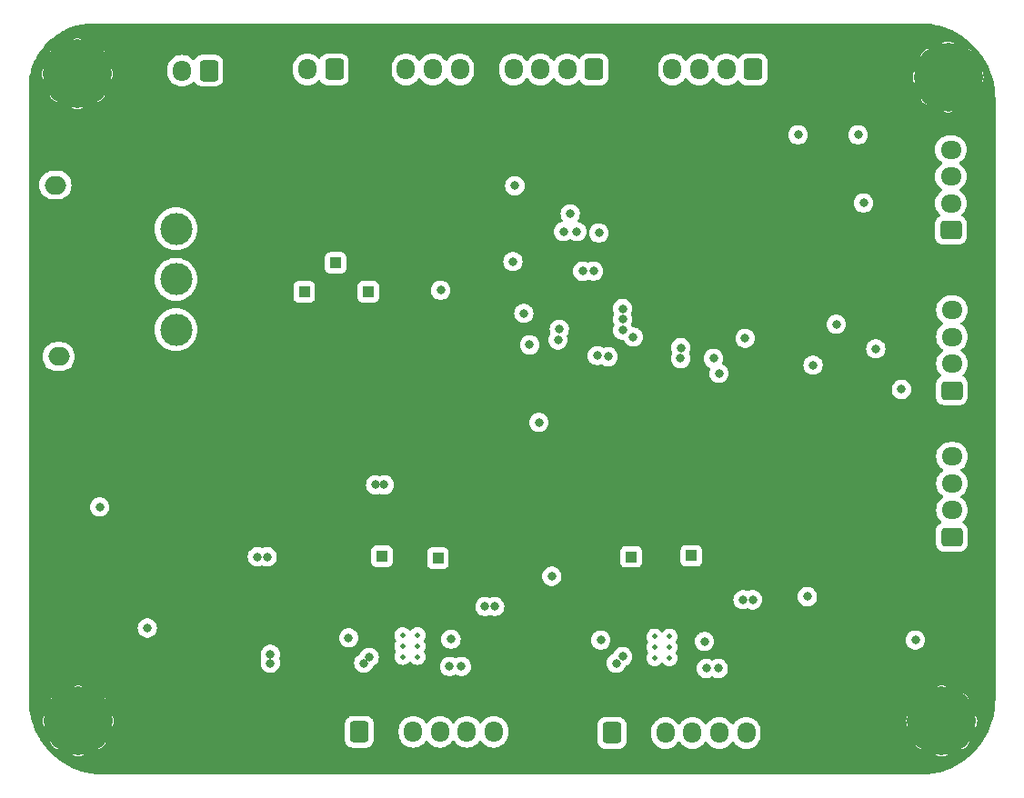
<source format=gbr>
%TF.GenerationSoftware,KiCad,Pcbnew,(7.0.0)*%
%TF.CreationDate,2023-10-26T11:16:44+02:00*%
%TF.ProjectId,Kyttiludzinator,4b797474-696c-4756-947a-696e61746f72,rev?*%
%TF.SameCoordinates,Original*%
%TF.FileFunction,Copper,L2,Inr*%
%TF.FilePolarity,Positive*%
%FSLAX46Y46*%
G04 Gerber Fmt 4.6, Leading zero omitted, Abs format (unit mm)*
G04 Created by KiCad (PCBNEW (7.0.0)) date 2023-10-26 11:16:44*
%MOMM*%
%LPD*%
G01*
G04 APERTURE LIST*
G04 Aperture macros list*
%AMRoundRect*
0 Rectangle with rounded corners*
0 $1 Rounding radius*
0 $2 $3 $4 $5 $6 $7 $8 $9 X,Y pos of 4 corners*
0 Add a 4 corners polygon primitive as box body*
4,1,4,$2,$3,$4,$5,$6,$7,$8,$9,$2,$3,0*
0 Add four circle primitives for the rounded corners*
1,1,$1+$1,$2,$3*
1,1,$1+$1,$4,$5*
1,1,$1+$1,$6,$7*
1,1,$1+$1,$8,$9*
0 Add four rect primitives between the rounded corners*
20,1,$1+$1,$2,$3,$4,$5,0*
20,1,$1+$1,$4,$5,$6,$7,0*
20,1,$1+$1,$6,$7,$8,$9,0*
20,1,$1+$1,$8,$9,$2,$3,0*%
G04 Aperture macros list end*
%TA.AperFunction,ComponentPad*%
%ADD10RoundRect,0.250000X0.725000X-0.600000X0.725000X0.600000X-0.725000X0.600000X-0.725000X-0.600000X0*%
%TD*%
%TA.AperFunction,ComponentPad*%
%ADD11O,1.950000X1.700000*%
%TD*%
%TA.AperFunction,ComponentPad*%
%ADD12C,0.500000*%
%TD*%
%TA.AperFunction,ComponentPad*%
%ADD13R,1.000000X1.000000*%
%TD*%
%TA.AperFunction,ComponentPad*%
%ADD14C,0.800000*%
%TD*%
%TA.AperFunction,ComponentPad*%
%ADD15C,6.400000*%
%TD*%
%TA.AperFunction,ComponentPad*%
%ADD16RoundRect,0.250000X-0.750000X0.600000X-0.750000X-0.600000X0.750000X-0.600000X0.750000X0.600000X0*%
%TD*%
%TA.AperFunction,ComponentPad*%
%ADD17O,2.000000X1.700000*%
%TD*%
%TA.AperFunction,ComponentPad*%
%ADD18RoundRect,0.250000X0.600000X0.725000X-0.600000X0.725000X-0.600000X-0.725000X0.600000X-0.725000X0*%
%TD*%
%TA.AperFunction,ComponentPad*%
%ADD19O,1.700000X1.950000*%
%TD*%
%TA.AperFunction,ComponentPad*%
%ADD20RoundRect,0.250000X-0.600000X-0.725000X0.600000X-0.725000X0.600000X0.725000X-0.600000X0.725000X0*%
%TD*%
%TA.AperFunction,ComponentPad*%
%ADD21C,3.000000*%
%TD*%
%TA.AperFunction,ViaPad*%
%ADD22C,0.800000*%
%TD*%
G04 APERTURE END LIST*
D10*
%TO.N,Moustache_1*%
%TO.C,J504*%
X212958000Y-85859000D03*
D11*
%TO.N,+3.3V*%
X212957999Y-83358999D03*
%TO.N,Moustache_1*%
X212957999Y-80858999D03*
%TO.N,+3.3V*%
X212957999Y-78358999D03*
%TD*%
D12*
%TO.N,N/C*%
%TO.C,U401*%
X186661000Y-97139000D03*
X186661000Y-96139000D03*
X186661000Y-95139000D03*
X185261000Y-97139000D03*
X185261000Y-96139000D03*
X185261000Y-95139000D03*
%TD*%
D13*
%TO.N,+3.3V*%
%TO.C,REF\u002A\u002A*%
X158622999Y-62991999D03*
%TD*%
D14*
%TO.N,N/C*%
%TO.C,REFe*%
X210200000Y-43000000D03*
X210902944Y-41302944D03*
X210902944Y-44697056D03*
X212600000Y-40600000D03*
D15*
%TO.N,GND*%
X212600000Y-43000000D03*
D14*
%TO.N,N/C*%
X212600000Y-45400000D03*
X214297056Y-41302944D03*
X214297056Y-44697056D03*
X215000000Y-43000000D03*
%TD*%
D16*
%TO.N,GND*%
%TO.C,Alim_charger301*%
X129485000Y-50566000D03*
D17*
%TO.N,Net-(Alim_charger301-Pin_2)*%
X129484999Y-53065999D03*
%TD*%
D13*
%TO.N,PWM_MOT2_CH1*%
%TO.C,REF\u002A\u002A*%
X165099999Y-87799999D03*
%TD*%
D18*
%TO.N,Bordure_1*%
%TO.C,J502*%
X155448000Y-42291000D03*
D19*
%TO.N,+5V*%
X152947999Y-42290999D03*
%TO.N,GND*%
X150447999Y-42290999D03*
%TD*%
D14*
%TO.N,N/C*%
%TO.C,REF\u002A\u002A*%
X209600000Y-103000000D03*
X210302944Y-101302944D03*
X210302944Y-104697056D03*
X212000000Y-100600000D03*
D15*
%TO.N,GND*%
X212000000Y-103000000D03*
D14*
%TO.N,N/C*%
X212000000Y-105400000D03*
X213697056Y-101302944D03*
X213697056Y-104697056D03*
X214400000Y-103000000D03*
%TD*%
D18*
%TO.N,unconnected-(J503-Pin_1-Pad1)*%
%TO.C,J503*%
X179632000Y-42291000D03*
D19*
%TO.N,LIDAR_M*%
X177131999Y-42290999D03*
%TO.N,LIDAR_DEV*%
X174631999Y-42290999D03*
%TO.N,LIDAR_PWM*%
X172131999Y-42290999D03*
%TO.N,GND*%
X169631999Y-42290999D03*
%TO.N,LIDAR_RX*%
X167131999Y-42290999D03*
%TO.N,LIDAR_TX*%
X164631999Y-42290999D03*
%TO.N,+5V*%
X162131999Y-42290999D03*
%TD*%
D16*
%TO.N,GND*%
%TO.C,Alim_batterie301*%
X129794000Y-66548000D03*
D17*
%TO.N,Net-(Alim_batterie301-Pin_2)*%
X129793999Y-69047999D03*
%TD*%
D14*
%TO.N,N/C*%
%TO.C,REF\u002A\u002A*%
X129200000Y-103000000D03*
X129902944Y-101302944D03*
X129902944Y-104697056D03*
X131600000Y-100600000D03*
D15*
%TO.N,GND*%
X131600000Y-103000000D03*
D14*
%TO.N,N/C*%
X131600000Y-105400000D03*
X133297056Y-101302944D03*
X133297056Y-104697056D03*
X134000000Y-103000000D03*
%TD*%
D10*
%TO.N,Moustache_3*%
%TO.C,J505*%
X212852000Y-57277000D03*
D11*
%TO.N,+3.3V*%
X212851999Y-54776999D03*
%TO.N,Moustache_3*%
X212851999Y-52276999D03*
%TO.N,+3.3V*%
X212851999Y-49776999D03*
%TD*%
D18*
%TO.N,Moustache_4*%
%TO.C,J506*%
X194437000Y-42291000D03*
D19*
%TO.N,+3.3V*%
X191936999Y-42290999D03*
%TO.N,Moustache_4*%
X189436999Y-42290999D03*
%TO.N,+3.3V*%
X186936999Y-42290999D03*
%TD*%
D13*
%TO.N,PWM_MOT1_CH1*%
%TO.C,REF\u002A\u002A*%
X188699999Y-87599999D03*
%TD*%
D12*
%TO.N,N/C*%
%TO.C,U402*%
X163199000Y-97012000D03*
X163199000Y-96012000D03*
X163199000Y-95012000D03*
X161799000Y-97012000D03*
X161799000Y-96012000D03*
X161799000Y-95012000D03*
%TD*%
D13*
%TO.N,+5V*%
%TO.C,REF\u002A\u002A*%
X155574999Y-60324999D03*
%TD*%
D20*
%TO.N,/Drivers_moteurs/Motor2-*%
%TO.C,J402*%
X157800000Y-104000000D03*
D19*
%TO.N,GND*%
X160299999Y-103999999D03*
%TO.N,Codeur2_PH1*%
X162799999Y-103999999D03*
%TO.N,Codeur2_PH2*%
X165299999Y-103999999D03*
%TO.N,+5V*%
X167799999Y-103999999D03*
%TO.N,/Drivers_moteurs/Motor2+*%
X170299999Y-103999999D03*
%TD*%
D13*
%TO.N,PWM_MOT2_CH2*%
%TO.C,REF\u002A\u002A*%
X159892999Y-87629999D03*
%TD*%
D10*
%TO.N,Moustache_2*%
%TO.C,J509*%
X212958000Y-72203000D03*
D11*
%TO.N,+3.3V*%
X212957999Y-69702999D03*
%TO.N,Moustache_2*%
X212957999Y-67202999D03*
%TO.N,+3.3V*%
X212957999Y-64702999D03*
%TD*%
D18*
%TO.N,Bordure_2*%
%TO.C,J501*%
X143764000Y-42418000D03*
D19*
%TO.N,+5V*%
X141263999Y-42417999D03*
%TO.N,GND*%
X138763999Y-42417999D03*
%TD*%
D13*
%TO.N,PWM_MOT1_CH2*%
%TO.C,REF\u002A\u002A*%
X183099999Y-87699999D03*
%TD*%
%TO.N,+BATT*%
%TO.C,REF\u002A\u002A*%
X152653999Y-62991999D03*
%TD*%
D20*
%TO.N,/Drivers_moteurs/Motor1-*%
%TO.C,J401*%
X181300000Y-104100000D03*
D19*
%TO.N,GND*%
X183799999Y-104099999D03*
%TO.N,Codeur1_PH2*%
X186299999Y-104099999D03*
%TO.N,Codeur1_PH1*%
X188799999Y-104099999D03*
%TO.N,+5V*%
X191299999Y-104099999D03*
%TO.N,/Drivers_moteurs/Motor1+*%
X193799999Y-104099999D03*
%TD*%
D21*
%TO.N,Net-(D301-A1)*%
%TO.C,SW302*%
X140718000Y-57145000D03*
%TO.N,Net-(SW302-B)*%
X140718000Y-61845000D03*
%TO.N,+BATT*%
X140718000Y-66545000D03*
%TD*%
D14*
%TO.N,N/C*%
%TO.C,REF\u002A\u002A*%
X129125944Y-42718056D03*
X129828888Y-41021000D03*
X129828888Y-44415112D03*
X131525944Y-40318056D03*
D15*
%TO.N,GND*%
X131525944Y-42718056D03*
D14*
%TO.N,N/C*%
X131525944Y-45118056D03*
X133223000Y-41021000D03*
X133223000Y-44415112D03*
X133925944Y-42718056D03*
%TD*%
D22*
%TO.N,GND*%
X143764000Y-85090000D03*
X201019000Y-94712000D03*
X159800000Y-99000000D03*
X174498000Y-80010000D03*
X172946000Y-92456000D03*
X203962000Y-66040000D03*
X178200000Y-94900000D03*
X204851000Y-53467000D03*
X204343000Y-70612000D03*
X188341000Y-49149000D03*
X181158000Y-92794000D03*
X173100000Y-97400000D03*
X164973000Y-68834000D03*
X205867000Y-102616000D03*
X203327000Y-69723000D03*
X197717000Y-91410000D03*
X207391000Y-66294000D03*
X184404000Y-49149000D03*
X167132000Y-69469000D03*
X148694500Y-83486500D03*
X155200000Y-98000000D03*
X137157500Y-85076500D03*
X196500000Y-97400000D03*
X141732000Y-90932000D03*
X194884000Y-89535000D03*
X160147000Y-67437000D03*
X180467000Y-49149000D03*
X157800000Y-92456000D03*
X154495500Y-90300000D03*
X183261000Y-98700000D03*
X171958000Y-78486000D03*
X185166000Y-78613000D03*
X171708000Y-89700000D03*
X202438000Y-70612000D03*
X176276000Y-64897000D03*
X192532000Y-77597000D03*
X205100000Y-49600000D03*
X182499000Y-80137000D03*
X144653000Y-88900000D03*
X186309000Y-49149000D03*
X170815000Y-67183000D03*
X150876000Y-67564000D03*
X169545000Y-61849000D03*
X168021000Y-72136000D03*
X197104000Y-70866000D03*
X178435000Y-49149000D03*
X169418000Y-65024000D03*
X179300000Y-97300000D03*
X178562000Y-80137000D03*
X203327000Y-71501000D03*
X207264000Y-74549000D03*
X165354000Y-61087000D03*
X182372000Y-49149000D03*
X178400000Y-88400000D03*
X149606000Y-80899000D03*
X155575000Y-68961000D03*
X148209000Y-86106000D03*
%TO.N,+BATT*%
X170373000Y-92329000D03*
X169484000Y-92329000D03*
X138049000Y-94337500D03*
X194405000Y-91707000D03*
X193500000Y-91700000D03*
%TO.N,/STM32G070RBT6/NRST*%
X174498000Y-75184000D03*
X176403000Y-66497000D03*
%TO.N,+3.3V*%
X175700000Y-89500000D03*
X165354000Y-62865000D03*
X177419000Y-55753000D03*
X209550000Y-95457000D03*
X204724000Y-54737000D03*
X159300000Y-81000000D03*
X160100000Y-81000000D03*
X173101000Y-65024000D03*
X199495000Y-91410000D03*
X172085000Y-60198000D03*
%TO.N,+5V*%
X200025000Y-69850000D03*
X189921000Y-95588000D03*
X156784000Y-95250000D03*
X166309000Y-95377000D03*
X149200000Y-87700000D03*
X208255799Y-72111799D03*
X205867000Y-68326000D03*
X133604000Y-83058000D03*
X149500000Y-97600000D03*
X148300000Y-87700000D03*
X149500000Y-96800000D03*
X202184000Y-66040000D03*
X180269000Y-95461000D03*
%TO.N,LIDAR_PWM*%
X172258701Y-53141299D03*
%TO.N,PWM_MOT2_CH1*%
X176276000Y-67497000D03*
%TO.N,PWM_MOT2_CH2*%
X173640500Y-67949997D03*
%TO.N,PWM_MOT1_CH1*%
X179949511Y-68960137D03*
%TO.N,PWM_MOT1_CH2*%
X180944904Y-69050683D03*
%TO.N,/STM32G070RBT6/TX*%
X198628000Y-48387000D03*
X191262000Y-70612000D03*
%TO.N,/STM32G070RBT6/RX*%
X190754000Y-69215000D03*
X204216000Y-48387000D03*
%TO.N,Moustache_1*%
X187695542Y-69220799D03*
%TO.N,Moustache_2*%
X187715718Y-68221500D03*
%TO.N,Moustache_3*%
X193700000Y-67347500D03*
%TO.N,Codeur1_PH1*%
X183282607Y-67221500D03*
%TO.N,Codeur1_PH2*%
X182299887Y-66586967D03*
%TO.N,Codeur2_PH1*%
X182301146Y-65587465D03*
%TO.N,Codeur2_PH2*%
X182288049Y-64588049D03*
%TO.N,LIDAR_DEV*%
X178578620Y-61102634D03*
%TO.N,LIDAR_M*%
X179578000Y-61087000D03*
%TO.N,Bordure_1*%
X178022500Y-57404000D03*
%TO.N,Bordure_2*%
X176784000Y-57404000D03*
%TO.N,/Drivers_moteurs/Motor1-*%
X181700000Y-97600000D03*
X182300000Y-97000000D03*
%TO.N,/Drivers_moteurs/Motor1+*%
X191200000Y-98100000D03*
X190100000Y-98100000D03*
%TO.N,/Drivers_moteurs/Motor2+*%
X167283000Y-97917000D03*
X166183000Y-97917000D03*
%TO.N,/Drivers_moteurs/Motor2-*%
X158700000Y-97063918D03*
X158200000Y-97600000D03*
%TO.N,Moustache_4*%
X180086000Y-57531000D03*
%TD*%
%TA.AperFunction,Conductor*%
%TO.N,GND*%
G36*
X212725048Y-101262935D02*
G01*
X212774931Y-101303329D01*
X212797934Y-101363253D01*
X212807945Y-101458498D01*
X212811382Y-101491200D01*
X212813387Y-101497372D01*
X212813389Y-101497379D01*
X212867869Y-101665049D01*
X212869877Y-101671228D01*
X212964523Y-101835160D01*
X212968867Y-101839985D01*
X212968869Y-101839987D01*
X213060860Y-101942153D01*
X213091185Y-101975832D01*
X213244326Y-102087095D01*
X213417253Y-102164088D01*
X213602410Y-102203444D01*
X213608913Y-102203444D01*
X213626972Y-102203444D01*
X213682107Y-102216376D01*
X213725742Y-102252474D01*
X213748776Y-102304209D01*
X213746404Y-102360791D01*
X213719121Y-102410417D01*
X213671814Y-102462955D01*
X213671809Y-102462961D01*
X213667467Y-102467784D01*
X213664222Y-102473404D01*
X213664218Y-102473410D01*
X213576069Y-102626089D01*
X213576066Y-102626094D01*
X213572821Y-102631716D01*
X213570815Y-102637888D01*
X213570813Y-102637894D01*
X213516333Y-102805564D01*
X213516331Y-102805573D01*
X213514326Y-102811744D01*
X213513648Y-102818194D01*
X213513646Y-102818204D01*
X213498479Y-102962521D01*
X213494540Y-103000000D01*
X213495219Y-103006460D01*
X213513646Y-103181795D01*
X213513647Y-103181803D01*
X213514326Y-103188256D01*
X213516331Y-103194428D01*
X213516333Y-103194435D01*
X213558754Y-103324991D01*
X213572821Y-103368284D01*
X213576068Y-103373908D01*
X213576069Y-103373910D01*
X213655412Y-103511337D01*
X213667467Y-103532216D01*
X213671813Y-103537043D01*
X213671814Y-103537044D01*
X213719121Y-103589583D01*
X213746404Y-103639209D01*
X213748776Y-103695791D01*
X213725742Y-103747526D01*
X213682107Y-103783624D01*
X213626972Y-103796556D01*
X213602410Y-103796556D01*
X213596051Y-103797907D01*
X213596047Y-103797908D01*
X213423615Y-103834559D01*
X213423608Y-103834561D01*
X213417253Y-103835912D01*
X213411318Y-103838554D01*
X213411310Y-103838557D01*
X213250263Y-103910261D01*
X213250258Y-103910263D01*
X213244326Y-103912905D01*
X213239072Y-103916721D01*
X213239067Y-103916725D01*
X213096444Y-104020346D01*
X213096437Y-104020351D01*
X213091185Y-104024168D01*
X213086840Y-104028993D01*
X213086835Y-104028998D01*
X212968869Y-104160012D01*
X212968864Y-104160018D01*
X212964523Y-104164840D01*
X212961278Y-104170460D01*
X212961274Y-104170466D01*
X212873125Y-104323145D01*
X212873122Y-104323150D01*
X212869877Y-104328772D01*
X212867871Y-104334944D01*
X212867869Y-104334950D01*
X212813389Y-104502620D01*
X212813387Y-104502629D01*
X212811382Y-104508800D01*
X212810703Y-104515259D01*
X212810703Y-104515260D01*
X212797934Y-104636746D01*
X212774931Y-104696670D01*
X212725048Y-104737064D01*
X212661652Y-104747105D01*
X212601728Y-104724102D01*
X212457988Y-104619669D01*
X212457987Y-104619668D01*
X212452730Y-104615849D01*
X212402696Y-104593572D01*
X212285745Y-104541501D01*
X212285740Y-104541499D01*
X212279803Y-104538856D01*
X212273444Y-104537504D01*
X212273440Y-104537503D01*
X212101008Y-104500852D01*
X212101005Y-104500851D01*
X212094646Y-104499500D01*
X211905354Y-104499500D01*
X211898995Y-104500851D01*
X211898991Y-104500852D01*
X211726559Y-104537503D01*
X211726552Y-104537505D01*
X211720197Y-104538856D01*
X211714262Y-104541498D01*
X211714254Y-104541501D01*
X211553207Y-104613205D01*
X211553202Y-104613207D01*
X211547270Y-104615849D01*
X211542016Y-104619665D01*
X211542011Y-104619669D01*
X211398271Y-104724102D01*
X211338347Y-104747105D01*
X211274950Y-104737063D01*
X211225068Y-104696669D01*
X211202065Y-104636745D01*
X211200270Y-104619669D01*
X211188618Y-104508800D01*
X211130123Y-104328772D01*
X211035477Y-104164840D01*
X210908815Y-104024168D01*
X210903557Y-104020348D01*
X210903555Y-104020346D01*
X210760932Y-103916725D01*
X210760931Y-103916724D01*
X210755674Y-103912905D01*
X210743977Y-103907697D01*
X210588689Y-103838557D01*
X210588684Y-103838555D01*
X210582747Y-103835912D01*
X210576388Y-103834560D01*
X210576384Y-103834559D01*
X210403952Y-103797908D01*
X210403949Y-103797907D01*
X210397590Y-103796556D01*
X210373028Y-103796556D01*
X210317893Y-103783624D01*
X210274258Y-103747526D01*
X210251224Y-103695791D01*
X210253596Y-103639209D01*
X210280879Y-103589583D01*
X210332533Y-103532216D01*
X210427179Y-103368284D01*
X210485674Y-103188256D01*
X210505460Y-103000000D01*
X210485674Y-102811744D01*
X210427179Y-102631716D01*
X210332533Y-102467784D01*
X210280878Y-102410415D01*
X210253596Y-102360791D01*
X210251224Y-102304209D01*
X210274258Y-102252474D01*
X210317893Y-102216376D01*
X210373028Y-102203444D01*
X210391087Y-102203444D01*
X210397590Y-102203444D01*
X210582747Y-102164088D01*
X210755674Y-102087095D01*
X210908815Y-101975832D01*
X211035477Y-101835160D01*
X211130123Y-101671228D01*
X211188618Y-101491200D01*
X211202065Y-101363252D01*
X211225068Y-101303330D01*
X211274950Y-101262936D01*
X211338347Y-101252894D01*
X211398270Y-101275896D01*
X211547270Y-101384151D01*
X211720197Y-101461144D01*
X211905354Y-101500500D01*
X212088143Y-101500500D01*
X212094646Y-101500500D01*
X212279803Y-101461144D01*
X212452730Y-101384151D01*
X212601732Y-101275895D01*
X212661651Y-101252894D01*
X212725048Y-101262935D01*
G37*
%TD.AperFunction*%
%TA.AperFunction,Conductor*%
G36*
X132325048Y-101262935D02*
G01*
X132374931Y-101303329D01*
X132397934Y-101363253D01*
X132407945Y-101458498D01*
X132411382Y-101491200D01*
X132413387Y-101497372D01*
X132413389Y-101497379D01*
X132467869Y-101665049D01*
X132469877Y-101671228D01*
X132564523Y-101835160D01*
X132568867Y-101839985D01*
X132568869Y-101839987D01*
X132660860Y-101942153D01*
X132691185Y-101975832D01*
X132844326Y-102087095D01*
X133017253Y-102164088D01*
X133202410Y-102203444D01*
X133208913Y-102203444D01*
X133226972Y-102203444D01*
X133282107Y-102216376D01*
X133325742Y-102252474D01*
X133348776Y-102304209D01*
X133346404Y-102360791D01*
X133319121Y-102410417D01*
X133271814Y-102462955D01*
X133271809Y-102462961D01*
X133267467Y-102467784D01*
X133264222Y-102473404D01*
X133264218Y-102473410D01*
X133176069Y-102626089D01*
X133176066Y-102626094D01*
X133172821Y-102631716D01*
X133170815Y-102637888D01*
X133170813Y-102637894D01*
X133116333Y-102805564D01*
X133116331Y-102805573D01*
X133114326Y-102811744D01*
X133113648Y-102818194D01*
X133113646Y-102818204D01*
X133098479Y-102962521D01*
X133094540Y-103000000D01*
X133095219Y-103006460D01*
X133113646Y-103181795D01*
X133113647Y-103181803D01*
X133114326Y-103188256D01*
X133116331Y-103194428D01*
X133116333Y-103194435D01*
X133158754Y-103324991D01*
X133172821Y-103368284D01*
X133176068Y-103373908D01*
X133176069Y-103373910D01*
X133255412Y-103511337D01*
X133267467Y-103532216D01*
X133271813Y-103537043D01*
X133271814Y-103537044D01*
X133319121Y-103589583D01*
X133346404Y-103639209D01*
X133348776Y-103695791D01*
X133325742Y-103747526D01*
X133282107Y-103783624D01*
X133226972Y-103796556D01*
X133202410Y-103796556D01*
X133196051Y-103797907D01*
X133196047Y-103797908D01*
X133023615Y-103834559D01*
X133023608Y-103834561D01*
X133017253Y-103835912D01*
X133011318Y-103838554D01*
X133011310Y-103838557D01*
X132850263Y-103910261D01*
X132850258Y-103910263D01*
X132844326Y-103912905D01*
X132839072Y-103916721D01*
X132839067Y-103916725D01*
X132696444Y-104020346D01*
X132696437Y-104020351D01*
X132691185Y-104024168D01*
X132686840Y-104028993D01*
X132686835Y-104028998D01*
X132568869Y-104160012D01*
X132568864Y-104160018D01*
X132564523Y-104164840D01*
X132561278Y-104170460D01*
X132561274Y-104170466D01*
X132473125Y-104323145D01*
X132473122Y-104323150D01*
X132469877Y-104328772D01*
X132467871Y-104334944D01*
X132467869Y-104334950D01*
X132413389Y-104502620D01*
X132413387Y-104502629D01*
X132411382Y-104508800D01*
X132410703Y-104515259D01*
X132410703Y-104515260D01*
X132397934Y-104636746D01*
X132374931Y-104696670D01*
X132325048Y-104737064D01*
X132261652Y-104747105D01*
X132201728Y-104724102D01*
X132057988Y-104619669D01*
X132057987Y-104619668D01*
X132052730Y-104615849D01*
X132002696Y-104593572D01*
X131885745Y-104541501D01*
X131885740Y-104541499D01*
X131879803Y-104538856D01*
X131873444Y-104537504D01*
X131873440Y-104537503D01*
X131701008Y-104500852D01*
X131701005Y-104500851D01*
X131694646Y-104499500D01*
X131505354Y-104499500D01*
X131498995Y-104500851D01*
X131498991Y-104500852D01*
X131326559Y-104537503D01*
X131326552Y-104537505D01*
X131320197Y-104538856D01*
X131314262Y-104541498D01*
X131314254Y-104541501D01*
X131153207Y-104613205D01*
X131153202Y-104613207D01*
X131147270Y-104615849D01*
X131142016Y-104619665D01*
X131142011Y-104619669D01*
X130998271Y-104724102D01*
X130938347Y-104747105D01*
X130874950Y-104737063D01*
X130825068Y-104696669D01*
X130802065Y-104636745D01*
X130800270Y-104619669D01*
X130788618Y-104508800D01*
X130730123Y-104328772D01*
X130635477Y-104164840D01*
X130508815Y-104024168D01*
X130503557Y-104020348D01*
X130503555Y-104020346D01*
X130360932Y-103916725D01*
X130360931Y-103916724D01*
X130355674Y-103912905D01*
X130343977Y-103907697D01*
X130188689Y-103838557D01*
X130188684Y-103838555D01*
X130182747Y-103835912D01*
X130176388Y-103834560D01*
X130176384Y-103834559D01*
X130003952Y-103797908D01*
X130003949Y-103797907D01*
X129997590Y-103796556D01*
X129973028Y-103796556D01*
X129917893Y-103783624D01*
X129874258Y-103747526D01*
X129851224Y-103695791D01*
X129853596Y-103639209D01*
X129880879Y-103589583D01*
X129932533Y-103532216D01*
X130027179Y-103368284D01*
X130085674Y-103188256D01*
X130105460Y-103000000D01*
X130085674Y-102811744D01*
X130027179Y-102631716D01*
X129932533Y-102467784D01*
X129880878Y-102410415D01*
X129853596Y-102360791D01*
X129851224Y-102304209D01*
X129874258Y-102252474D01*
X129917893Y-102216376D01*
X129973028Y-102203444D01*
X129991087Y-102203444D01*
X129997590Y-102203444D01*
X130182747Y-102164088D01*
X130355674Y-102087095D01*
X130508815Y-101975832D01*
X130635477Y-101835160D01*
X130730123Y-101671228D01*
X130788618Y-101491200D01*
X130802065Y-101363252D01*
X130825068Y-101303330D01*
X130874950Y-101262936D01*
X130938347Y-101252894D01*
X130998270Y-101275896D01*
X131147270Y-101384151D01*
X131320197Y-101461144D01*
X131505354Y-101500500D01*
X131688143Y-101500500D01*
X131694646Y-101500500D01*
X131879803Y-101461144D01*
X132052730Y-101384151D01*
X132201732Y-101275895D01*
X132261651Y-101252894D01*
X132325048Y-101262935D01*
G37*
%TD.AperFunction*%
%TA.AperFunction,Conductor*%
G36*
X213325048Y-41262935D02*
G01*
X213374931Y-41303329D01*
X213397934Y-41363253D01*
X213407945Y-41458498D01*
X213411382Y-41491200D01*
X213413387Y-41497372D01*
X213413389Y-41497379D01*
X213467869Y-41665049D01*
X213469877Y-41671228D01*
X213473124Y-41676852D01*
X213473125Y-41676854D01*
X213543288Y-41798381D01*
X213564523Y-41835160D01*
X213568867Y-41839985D01*
X213568869Y-41839987D01*
X213653908Y-41934432D01*
X213691185Y-41975832D01*
X213844326Y-42087095D01*
X214017253Y-42164088D01*
X214202410Y-42203444D01*
X214208913Y-42203444D01*
X214226972Y-42203444D01*
X214282107Y-42216376D01*
X214325742Y-42252474D01*
X214348776Y-42304209D01*
X214346404Y-42360791D01*
X214319121Y-42410417D01*
X214271814Y-42462955D01*
X214271809Y-42462961D01*
X214267467Y-42467784D01*
X214264222Y-42473404D01*
X214264218Y-42473410D01*
X214176069Y-42626089D01*
X214176066Y-42626094D01*
X214172821Y-42631716D01*
X214170815Y-42637888D01*
X214170813Y-42637894D01*
X214116333Y-42805564D01*
X214116331Y-42805573D01*
X214114326Y-42811744D01*
X214113648Y-42818194D01*
X214113646Y-42818204D01*
X214103737Y-42912491D01*
X214094540Y-43000000D01*
X214095219Y-43006460D01*
X214113646Y-43181795D01*
X214113647Y-43181803D01*
X214114326Y-43188256D01*
X214116331Y-43194428D01*
X214116333Y-43194435D01*
X214170813Y-43362105D01*
X214172821Y-43368284D01*
X214176068Y-43373908D01*
X214176069Y-43373910D01*
X214242955Y-43489761D01*
X214267467Y-43532216D01*
X214316728Y-43586926D01*
X214319121Y-43589583D01*
X214346404Y-43639209D01*
X214348776Y-43695791D01*
X214325742Y-43747526D01*
X214282107Y-43783624D01*
X214226972Y-43796556D01*
X214202410Y-43796556D01*
X214196051Y-43797907D01*
X214196047Y-43797908D01*
X214023615Y-43834559D01*
X214023608Y-43834561D01*
X214017253Y-43835912D01*
X214011318Y-43838554D01*
X214011310Y-43838557D01*
X213850263Y-43910261D01*
X213850258Y-43910263D01*
X213844326Y-43912905D01*
X213839072Y-43916721D01*
X213839067Y-43916725D01*
X213696444Y-44020346D01*
X213696437Y-44020351D01*
X213691185Y-44024168D01*
X213686840Y-44028993D01*
X213686835Y-44028998D01*
X213568869Y-44160012D01*
X213568864Y-44160018D01*
X213564523Y-44164840D01*
X213561278Y-44170460D01*
X213561274Y-44170466D01*
X213473125Y-44323145D01*
X213473122Y-44323150D01*
X213469877Y-44328772D01*
X213467871Y-44334944D01*
X213467869Y-44334950D01*
X213413389Y-44502620D01*
X213413387Y-44502629D01*
X213411382Y-44508800D01*
X213410703Y-44515259D01*
X213410703Y-44515260D01*
X213397934Y-44636746D01*
X213374931Y-44696670D01*
X213325048Y-44737064D01*
X213261652Y-44747105D01*
X213201728Y-44724102D01*
X213057988Y-44619669D01*
X213057987Y-44619668D01*
X213052730Y-44615849D01*
X213024698Y-44603368D01*
X212885745Y-44541501D01*
X212885740Y-44541499D01*
X212879803Y-44538856D01*
X212873444Y-44537504D01*
X212873440Y-44537503D01*
X212701008Y-44500852D01*
X212701005Y-44500851D01*
X212694646Y-44499500D01*
X212505354Y-44499500D01*
X212498995Y-44500851D01*
X212498991Y-44500852D01*
X212326559Y-44537503D01*
X212326552Y-44537505D01*
X212320197Y-44538856D01*
X212314262Y-44541498D01*
X212314254Y-44541501D01*
X212153207Y-44613205D01*
X212153202Y-44613207D01*
X212147270Y-44615849D01*
X212142016Y-44619665D01*
X212142011Y-44619669D01*
X211998271Y-44724102D01*
X211938347Y-44747105D01*
X211874950Y-44737063D01*
X211825068Y-44696669D01*
X211802065Y-44636745D01*
X211800270Y-44619669D01*
X211788618Y-44508800D01*
X211730123Y-44328772D01*
X211635477Y-44164840D01*
X211508815Y-44024168D01*
X211503557Y-44020348D01*
X211503555Y-44020346D01*
X211360932Y-43916725D01*
X211360931Y-43916724D01*
X211355674Y-43912905D01*
X211349736Y-43910261D01*
X211188689Y-43838557D01*
X211188684Y-43838555D01*
X211182747Y-43835912D01*
X211176388Y-43834560D01*
X211176384Y-43834559D01*
X211003952Y-43797908D01*
X211003949Y-43797907D01*
X210997590Y-43796556D01*
X210973028Y-43796556D01*
X210917893Y-43783624D01*
X210874258Y-43747526D01*
X210851224Y-43695791D01*
X210853596Y-43639209D01*
X210880879Y-43589583D01*
X210883265Y-43586933D01*
X210932533Y-43532216D01*
X211027179Y-43368284D01*
X211085674Y-43188256D01*
X211105460Y-43000000D01*
X211085674Y-42811744D01*
X211027179Y-42631716D01*
X210932533Y-42467784D01*
X210880878Y-42410415D01*
X210853596Y-42360791D01*
X210851224Y-42304209D01*
X210874258Y-42252474D01*
X210917893Y-42216376D01*
X210973028Y-42203444D01*
X210991087Y-42203444D01*
X210997590Y-42203444D01*
X211182747Y-42164088D01*
X211355674Y-42087095D01*
X211508815Y-41975832D01*
X211635477Y-41835160D01*
X211730123Y-41671228D01*
X211788618Y-41491200D01*
X211802065Y-41363252D01*
X211825068Y-41303330D01*
X211874950Y-41262936D01*
X211938347Y-41252894D01*
X211998270Y-41275896D01*
X212147270Y-41384151D01*
X212320197Y-41461144D01*
X212505354Y-41500500D01*
X212688143Y-41500500D01*
X212694646Y-41500500D01*
X212879803Y-41461144D01*
X213052730Y-41384151D01*
X213201732Y-41275895D01*
X213261651Y-41252894D01*
X213325048Y-41262935D01*
G37*
%TD.AperFunction*%
%TA.AperFunction,Conductor*%
G36*
X132250992Y-40980991D02*
G01*
X132300875Y-41021385D01*
X132323878Y-41081309D01*
X132328162Y-41122066D01*
X132337326Y-41209256D01*
X132339331Y-41215428D01*
X132339333Y-41215435D01*
X132393813Y-41383105D01*
X132395821Y-41389284D01*
X132399068Y-41394908D01*
X132399069Y-41394910D01*
X132462324Y-41504472D01*
X132490467Y-41553216D01*
X132494811Y-41558041D01*
X132494813Y-41558043D01*
X132568480Y-41639858D01*
X132617129Y-41693888D01*
X132770270Y-41805151D01*
X132943197Y-41882144D01*
X133128354Y-41921500D01*
X133134857Y-41921500D01*
X133152916Y-41921500D01*
X133208051Y-41934432D01*
X133251686Y-41970530D01*
X133274720Y-42022265D01*
X133272348Y-42078847D01*
X133245065Y-42128473D01*
X133197758Y-42181011D01*
X133197753Y-42181017D01*
X133193411Y-42185840D01*
X133190166Y-42191460D01*
X133190162Y-42191466D01*
X133102013Y-42344145D01*
X133102010Y-42344150D01*
X133098765Y-42349772D01*
X133096759Y-42355944D01*
X133096757Y-42355950D01*
X133042277Y-42523620D01*
X133042275Y-42523629D01*
X133040270Y-42529800D01*
X133039592Y-42536250D01*
X133039590Y-42536260D01*
X133021906Y-42704520D01*
X133020484Y-42718056D01*
X133021163Y-42724516D01*
X133039590Y-42899851D01*
X133039591Y-42899859D01*
X133040270Y-42906312D01*
X133042275Y-42912484D01*
X133042277Y-42912491D01*
X133092159Y-43066009D01*
X133098765Y-43086340D01*
X133102012Y-43091964D01*
X133102013Y-43091966D01*
X133161173Y-43194435D01*
X133193411Y-43250272D01*
X133197757Y-43255099D01*
X133197758Y-43255100D01*
X133245065Y-43307639D01*
X133272348Y-43357265D01*
X133274720Y-43413847D01*
X133251686Y-43465582D01*
X133208051Y-43501680D01*
X133152916Y-43514612D01*
X133128354Y-43514612D01*
X133121995Y-43515963D01*
X133121991Y-43515964D01*
X132949559Y-43552615D01*
X132949552Y-43552617D01*
X132943197Y-43553968D01*
X132937262Y-43556610D01*
X132937254Y-43556613D01*
X132776207Y-43628317D01*
X132776202Y-43628319D01*
X132770270Y-43630961D01*
X132765016Y-43634777D01*
X132765011Y-43634781D01*
X132622388Y-43738402D01*
X132622381Y-43738407D01*
X132617129Y-43742224D01*
X132612784Y-43747049D01*
X132612779Y-43747054D01*
X132494813Y-43878068D01*
X132494808Y-43878074D01*
X132490467Y-43882896D01*
X132487222Y-43888516D01*
X132487218Y-43888522D01*
X132399069Y-44041201D01*
X132399066Y-44041206D01*
X132395821Y-44046828D01*
X132393815Y-44053000D01*
X132393813Y-44053006D01*
X132339333Y-44220676D01*
X132339331Y-44220685D01*
X132337326Y-44226856D01*
X132336647Y-44233315D01*
X132336647Y-44233316D01*
X132323878Y-44354802D01*
X132300875Y-44414726D01*
X132250992Y-44455120D01*
X132187596Y-44465161D01*
X132127672Y-44442158D01*
X131983932Y-44337725D01*
X131983931Y-44337724D01*
X131978674Y-44333905D01*
X131972736Y-44331261D01*
X131811689Y-44259557D01*
X131811684Y-44259555D01*
X131805747Y-44256912D01*
X131799388Y-44255560D01*
X131799384Y-44255559D01*
X131626952Y-44218908D01*
X131626949Y-44218907D01*
X131620590Y-44217556D01*
X131431298Y-44217556D01*
X131424939Y-44218907D01*
X131424935Y-44218908D01*
X131252503Y-44255559D01*
X131252496Y-44255561D01*
X131246141Y-44256912D01*
X131240206Y-44259554D01*
X131240198Y-44259557D01*
X131079151Y-44331261D01*
X131079146Y-44331263D01*
X131073214Y-44333905D01*
X131067960Y-44337721D01*
X131067955Y-44337725D01*
X130924215Y-44442158D01*
X130864291Y-44465161D01*
X130800894Y-44455119D01*
X130751012Y-44414725D01*
X130728009Y-44354801D01*
X130726214Y-44337725D01*
X130714562Y-44226856D01*
X130656067Y-44046828D01*
X130561421Y-43882896D01*
X130541835Y-43861144D01*
X130439108Y-43747054D01*
X130439107Y-43747053D01*
X130434759Y-43742224D01*
X130429501Y-43738404D01*
X130429499Y-43738402D01*
X130286876Y-43634781D01*
X130286875Y-43634780D01*
X130281618Y-43630961D01*
X130275680Y-43628317D01*
X130114633Y-43556613D01*
X130114628Y-43556611D01*
X130108691Y-43553968D01*
X130102332Y-43552616D01*
X130102328Y-43552615D01*
X129929896Y-43515964D01*
X129929893Y-43515963D01*
X129923534Y-43514612D01*
X129898972Y-43514612D01*
X129843837Y-43501680D01*
X129800202Y-43465582D01*
X129777168Y-43413847D01*
X129779540Y-43357265D01*
X129806823Y-43307639D01*
X129821598Y-43291230D01*
X129858477Y-43250272D01*
X129953123Y-43086340D01*
X130011618Y-42906312D01*
X130031404Y-42718056D01*
X130011618Y-42529800D01*
X129953123Y-42349772D01*
X129858477Y-42185840D01*
X129806822Y-42128471D01*
X129779540Y-42078847D01*
X129777168Y-42022265D01*
X129800202Y-41970530D01*
X129843837Y-41934432D01*
X129898972Y-41921500D01*
X129917031Y-41921500D01*
X129923534Y-41921500D01*
X130108691Y-41882144D01*
X130281618Y-41805151D01*
X130434759Y-41693888D01*
X130561421Y-41553216D01*
X130656067Y-41389284D01*
X130714562Y-41209256D01*
X130728009Y-41081308D01*
X130751012Y-41021386D01*
X130800894Y-40980992D01*
X130864291Y-40970950D01*
X130924214Y-40993952D01*
X131073214Y-41102207D01*
X131246141Y-41179200D01*
X131431298Y-41218556D01*
X131614087Y-41218556D01*
X131620590Y-41218556D01*
X131805747Y-41179200D01*
X131978674Y-41102207D01*
X132127676Y-40993951D01*
X132187595Y-40970950D01*
X132250992Y-40980991D01*
G37*
%TD.AperFunction*%
%TA.AperFunction,Conductor*%
G36*
X210002211Y-38000578D02*
G01*
X210293887Y-38010996D01*
X210293886Y-38011053D01*
X210294095Y-38011004D01*
X210500023Y-38018709D01*
X210508584Y-38019328D01*
X210778288Y-38048324D01*
X211008658Y-38074281D01*
X211016763Y-38075467D01*
X211278393Y-38122670D01*
X211279292Y-38122837D01*
X211511891Y-38166847D01*
X211519429Y-38168520D01*
X211774933Y-38233734D01*
X211776091Y-38234036D01*
X211996716Y-38293152D01*
X212006913Y-38295885D01*
X212013978Y-38298005D01*
X212263085Y-38380915D01*
X212264630Y-38381443D01*
X212491225Y-38460733D01*
X212497704Y-38463205D01*
X212739522Y-38563370D01*
X212741447Y-38564188D01*
X212962169Y-38660488D01*
X212968051Y-38663242D01*
X213201674Y-38780185D01*
X213204004Y-38781383D01*
X213412348Y-38891497D01*
X213417200Y-38894061D01*
X213422531Y-38897049D01*
X213646929Y-39030190D01*
X213649551Y-39031791D01*
X213829825Y-39145065D01*
X213853975Y-39160240D01*
X213858723Y-39163378D01*
X214072824Y-39312031D01*
X214075737Y-39314117D01*
X214270098Y-39457561D01*
X214274259Y-39460770D01*
X214477150Y-39624269D01*
X214480186Y-39626797D01*
X214663435Y-39784496D01*
X214666989Y-39787678D01*
X214758746Y-39873106D01*
X214857654Y-39965193D01*
X214860839Y-39968267D01*
X215031731Y-40139159D01*
X215034805Y-40142344D01*
X215198039Y-40317670D01*
X215212306Y-40332993D01*
X215215509Y-40336570D01*
X215373192Y-40519801D01*
X215375729Y-40522848D01*
X215539219Y-40725727D01*
X215542437Y-40729900D01*
X215685881Y-40924261D01*
X215687967Y-40927174D01*
X215836620Y-41141275D01*
X215839758Y-41146023D01*
X215968184Y-41350410D01*
X215969832Y-41353109D01*
X216102949Y-41577467D01*
X216105937Y-41582798D01*
X216218588Y-41795943D01*
X216219842Y-41798381D01*
X216336748Y-42031930D01*
X216339518Y-42037847D01*
X216435767Y-42258451D01*
X216436674Y-42260585D01*
X216536789Y-42502285D01*
X216539269Y-42508783D01*
X216618510Y-42735238D01*
X216619124Y-42737034D01*
X216701993Y-42986020D01*
X216704113Y-42993085D01*
X216765930Y-43223787D01*
X216766303Y-43225215D01*
X216831469Y-43480532D01*
X216833159Y-43488145D01*
X216877147Y-43720631D01*
X216877339Y-43721667D01*
X216924529Y-43983222D01*
X216925719Y-43991355D01*
X216951633Y-44221341D01*
X216951703Y-44221970D01*
X216980668Y-44491386D01*
X216981291Y-44500004D01*
X216988995Y-44705898D01*
X216988998Y-44706110D01*
X216989003Y-44706110D01*
X216999421Y-44997788D01*
X216999500Y-45002214D01*
X216999500Y-100997786D01*
X216999421Y-101002212D01*
X216989011Y-101293678D01*
X216989003Y-101293889D01*
X216981291Y-101499994D01*
X216980668Y-101508612D01*
X216951703Y-101778028D01*
X216951633Y-101778657D01*
X216925719Y-102008643D01*
X216924529Y-102016776D01*
X216877339Y-102278331D01*
X216877147Y-102279367D01*
X216833159Y-102511853D01*
X216831469Y-102519466D01*
X216766303Y-102774783D01*
X216765930Y-102776211D01*
X216704113Y-103006913D01*
X216701993Y-103013978D01*
X216619124Y-103262964D01*
X216618510Y-103264760D01*
X216539269Y-103491215D01*
X216536789Y-103497713D01*
X216436674Y-103739413D01*
X216435767Y-103741547D01*
X216339518Y-103962151D01*
X216336748Y-103968068D01*
X216219842Y-104201617D01*
X216218588Y-104204055D01*
X216105937Y-104417200D01*
X216102949Y-104422531D01*
X215969832Y-104646889D01*
X215968184Y-104649588D01*
X215839758Y-104853975D01*
X215836620Y-104858723D01*
X215687967Y-105072824D01*
X215685881Y-105075737D01*
X215542437Y-105270098D01*
X215539219Y-105274271D01*
X215375729Y-105477150D01*
X215373166Y-105480228D01*
X215215540Y-105663393D01*
X215212306Y-105667005D01*
X215034805Y-105857654D01*
X215031731Y-105860839D01*
X214860839Y-106031731D01*
X214857654Y-106034805D01*
X214667005Y-106212306D01*
X214663393Y-106215540D01*
X214480228Y-106373166D01*
X214477150Y-106375729D01*
X214274271Y-106539219D01*
X214270098Y-106542437D01*
X214075737Y-106685881D01*
X214072824Y-106687967D01*
X213858723Y-106836620D01*
X213853975Y-106839758D01*
X213649588Y-106968184D01*
X213646889Y-106969832D01*
X213422531Y-107102949D01*
X213417200Y-107105937D01*
X213204055Y-107218588D01*
X213201617Y-107219842D01*
X212968068Y-107336748D01*
X212962151Y-107339518D01*
X212741547Y-107435767D01*
X212739413Y-107436674D01*
X212497713Y-107536789D01*
X212491215Y-107539269D01*
X212264760Y-107618510D01*
X212262964Y-107619124D01*
X212013978Y-107701993D01*
X212006913Y-107704113D01*
X211776211Y-107765930D01*
X211774783Y-107766303D01*
X211519466Y-107831469D01*
X211511853Y-107833159D01*
X211279367Y-107877147D01*
X211278331Y-107877339D01*
X211016776Y-107924529D01*
X211008643Y-107925719D01*
X210778657Y-107951633D01*
X210778028Y-107951703D01*
X210508612Y-107980668D01*
X210499994Y-107981291D01*
X210294100Y-107988995D01*
X210293889Y-107989003D01*
X210002212Y-107999421D01*
X209997786Y-107999500D01*
X134002214Y-107999500D01*
X133997788Y-107999421D01*
X133706109Y-107989003D01*
X133705898Y-107988995D01*
X133500004Y-107981291D01*
X133491386Y-107980668D01*
X133221970Y-107951703D01*
X133221341Y-107951633D01*
X132991355Y-107925719D01*
X132983222Y-107924529D01*
X132721667Y-107877339D01*
X132720631Y-107877147D01*
X132488145Y-107833159D01*
X132480532Y-107831469D01*
X132225215Y-107766303D01*
X132223787Y-107765930D01*
X131993085Y-107704113D01*
X131986020Y-107701993D01*
X131737034Y-107619124D01*
X131735238Y-107618510D01*
X131508783Y-107539269D01*
X131502285Y-107536789D01*
X131260585Y-107436674D01*
X131258451Y-107435767D01*
X131037847Y-107339518D01*
X131031930Y-107336748D01*
X130798381Y-107219842D01*
X130795943Y-107218588D01*
X130582798Y-107105937D01*
X130577467Y-107102949D01*
X130353109Y-106969832D01*
X130350410Y-106968184D01*
X130146023Y-106839758D01*
X130141275Y-106836620D01*
X129927174Y-106687967D01*
X129924261Y-106685881D01*
X129729900Y-106542437D01*
X129725727Y-106539219D01*
X129522848Y-106375729D01*
X129519801Y-106373192D01*
X129336570Y-106215509D01*
X129332993Y-106212306D01*
X129305591Y-106186794D01*
X129142344Y-106034805D01*
X129139159Y-106031731D01*
X128968267Y-105860839D01*
X128965193Y-105857654D01*
X128787678Y-105666989D01*
X128784496Y-105663435D01*
X128626797Y-105480186D01*
X128624269Y-105477150D01*
X128460770Y-105274259D01*
X128457561Y-105270098D01*
X128314117Y-105075737D01*
X128312031Y-105072824D01*
X128163378Y-104858723D01*
X128160240Y-104853975D01*
X128093089Y-104747105D01*
X128031791Y-104649551D01*
X128030190Y-104646929D01*
X127897049Y-104422531D01*
X127894061Y-104417200D01*
X127891497Y-104412348D01*
X127781383Y-104204004D01*
X127780185Y-104201674D01*
X127663242Y-103968051D01*
X127660488Y-103962169D01*
X127564188Y-103741447D01*
X127563370Y-103739522D01*
X127463205Y-103497704D01*
X127460729Y-103491215D01*
X127434609Y-103416569D01*
X127381443Y-103264630D01*
X127380915Y-103263085D01*
X127298005Y-103013978D01*
X127295885Y-103006913D01*
X127294033Y-103000000D01*
X128294540Y-103000000D01*
X128295219Y-103006460D01*
X128313646Y-103181795D01*
X128313647Y-103181803D01*
X128314326Y-103188256D01*
X128316331Y-103194428D01*
X128316333Y-103194435D01*
X128358754Y-103324991D01*
X128372821Y-103368284D01*
X128376068Y-103373908D01*
X128376069Y-103373910D01*
X128455412Y-103511337D01*
X128467467Y-103532216D01*
X128471811Y-103537041D01*
X128471813Y-103537043D01*
X128563804Y-103639209D01*
X128594129Y-103672888D01*
X128747270Y-103784151D01*
X128920197Y-103861144D01*
X129105354Y-103900500D01*
X129111857Y-103900500D01*
X129129916Y-103900500D01*
X129185051Y-103913432D01*
X129228686Y-103949530D01*
X129251720Y-104001265D01*
X129249348Y-104057847D01*
X129222065Y-104107473D01*
X129174758Y-104160011D01*
X129174753Y-104160017D01*
X129170411Y-104164840D01*
X129167166Y-104170460D01*
X129167162Y-104170466D01*
X129079013Y-104323145D01*
X129079010Y-104323150D01*
X129075765Y-104328772D01*
X129073759Y-104334944D01*
X129073757Y-104334950D01*
X129019277Y-104502620D01*
X129019275Y-104502629D01*
X129017270Y-104508800D01*
X129016592Y-104515250D01*
X129016590Y-104515260D01*
X129002477Y-104649551D01*
X128997484Y-104697056D01*
X128998163Y-104703516D01*
X129016590Y-104878851D01*
X129016591Y-104878859D01*
X129017270Y-104885312D01*
X129019275Y-104891484D01*
X129019277Y-104891491D01*
X129073757Y-105059161D01*
X129075765Y-105065340D01*
X129079012Y-105070964D01*
X129079013Y-105070966D01*
X129152795Y-105198761D01*
X129170411Y-105229272D01*
X129174755Y-105234097D01*
X129174757Y-105234099D01*
X129279070Y-105349950D01*
X129297073Y-105369944D01*
X129302331Y-105373764D01*
X129302332Y-105373765D01*
X129338972Y-105400385D01*
X129450214Y-105481207D01*
X129623141Y-105558200D01*
X129808298Y-105597556D01*
X129991087Y-105597556D01*
X129997590Y-105597556D01*
X130182747Y-105558200D01*
X130355674Y-105481207D01*
X130504676Y-105372951D01*
X130564595Y-105349950D01*
X130627992Y-105359991D01*
X130677875Y-105400385D01*
X130700878Y-105460309D01*
X130706320Y-105512085D01*
X130714326Y-105588256D01*
X130716331Y-105594428D01*
X130716333Y-105594435D01*
X130738753Y-105663435D01*
X130772821Y-105768284D01*
X130776068Y-105773908D01*
X130776069Y-105773910D01*
X130826257Y-105860839D01*
X130867467Y-105932216D01*
X130994129Y-106072888D01*
X131147270Y-106184151D01*
X131320197Y-106261144D01*
X131505354Y-106300500D01*
X131688143Y-106300500D01*
X131694646Y-106300500D01*
X131879803Y-106261144D01*
X132052730Y-106184151D01*
X132205871Y-106072888D01*
X132332533Y-105932216D01*
X132427179Y-105768284D01*
X132485674Y-105588256D01*
X132499121Y-105460308D01*
X132522124Y-105400386D01*
X132572006Y-105359992D01*
X132635403Y-105349950D01*
X132695326Y-105372952D01*
X132844326Y-105481207D01*
X133017253Y-105558200D01*
X133202410Y-105597556D01*
X133385199Y-105597556D01*
X133391702Y-105597556D01*
X133576859Y-105558200D01*
X133749786Y-105481207D01*
X133902927Y-105369944D01*
X134029589Y-105229272D01*
X134124235Y-105065340D01*
X134182730Y-104885312D01*
X134194652Y-104771878D01*
X156449500Y-104771878D01*
X156449501Y-104775008D01*
X156449820Y-104778140D01*
X156449821Y-104778141D01*
X156459312Y-104871061D01*
X156459313Y-104871069D01*
X156460001Y-104877797D01*
X156462129Y-104884219D01*
X156462130Y-104884223D01*
X156500571Y-105000230D01*
X156515186Y-105044334D01*
X156518977Y-105050480D01*
X156603497Y-105187511D01*
X156603500Y-105187515D01*
X156607288Y-105193656D01*
X156731344Y-105317712D01*
X156737485Y-105321500D01*
X156737488Y-105321502D01*
X156783610Y-105349950D01*
X156880666Y-105409814D01*
X157047203Y-105464999D01*
X157149991Y-105475500D01*
X158450008Y-105475499D01*
X158552797Y-105464999D01*
X158719334Y-105409814D01*
X158868656Y-105317712D01*
X158992712Y-105193656D01*
X159084814Y-105044334D01*
X159139999Y-104877797D01*
X159150500Y-104775009D01*
X159150500Y-104183966D01*
X161449500Y-104183966D01*
X161449735Y-104186662D01*
X161449736Y-104186664D01*
X161462709Y-104334950D01*
X161464937Y-104360408D01*
X161466336Y-104365630D01*
X161466337Y-104365634D01*
X161524694Y-104583430D01*
X161524697Y-104583438D01*
X161526097Y-104588663D01*
X161625965Y-104802829D01*
X161629072Y-104807266D01*
X161629073Y-104807268D01*
X161692547Y-104897918D01*
X161761505Y-104996401D01*
X161928599Y-105163495D01*
X161933031Y-105166598D01*
X161933033Y-105166600D01*
X162014502Y-105223645D01*
X162122170Y-105299035D01*
X162127070Y-105301320D01*
X162127072Y-105301321D01*
X162151273Y-105312606D01*
X162336337Y-105398903D01*
X162341567Y-105400304D01*
X162341569Y-105400305D01*
X162345361Y-105401321D01*
X162564592Y-105460063D01*
X162800000Y-105480659D01*
X163035408Y-105460063D01*
X163263663Y-105398903D01*
X163477829Y-105299035D01*
X163671401Y-105163495D01*
X163838495Y-104996401D01*
X163948425Y-104839403D01*
X163992743Y-104800538D01*
X164050000Y-104786527D01*
X164107257Y-104800538D01*
X164151574Y-104839403D01*
X164261505Y-104996401D01*
X164428599Y-105163495D01*
X164433031Y-105166598D01*
X164433033Y-105166600D01*
X164514502Y-105223645D01*
X164622170Y-105299035D01*
X164627070Y-105301320D01*
X164627072Y-105301321D01*
X164651273Y-105312606D01*
X164836337Y-105398903D01*
X164841567Y-105400304D01*
X164841569Y-105400305D01*
X164845361Y-105401321D01*
X165064592Y-105460063D01*
X165300000Y-105480659D01*
X165535408Y-105460063D01*
X165763663Y-105398903D01*
X165977829Y-105299035D01*
X166171401Y-105163495D01*
X166338495Y-104996401D01*
X166448425Y-104839403D01*
X166492743Y-104800538D01*
X166550000Y-104786527D01*
X166607257Y-104800538D01*
X166651574Y-104839403D01*
X166761505Y-104996401D01*
X166928599Y-105163495D01*
X166933031Y-105166598D01*
X166933033Y-105166600D01*
X167014502Y-105223645D01*
X167122170Y-105299035D01*
X167127070Y-105301320D01*
X167127072Y-105301321D01*
X167151273Y-105312606D01*
X167336337Y-105398903D01*
X167341567Y-105400304D01*
X167341569Y-105400305D01*
X167345361Y-105401321D01*
X167564592Y-105460063D01*
X167800000Y-105480659D01*
X168035408Y-105460063D01*
X168263663Y-105398903D01*
X168477829Y-105299035D01*
X168671401Y-105163495D01*
X168838495Y-104996401D01*
X168948425Y-104839403D01*
X168992743Y-104800538D01*
X169050000Y-104786527D01*
X169107257Y-104800538D01*
X169151574Y-104839403D01*
X169261505Y-104996401D01*
X169428599Y-105163495D01*
X169433031Y-105166598D01*
X169433033Y-105166600D01*
X169514502Y-105223645D01*
X169622170Y-105299035D01*
X169627070Y-105301320D01*
X169627072Y-105301321D01*
X169651273Y-105312606D01*
X169836337Y-105398903D01*
X169841567Y-105400304D01*
X169841569Y-105400305D01*
X169845361Y-105401321D01*
X170064592Y-105460063D01*
X170300000Y-105480659D01*
X170535408Y-105460063D01*
X170763663Y-105398903D01*
X170977829Y-105299035D01*
X171171401Y-105163495D01*
X171338495Y-104996401D01*
X171425687Y-104871878D01*
X179949500Y-104871878D01*
X179949501Y-104875008D01*
X179949820Y-104878140D01*
X179949821Y-104878141D01*
X179959312Y-104971061D01*
X179959313Y-104971069D01*
X179960001Y-104977797D01*
X179962129Y-104984219D01*
X179962130Y-104984223D01*
X180000571Y-105100230D01*
X180015186Y-105144334D01*
X180018977Y-105150480D01*
X180103497Y-105287511D01*
X180103500Y-105287515D01*
X180107288Y-105293656D01*
X180231344Y-105417712D01*
X180237485Y-105421500D01*
X180237488Y-105421502D01*
X180294558Y-105456702D01*
X180380666Y-105509814D01*
X180547203Y-105564999D01*
X180649991Y-105575500D01*
X181950008Y-105575499D01*
X182052797Y-105564999D01*
X182219334Y-105509814D01*
X182368656Y-105417712D01*
X182492712Y-105293656D01*
X182584814Y-105144334D01*
X182639999Y-104977797D01*
X182650500Y-104875009D01*
X182650500Y-104283966D01*
X184949500Y-104283966D01*
X184949735Y-104286662D01*
X184949736Y-104286664D01*
X184961156Y-104417200D01*
X184964937Y-104460408D01*
X184966336Y-104465630D01*
X184966337Y-104465634D01*
X185024694Y-104683430D01*
X185024697Y-104683438D01*
X185026097Y-104688663D01*
X185125965Y-104902829D01*
X185129072Y-104907266D01*
X185129073Y-104907268D01*
X185194166Y-105000230D01*
X185261505Y-105096401D01*
X185428599Y-105263495D01*
X185433031Y-105266598D01*
X185433033Y-105266600D01*
X185552069Y-105349950D01*
X185622170Y-105399035D01*
X185627070Y-105401320D01*
X185627072Y-105401321D01*
X185650156Y-105412085D01*
X185836337Y-105498903D01*
X186064592Y-105560063D01*
X186300000Y-105580659D01*
X186535408Y-105560063D01*
X186763663Y-105498903D01*
X186977829Y-105399035D01*
X187171401Y-105263495D01*
X187338495Y-105096401D01*
X187448425Y-104939403D01*
X187492743Y-104900538D01*
X187550000Y-104886527D01*
X187607257Y-104900538D01*
X187651574Y-104939403D01*
X187761505Y-105096401D01*
X187928599Y-105263495D01*
X187933031Y-105266598D01*
X187933033Y-105266600D01*
X188052069Y-105349950D01*
X188122170Y-105399035D01*
X188127070Y-105401320D01*
X188127072Y-105401321D01*
X188150156Y-105412085D01*
X188336337Y-105498903D01*
X188564592Y-105560063D01*
X188800000Y-105580659D01*
X189035408Y-105560063D01*
X189263663Y-105498903D01*
X189477829Y-105399035D01*
X189671401Y-105263495D01*
X189838495Y-105096401D01*
X189948425Y-104939403D01*
X189992743Y-104900538D01*
X190050000Y-104886527D01*
X190107257Y-104900538D01*
X190151574Y-104939403D01*
X190261505Y-105096401D01*
X190428599Y-105263495D01*
X190433031Y-105266598D01*
X190433033Y-105266600D01*
X190552069Y-105349950D01*
X190622170Y-105399035D01*
X190627070Y-105401320D01*
X190627072Y-105401321D01*
X190650156Y-105412085D01*
X190836337Y-105498903D01*
X191064592Y-105560063D01*
X191300000Y-105580659D01*
X191535408Y-105560063D01*
X191763663Y-105498903D01*
X191977829Y-105399035D01*
X192171401Y-105263495D01*
X192338495Y-105096401D01*
X192448425Y-104939403D01*
X192492743Y-104900538D01*
X192550000Y-104886527D01*
X192607257Y-104900538D01*
X192651574Y-104939403D01*
X192761505Y-105096401D01*
X192928599Y-105263495D01*
X192933031Y-105266598D01*
X192933033Y-105266600D01*
X193052069Y-105349950D01*
X193122170Y-105399035D01*
X193127070Y-105401320D01*
X193127072Y-105401321D01*
X193150156Y-105412085D01*
X193336337Y-105498903D01*
X193564592Y-105560063D01*
X193800000Y-105580659D01*
X194035408Y-105560063D01*
X194263663Y-105498903D01*
X194477829Y-105399035D01*
X194671401Y-105263495D01*
X194838495Y-105096401D01*
X194974035Y-104902829D01*
X195073903Y-104688663D01*
X195135063Y-104460408D01*
X195150500Y-104283966D01*
X195150500Y-103916034D01*
X195135063Y-103739592D01*
X195080791Y-103537043D01*
X195075305Y-103516569D01*
X195075304Y-103516567D01*
X195073903Y-103511337D01*
X194974035Y-103297171D01*
X194838495Y-103103599D01*
X194734896Y-103000000D01*
X208694540Y-103000000D01*
X208695219Y-103006460D01*
X208713646Y-103181795D01*
X208713647Y-103181803D01*
X208714326Y-103188256D01*
X208716331Y-103194428D01*
X208716333Y-103194435D01*
X208758754Y-103324991D01*
X208772821Y-103368284D01*
X208776068Y-103373908D01*
X208776069Y-103373910D01*
X208855412Y-103511337D01*
X208867467Y-103532216D01*
X208871811Y-103537041D01*
X208871813Y-103537043D01*
X208963804Y-103639209D01*
X208994129Y-103672888D01*
X209147270Y-103784151D01*
X209320197Y-103861144D01*
X209505354Y-103900500D01*
X209511857Y-103900500D01*
X209529916Y-103900500D01*
X209585051Y-103913432D01*
X209628686Y-103949530D01*
X209651720Y-104001265D01*
X209649348Y-104057847D01*
X209622065Y-104107473D01*
X209574758Y-104160011D01*
X209574753Y-104160017D01*
X209570411Y-104164840D01*
X209567166Y-104170460D01*
X209567162Y-104170466D01*
X209479013Y-104323145D01*
X209479010Y-104323150D01*
X209475765Y-104328772D01*
X209473759Y-104334944D01*
X209473757Y-104334950D01*
X209419277Y-104502620D01*
X209419275Y-104502629D01*
X209417270Y-104508800D01*
X209416592Y-104515250D01*
X209416590Y-104515260D01*
X209402477Y-104649551D01*
X209397484Y-104697056D01*
X209398163Y-104703516D01*
X209416590Y-104878851D01*
X209416591Y-104878859D01*
X209417270Y-104885312D01*
X209419275Y-104891484D01*
X209419277Y-104891491D01*
X209473757Y-105059161D01*
X209475765Y-105065340D01*
X209479012Y-105070964D01*
X209479013Y-105070966D01*
X209552795Y-105198761D01*
X209570411Y-105229272D01*
X209574755Y-105234097D01*
X209574757Y-105234099D01*
X209679070Y-105349950D01*
X209697073Y-105369944D01*
X209702331Y-105373764D01*
X209702332Y-105373765D01*
X209738972Y-105400385D01*
X209850214Y-105481207D01*
X210023141Y-105558200D01*
X210208298Y-105597556D01*
X210391087Y-105597556D01*
X210397590Y-105597556D01*
X210582747Y-105558200D01*
X210755674Y-105481207D01*
X210904676Y-105372951D01*
X210964595Y-105349950D01*
X211027992Y-105359991D01*
X211077875Y-105400385D01*
X211100878Y-105460309D01*
X211106320Y-105512085D01*
X211114326Y-105588256D01*
X211116331Y-105594428D01*
X211116333Y-105594435D01*
X211138753Y-105663435D01*
X211172821Y-105768284D01*
X211176068Y-105773908D01*
X211176069Y-105773910D01*
X211226257Y-105860839D01*
X211267467Y-105932216D01*
X211394129Y-106072888D01*
X211547270Y-106184151D01*
X211720197Y-106261144D01*
X211905354Y-106300500D01*
X212088143Y-106300500D01*
X212094646Y-106300500D01*
X212279803Y-106261144D01*
X212452730Y-106184151D01*
X212605871Y-106072888D01*
X212732533Y-105932216D01*
X212827179Y-105768284D01*
X212885674Y-105588256D01*
X212899121Y-105460308D01*
X212922124Y-105400386D01*
X212972006Y-105359992D01*
X213035403Y-105349950D01*
X213095326Y-105372952D01*
X213244326Y-105481207D01*
X213417253Y-105558200D01*
X213602410Y-105597556D01*
X213785199Y-105597556D01*
X213791702Y-105597556D01*
X213976859Y-105558200D01*
X214149786Y-105481207D01*
X214302927Y-105369944D01*
X214429589Y-105229272D01*
X214524235Y-105065340D01*
X214582730Y-104885312D01*
X214602516Y-104697056D01*
X214582730Y-104508800D01*
X214524235Y-104328772D01*
X214429589Y-104164840D01*
X214377934Y-104107471D01*
X214350652Y-104057847D01*
X214348280Y-104001265D01*
X214371314Y-103949530D01*
X214414949Y-103913432D01*
X214470084Y-103900500D01*
X214488143Y-103900500D01*
X214494646Y-103900500D01*
X214679803Y-103861144D01*
X214852730Y-103784151D01*
X215005871Y-103672888D01*
X215132533Y-103532216D01*
X215227179Y-103368284D01*
X215285674Y-103188256D01*
X215305460Y-103000000D01*
X215285674Y-102811744D01*
X215227179Y-102631716D01*
X215132533Y-102467784D01*
X215005871Y-102327112D01*
X215000613Y-102323292D01*
X215000611Y-102323290D01*
X214857988Y-102219669D01*
X214857987Y-102219668D01*
X214852730Y-102215849D01*
X214846792Y-102213205D01*
X214685745Y-102141501D01*
X214685740Y-102141499D01*
X214679803Y-102138856D01*
X214673444Y-102137504D01*
X214673440Y-102137503D01*
X214501008Y-102100852D01*
X214501005Y-102100851D01*
X214494646Y-102099500D01*
X214470084Y-102099500D01*
X214414949Y-102086568D01*
X214371314Y-102050470D01*
X214348280Y-101998735D01*
X214350652Y-101942153D01*
X214377935Y-101892527D01*
X214429589Y-101835160D01*
X214524235Y-101671228D01*
X214582730Y-101491200D01*
X214602516Y-101302944D01*
X214582730Y-101114688D01*
X214524235Y-100934660D01*
X214429589Y-100770728D01*
X214302927Y-100630056D01*
X214297669Y-100626236D01*
X214297667Y-100626234D01*
X214155044Y-100522613D01*
X214155043Y-100522612D01*
X214149786Y-100518793D01*
X214143848Y-100516149D01*
X213982801Y-100444445D01*
X213982796Y-100444443D01*
X213976859Y-100441800D01*
X213970500Y-100440448D01*
X213970496Y-100440447D01*
X213798064Y-100403796D01*
X213798061Y-100403795D01*
X213791702Y-100402444D01*
X213602410Y-100402444D01*
X213596051Y-100403795D01*
X213596047Y-100403796D01*
X213423615Y-100440447D01*
X213423608Y-100440449D01*
X213417253Y-100441800D01*
X213411318Y-100444442D01*
X213411310Y-100444445D01*
X213250263Y-100516149D01*
X213250258Y-100516151D01*
X213244326Y-100518793D01*
X213239072Y-100522609D01*
X213239067Y-100522613D01*
X213095327Y-100627046D01*
X213035403Y-100650049D01*
X212972006Y-100640007D01*
X212922124Y-100599613D01*
X212899121Y-100539689D01*
X212897326Y-100522613D01*
X212885674Y-100411744D01*
X212827179Y-100231716D01*
X212732533Y-100067784D01*
X212605871Y-99927112D01*
X212600613Y-99923292D01*
X212600611Y-99923290D01*
X212457988Y-99819669D01*
X212457987Y-99819668D01*
X212452730Y-99815849D01*
X212446792Y-99813205D01*
X212285745Y-99741501D01*
X212285740Y-99741499D01*
X212279803Y-99738856D01*
X212273444Y-99737504D01*
X212273440Y-99737503D01*
X212101008Y-99700852D01*
X212101005Y-99700851D01*
X212094646Y-99699500D01*
X211905354Y-99699500D01*
X211898995Y-99700851D01*
X211898991Y-99700852D01*
X211726559Y-99737503D01*
X211726552Y-99737505D01*
X211720197Y-99738856D01*
X211714262Y-99741498D01*
X211714254Y-99741501D01*
X211553207Y-99813205D01*
X211553202Y-99813207D01*
X211547270Y-99815849D01*
X211542016Y-99819665D01*
X211542011Y-99819669D01*
X211399388Y-99923290D01*
X211399381Y-99923295D01*
X211394129Y-99927112D01*
X211389784Y-99931937D01*
X211389779Y-99931942D01*
X211271813Y-100062956D01*
X211271808Y-100062962D01*
X211267467Y-100067784D01*
X211264222Y-100073404D01*
X211264218Y-100073410D01*
X211176069Y-100226089D01*
X211176066Y-100226094D01*
X211172821Y-100231716D01*
X211170815Y-100237888D01*
X211170813Y-100237894D01*
X211116333Y-100405564D01*
X211116331Y-100405573D01*
X211114326Y-100411744D01*
X211113647Y-100418203D01*
X211113647Y-100418204D01*
X211100878Y-100539690D01*
X211077875Y-100599614D01*
X211027992Y-100640008D01*
X210964596Y-100650049D01*
X210904672Y-100627046D01*
X210760932Y-100522613D01*
X210760931Y-100522612D01*
X210755674Y-100518793D01*
X210749736Y-100516149D01*
X210588689Y-100444445D01*
X210588684Y-100444443D01*
X210582747Y-100441800D01*
X210576388Y-100440448D01*
X210576384Y-100440447D01*
X210403952Y-100403796D01*
X210403949Y-100403795D01*
X210397590Y-100402444D01*
X210208298Y-100402444D01*
X210201939Y-100403795D01*
X210201935Y-100403796D01*
X210029503Y-100440447D01*
X210029496Y-100440449D01*
X210023141Y-100441800D01*
X210017206Y-100444442D01*
X210017198Y-100444445D01*
X209856151Y-100516149D01*
X209856146Y-100516151D01*
X209850214Y-100518793D01*
X209844960Y-100522609D01*
X209844955Y-100522613D01*
X209702332Y-100626234D01*
X209702325Y-100626239D01*
X209697073Y-100630056D01*
X209692728Y-100634881D01*
X209692723Y-100634886D01*
X209574757Y-100765900D01*
X209574752Y-100765906D01*
X209570411Y-100770728D01*
X209567166Y-100776348D01*
X209567162Y-100776354D01*
X209479013Y-100929033D01*
X209479010Y-100929038D01*
X209475765Y-100934660D01*
X209473759Y-100940832D01*
X209473757Y-100940838D01*
X209419277Y-101108508D01*
X209419275Y-101108517D01*
X209417270Y-101114688D01*
X209416592Y-101121138D01*
X209416590Y-101121148D01*
X209403046Y-101250023D01*
X209397484Y-101302944D01*
X209398163Y-101309404D01*
X209416590Y-101484739D01*
X209416591Y-101484747D01*
X209417270Y-101491200D01*
X209419275Y-101497372D01*
X209419277Y-101497379D01*
X209473757Y-101665049D01*
X209475765Y-101671228D01*
X209570411Y-101835160D01*
X209574757Y-101839987D01*
X209574758Y-101839988D01*
X209622065Y-101892527D01*
X209649348Y-101942153D01*
X209651720Y-101998735D01*
X209628686Y-102050470D01*
X209585051Y-102086568D01*
X209529916Y-102099500D01*
X209505354Y-102099500D01*
X209498995Y-102100851D01*
X209498991Y-102100852D01*
X209326559Y-102137503D01*
X209326552Y-102137505D01*
X209320197Y-102138856D01*
X209314262Y-102141498D01*
X209314254Y-102141501D01*
X209153207Y-102213205D01*
X209153202Y-102213207D01*
X209147270Y-102215849D01*
X209142016Y-102219665D01*
X209142011Y-102219669D01*
X208999388Y-102323290D01*
X208999381Y-102323295D01*
X208994129Y-102327112D01*
X208989784Y-102331937D01*
X208989779Y-102331942D01*
X208871813Y-102462956D01*
X208871808Y-102462962D01*
X208867467Y-102467784D01*
X208864222Y-102473404D01*
X208864218Y-102473410D01*
X208776069Y-102626089D01*
X208776066Y-102626094D01*
X208772821Y-102631716D01*
X208770815Y-102637888D01*
X208770813Y-102637894D01*
X208716333Y-102805564D01*
X208716331Y-102805573D01*
X208714326Y-102811744D01*
X208713648Y-102818194D01*
X208713646Y-102818204D01*
X208698479Y-102962521D01*
X208694540Y-103000000D01*
X194734896Y-103000000D01*
X194671401Y-102936505D01*
X194666970Y-102933402D01*
X194666966Y-102933399D01*
X194482259Y-102804066D01*
X194482257Y-102804064D01*
X194477830Y-102800965D01*
X194472933Y-102798681D01*
X194472927Y-102798678D01*
X194268572Y-102703386D01*
X194268570Y-102703385D01*
X194263663Y-102701097D01*
X194258438Y-102699697D01*
X194258430Y-102699694D01*
X194040634Y-102641337D01*
X194040630Y-102641336D01*
X194035408Y-102639937D01*
X194030020Y-102639465D01*
X194030017Y-102639465D01*
X193805395Y-102619813D01*
X193800000Y-102619341D01*
X193794605Y-102619813D01*
X193569982Y-102639465D01*
X193569977Y-102639465D01*
X193564592Y-102639937D01*
X193559371Y-102641335D01*
X193559365Y-102641337D01*
X193341569Y-102699694D01*
X193341557Y-102699698D01*
X193336337Y-102701097D01*
X193331432Y-102703383D01*
X193331427Y-102703386D01*
X193127081Y-102798675D01*
X193127077Y-102798677D01*
X193122171Y-102800965D01*
X193117738Y-102804068D01*
X193117731Y-102804073D01*
X192933034Y-102933399D01*
X192933029Y-102933402D01*
X192928599Y-102936505D01*
X192924775Y-102940328D01*
X192924769Y-102940334D01*
X192765334Y-103099769D01*
X192765328Y-103099775D01*
X192761505Y-103103599D01*
X192758403Y-103108028D01*
X192758403Y-103108029D01*
X192651575Y-103260596D01*
X192607257Y-103299461D01*
X192550000Y-103313472D01*
X192492743Y-103299461D01*
X192448425Y-103260596D01*
X192417040Y-103215774D01*
X192338495Y-103103599D01*
X192171401Y-102936505D01*
X192166970Y-102933402D01*
X192166966Y-102933399D01*
X191982259Y-102804066D01*
X191982257Y-102804064D01*
X191977830Y-102800965D01*
X191972933Y-102798681D01*
X191972927Y-102798678D01*
X191768572Y-102703386D01*
X191768570Y-102703385D01*
X191763663Y-102701097D01*
X191758438Y-102699697D01*
X191758430Y-102699694D01*
X191540634Y-102641337D01*
X191540630Y-102641336D01*
X191535408Y-102639937D01*
X191530020Y-102639465D01*
X191530017Y-102639465D01*
X191305395Y-102619813D01*
X191300000Y-102619341D01*
X191294605Y-102619813D01*
X191069982Y-102639465D01*
X191069977Y-102639465D01*
X191064592Y-102639937D01*
X191059371Y-102641335D01*
X191059365Y-102641337D01*
X190841569Y-102699694D01*
X190841557Y-102699698D01*
X190836337Y-102701097D01*
X190831432Y-102703383D01*
X190831427Y-102703386D01*
X190627081Y-102798675D01*
X190627077Y-102798677D01*
X190622171Y-102800965D01*
X190617738Y-102804068D01*
X190617731Y-102804073D01*
X190433034Y-102933399D01*
X190433029Y-102933402D01*
X190428599Y-102936505D01*
X190424775Y-102940328D01*
X190424769Y-102940334D01*
X190265334Y-103099769D01*
X190265328Y-103099775D01*
X190261505Y-103103599D01*
X190258403Y-103108028D01*
X190258403Y-103108029D01*
X190151575Y-103260596D01*
X190107257Y-103299461D01*
X190050000Y-103313472D01*
X189992743Y-103299461D01*
X189948425Y-103260596D01*
X189917040Y-103215774D01*
X189838495Y-103103599D01*
X189671401Y-102936505D01*
X189666970Y-102933402D01*
X189666966Y-102933399D01*
X189482259Y-102804066D01*
X189482257Y-102804064D01*
X189477830Y-102800965D01*
X189472933Y-102798681D01*
X189472927Y-102798678D01*
X189268572Y-102703386D01*
X189268570Y-102703385D01*
X189263663Y-102701097D01*
X189258438Y-102699697D01*
X189258430Y-102699694D01*
X189040634Y-102641337D01*
X189040630Y-102641336D01*
X189035408Y-102639937D01*
X189030020Y-102639465D01*
X189030017Y-102639465D01*
X188805395Y-102619813D01*
X188800000Y-102619341D01*
X188794605Y-102619813D01*
X188569982Y-102639465D01*
X188569977Y-102639465D01*
X188564592Y-102639937D01*
X188559371Y-102641335D01*
X188559365Y-102641337D01*
X188341569Y-102699694D01*
X188341557Y-102699698D01*
X188336337Y-102701097D01*
X188331432Y-102703383D01*
X188331427Y-102703386D01*
X188127081Y-102798675D01*
X188127077Y-102798677D01*
X188122171Y-102800965D01*
X188117738Y-102804068D01*
X188117731Y-102804073D01*
X187933034Y-102933399D01*
X187933029Y-102933402D01*
X187928599Y-102936505D01*
X187924775Y-102940328D01*
X187924769Y-102940334D01*
X187765334Y-103099769D01*
X187765328Y-103099775D01*
X187761505Y-103103599D01*
X187758403Y-103108028D01*
X187758403Y-103108029D01*
X187651575Y-103260596D01*
X187607257Y-103299461D01*
X187550000Y-103313472D01*
X187492743Y-103299461D01*
X187448425Y-103260596D01*
X187417040Y-103215774D01*
X187338495Y-103103599D01*
X187171401Y-102936505D01*
X187166970Y-102933402D01*
X187166966Y-102933399D01*
X186982259Y-102804066D01*
X186982257Y-102804064D01*
X186977830Y-102800965D01*
X186972933Y-102798681D01*
X186972927Y-102798678D01*
X186768572Y-102703386D01*
X186768570Y-102703385D01*
X186763663Y-102701097D01*
X186758438Y-102699697D01*
X186758430Y-102699694D01*
X186540634Y-102641337D01*
X186540630Y-102641336D01*
X186535408Y-102639937D01*
X186530020Y-102639465D01*
X186530017Y-102639465D01*
X186305395Y-102619813D01*
X186300000Y-102619341D01*
X186294605Y-102619813D01*
X186069982Y-102639465D01*
X186069977Y-102639465D01*
X186064592Y-102639937D01*
X186059371Y-102641335D01*
X186059365Y-102641337D01*
X185841569Y-102699694D01*
X185841557Y-102699698D01*
X185836337Y-102701097D01*
X185831432Y-102703383D01*
X185831427Y-102703386D01*
X185627081Y-102798675D01*
X185627077Y-102798677D01*
X185622171Y-102800965D01*
X185617738Y-102804068D01*
X185617731Y-102804073D01*
X185433034Y-102933399D01*
X185433029Y-102933402D01*
X185428599Y-102936505D01*
X185424775Y-102940328D01*
X185424769Y-102940334D01*
X185265334Y-103099769D01*
X185265328Y-103099775D01*
X185261505Y-103103599D01*
X185258402Y-103108029D01*
X185258399Y-103108034D01*
X185129073Y-103292731D01*
X185129068Y-103292738D01*
X185125965Y-103297171D01*
X185123677Y-103302077D01*
X185123675Y-103302081D01*
X185028386Y-103506427D01*
X185028383Y-103506432D01*
X185026097Y-103511337D01*
X185024698Y-103516557D01*
X185024694Y-103516569D01*
X184966337Y-103734365D01*
X184966335Y-103734371D01*
X184964937Y-103739592D01*
X184964465Y-103744977D01*
X184964465Y-103744982D01*
X184954534Y-103858498D01*
X184949500Y-103916034D01*
X184949500Y-104283966D01*
X182650500Y-104283966D01*
X182650499Y-103324992D01*
X182639999Y-103222203D01*
X182584814Y-103055666D01*
X182523134Y-102955666D01*
X182496502Y-102912488D01*
X182496500Y-102912485D01*
X182492712Y-102906344D01*
X182368656Y-102782288D01*
X182362515Y-102778500D01*
X182362511Y-102778497D01*
X182246804Y-102707130D01*
X182219334Y-102690186D01*
X182210905Y-102687393D01*
X182059225Y-102637131D01*
X182059224Y-102637130D01*
X182052797Y-102635001D01*
X182046064Y-102634313D01*
X182046059Y-102634312D01*
X181953140Y-102624819D01*
X181953123Y-102624818D01*
X181950009Y-102624500D01*
X181946860Y-102624500D01*
X180653140Y-102624500D01*
X180653120Y-102624500D01*
X180649992Y-102624501D01*
X180646860Y-102624820D01*
X180646858Y-102624821D01*
X180553938Y-102634312D01*
X180553928Y-102634313D01*
X180547203Y-102635001D01*
X180540781Y-102637128D01*
X180540776Y-102637130D01*
X180387521Y-102687914D01*
X180387517Y-102687915D01*
X180380666Y-102690186D01*
X180374522Y-102693975D01*
X180374519Y-102693977D01*
X180237488Y-102778497D01*
X180237480Y-102778503D01*
X180231344Y-102782288D01*
X180226242Y-102787389D01*
X180226238Y-102787393D01*
X180112393Y-102901238D01*
X180112389Y-102901242D01*
X180107288Y-102906344D01*
X180103503Y-102912480D01*
X180103497Y-102912488D01*
X180044565Y-103008034D01*
X180015186Y-103055666D01*
X180012915Y-103062517D01*
X180012914Y-103062521D01*
X179962894Y-103213472D01*
X179960001Y-103222203D01*
X179959313Y-103228933D01*
X179959312Y-103228940D01*
X179949819Y-103321859D01*
X179949818Y-103321877D01*
X179949500Y-103324991D01*
X179949500Y-103328138D01*
X179949500Y-103328139D01*
X179949500Y-104871859D01*
X179949500Y-104871878D01*
X171425687Y-104871878D01*
X171474035Y-104802829D01*
X171573903Y-104588663D01*
X171635063Y-104360408D01*
X171650500Y-104183966D01*
X171650500Y-103816034D01*
X171635063Y-103639592D01*
X171573903Y-103411337D01*
X171474035Y-103197171D01*
X171338495Y-103003599D01*
X171171401Y-102836505D01*
X171166970Y-102833402D01*
X171166966Y-102833399D01*
X170982259Y-102704066D01*
X170982257Y-102704064D01*
X170977830Y-102700965D01*
X170972933Y-102698681D01*
X170972927Y-102698678D01*
X170768572Y-102603386D01*
X170768570Y-102603385D01*
X170763663Y-102601097D01*
X170758438Y-102599697D01*
X170758430Y-102599694D01*
X170540634Y-102541337D01*
X170540630Y-102541336D01*
X170535408Y-102539937D01*
X170530020Y-102539465D01*
X170530017Y-102539465D01*
X170305395Y-102519813D01*
X170300000Y-102519341D01*
X170294605Y-102519813D01*
X170069982Y-102539465D01*
X170069977Y-102539465D01*
X170064592Y-102539937D01*
X170059371Y-102541335D01*
X170059365Y-102541337D01*
X169841569Y-102599694D01*
X169841557Y-102599698D01*
X169836337Y-102601097D01*
X169831432Y-102603383D01*
X169831427Y-102603386D01*
X169627081Y-102698675D01*
X169627077Y-102698677D01*
X169622171Y-102700965D01*
X169617738Y-102704068D01*
X169617731Y-102704073D01*
X169433034Y-102833399D01*
X169433029Y-102833402D01*
X169428599Y-102836505D01*
X169424775Y-102840328D01*
X169424769Y-102840334D01*
X169265334Y-102999769D01*
X169265328Y-102999775D01*
X169261505Y-103003599D01*
X169258403Y-103008028D01*
X169258403Y-103008029D01*
X169151575Y-103160596D01*
X169107257Y-103199461D01*
X169050000Y-103213472D01*
X168992743Y-103199461D01*
X168948425Y-103160596D01*
X168908515Y-103103599D01*
X168838495Y-103003599D01*
X168671401Y-102836505D01*
X168666970Y-102833402D01*
X168666966Y-102833399D01*
X168482259Y-102704066D01*
X168482257Y-102704064D01*
X168477830Y-102700965D01*
X168472933Y-102698681D01*
X168472927Y-102698678D01*
X168268572Y-102603386D01*
X168268570Y-102603385D01*
X168263663Y-102601097D01*
X168258438Y-102599697D01*
X168258430Y-102599694D01*
X168040634Y-102541337D01*
X168040630Y-102541336D01*
X168035408Y-102539937D01*
X168030020Y-102539465D01*
X168030017Y-102539465D01*
X167805395Y-102519813D01*
X167800000Y-102519341D01*
X167794605Y-102519813D01*
X167569982Y-102539465D01*
X167569977Y-102539465D01*
X167564592Y-102539937D01*
X167559371Y-102541335D01*
X167559365Y-102541337D01*
X167341569Y-102599694D01*
X167341557Y-102599698D01*
X167336337Y-102601097D01*
X167331432Y-102603383D01*
X167331427Y-102603386D01*
X167127081Y-102698675D01*
X167127077Y-102698677D01*
X167122171Y-102700965D01*
X167117738Y-102704068D01*
X167117731Y-102704073D01*
X166933034Y-102833399D01*
X166933029Y-102833402D01*
X166928599Y-102836505D01*
X166924775Y-102840328D01*
X166924769Y-102840334D01*
X166765334Y-102999769D01*
X166765328Y-102999775D01*
X166761505Y-103003599D01*
X166758403Y-103008028D01*
X166758403Y-103008029D01*
X166651575Y-103160596D01*
X166607257Y-103199461D01*
X166550000Y-103213472D01*
X166492743Y-103199461D01*
X166448425Y-103160596D01*
X166408515Y-103103599D01*
X166338495Y-103003599D01*
X166171401Y-102836505D01*
X166166970Y-102833402D01*
X166166966Y-102833399D01*
X165982259Y-102704066D01*
X165982257Y-102704064D01*
X165977830Y-102700965D01*
X165972933Y-102698681D01*
X165972927Y-102698678D01*
X165768572Y-102603386D01*
X165768570Y-102603385D01*
X165763663Y-102601097D01*
X165758438Y-102599697D01*
X165758430Y-102599694D01*
X165540634Y-102541337D01*
X165540630Y-102541336D01*
X165535408Y-102539937D01*
X165530020Y-102539465D01*
X165530017Y-102539465D01*
X165305395Y-102519813D01*
X165300000Y-102519341D01*
X165294605Y-102519813D01*
X165069982Y-102539465D01*
X165069977Y-102539465D01*
X165064592Y-102539937D01*
X165059371Y-102541335D01*
X165059365Y-102541337D01*
X164841569Y-102599694D01*
X164841557Y-102599698D01*
X164836337Y-102601097D01*
X164831432Y-102603383D01*
X164831427Y-102603386D01*
X164627081Y-102698675D01*
X164627077Y-102698677D01*
X164622171Y-102700965D01*
X164617738Y-102704068D01*
X164617731Y-102704073D01*
X164433034Y-102833399D01*
X164433029Y-102833402D01*
X164428599Y-102836505D01*
X164424775Y-102840328D01*
X164424769Y-102840334D01*
X164265334Y-102999769D01*
X164265328Y-102999775D01*
X164261505Y-103003599D01*
X164258403Y-103008028D01*
X164258403Y-103008029D01*
X164151575Y-103160596D01*
X164107257Y-103199461D01*
X164050000Y-103213472D01*
X163992743Y-103199461D01*
X163948425Y-103160596D01*
X163908515Y-103103599D01*
X163838495Y-103003599D01*
X163671401Y-102836505D01*
X163666970Y-102833402D01*
X163666966Y-102833399D01*
X163482259Y-102704066D01*
X163482257Y-102704064D01*
X163477830Y-102700965D01*
X163472933Y-102698681D01*
X163472927Y-102698678D01*
X163268572Y-102603386D01*
X163268570Y-102603385D01*
X163263663Y-102601097D01*
X163258438Y-102599697D01*
X163258430Y-102599694D01*
X163040634Y-102541337D01*
X163040630Y-102541336D01*
X163035408Y-102539937D01*
X163030020Y-102539465D01*
X163030017Y-102539465D01*
X162805395Y-102519813D01*
X162800000Y-102519341D01*
X162794605Y-102519813D01*
X162569982Y-102539465D01*
X162569977Y-102539465D01*
X162564592Y-102539937D01*
X162559371Y-102541335D01*
X162559365Y-102541337D01*
X162341569Y-102599694D01*
X162341557Y-102599698D01*
X162336337Y-102601097D01*
X162331432Y-102603383D01*
X162331427Y-102603386D01*
X162127081Y-102698675D01*
X162127077Y-102698677D01*
X162122171Y-102700965D01*
X162117738Y-102704068D01*
X162117731Y-102704073D01*
X161933034Y-102833399D01*
X161933029Y-102833402D01*
X161928599Y-102836505D01*
X161924775Y-102840328D01*
X161924769Y-102840334D01*
X161765334Y-102999769D01*
X161765328Y-102999775D01*
X161761505Y-103003599D01*
X161758402Y-103008029D01*
X161758399Y-103008034D01*
X161629073Y-103192731D01*
X161629068Y-103192738D01*
X161625965Y-103197171D01*
X161623677Y-103202077D01*
X161623675Y-103202081D01*
X161528386Y-103406427D01*
X161528383Y-103406432D01*
X161526097Y-103411337D01*
X161524698Y-103416557D01*
X161524694Y-103416569D01*
X161466337Y-103634365D01*
X161466335Y-103634371D01*
X161464937Y-103639592D01*
X161464465Y-103644977D01*
X161464465Y-103644982D01*
X161452289Y-103784151D01*
X161449500Y-103816034D01*
X161449500Y-104183966D01*
X159150500Y-104183966D01*
X159150499Y-103224992D01*
X159139999Y-103122203D01*
X159084814Y-102955666D01*
X159013677Y-102840334D01*
X158996502Y-102812488D01*
X158996500Y-102812485D01*
X158992712Y-102806344D01*
X158868656Y-102682288D01*
X158862515Y-102678500D01*
X158862511Y-102678497D01*
X158725480Y-102593977D01*
X158719334Y-102590186D01*
X158566268Y-102539465D01*
X158559225Y-102537131D01*
X158559224Y-102537130D01*
X158552797Y-102535001D01*
X158546064Y-102534313D01*
X158546059Y-102534312D01*
X158453140Y-102524819D01*
X158453123Y-102524818D01*
X158450009Y-102524500D01*
X158446860Y-102524500D01*
X157153140Y-102524500D01*
X157153120Y-102524500D01*
X157149992Y-102524501D01*
X157146860Y-102524820D01*
X157146858Y-102524821D01*
X157053938Y-102534312D01*
X157053928Y-102534313D01*
X157047203Y-102535001D01*
X157040781Y-102537128D01*
X157040776Y-102537130D01*
X156887521Y-102587914D01*
X156887517Y-102587915D01*
X156880666Y-102590186D01*
X156874522Y-102593975D01*
X156874519Y-102593977D01*
X156737488Y-102678497D01*
X156737480Y-102678503D01*
X156731344Y-102682288D01*
X156726242Y-102687389D01*
X156726238Y-102687393D01*
X156612393Y-102801238D01*
X156612389Y-102801242D01*
X156607288Y-102806344D01*
X156603503Y-102812480D01*
X156603497Y-102812488D01*
X156518977Y-102949519D01*
X156515186Y-102955666D01*
X156512915Y-102962517D01*
X156512914Y-102962521D01*
X156464696Y-103108034D01*
X156460001Y-103122203D01*
X156459313Y-103128933D01*
X156459312Y-103128940D01*
X156449819Y-103221859D01*
X156449818Y-103221877D01*
X156449500Y-103224991D01*
X156449500Y-103228138D01*
X156449500Y-103228139D01*
X156449500Y-104771859D01*
X156449500Y-104771878D01*
X134194652Y-104771878D01*
X134202516Y-104697056D01*
X134182730Y-104508800D01*
X134124235Y-104328772D01*
X134029589Y-104164840D01*
X133977934Y-104107471D01*
X133950652Y-104057847D01*
X133948280Y-104001265D01*
X133971314Y-103949530D01*
X134014949Y-103913432D01*
X134070084Y-103900500D01*
X134088143Y-103900500D01*
X134094646Y-103900500D01*
X134279803Y-103861144D01*
X134452730Y-103784151D01*
X134605871Y-103672888D01*
X134732533Y-103532216D01*
X134827179Y-103368284D01*
X134885674Y-103188256D01*
X134905460Y-103000000D01*
X134885674Y-102811744D01*
X134827179Y-102631716D01*
X134732533Y-102467784D01*
X134605871Y-102327112D01*
X134600613Y-102323292D01*
X134600611Y-102323290D01*
X134457988Y-102219669D01*
X134457987Y-102219668D01*
X134452730Y-102215849D01*
X134446792Y-102213205D01*
X134285745Y-102141501D01*
X134285740Y-102141499D01*
X134279803Y-102138856D01*
X134273444Y-102137504D01*
X134273440Y-102137503D01*
X134101008Y-102100852D01*
X134101005Y-102100851D01*
X134094646Y-102099500D01*
X134070084Y-102099500D01*
X134014949Y-102086568D01*
X133971314Y-102050470D01*
X133948280Y-101998735D01*
X133950652Y-101942153D01*
X133977935Y-101892527D01*
X134029589Y-101835160D01*
X134124235Y-101671228D01*
X134182730Y-101491200D01*
X134202516Y-101302944D01*
X134182730Y-101114688D01*
X134124235Y-100934660D01*
X134029589Y-100770728D01*
X133902927Y-100630056D01*
X133897669Y-100626236D01*
X133897667Y-100626234D01*
X133755044Y-100522613D01*
X133755043Y-100522612D01*
X133749786Y-100518793D01*
X133743848Y-100516149D01*
X133582801Y-100444445D01*
X133582796Y-100444443D01*
X133576859Y-100441800D01*
X133570500Y-100440448D01*
X133570496Y-100440447D01*
X133398064Y-100403796D01*
X133398061Y-100403795D01*
X133391702Y-100402444D01*
X133202410Y-100402444D01*
X133196051Y-100403795D01*
X133196047Y-100403796D01*
X133023615Y-100440447D01*
X133023608Y-100440449D01*
X133017253Y-100441800D01*
X133011318Y-100444442D01*
X133011310Y-100444445D01*
X132850263Y-100516149D01*
X132850258Y-100516151D01*
X132844326Y-100518793D01*
X132839072Y-100522609D01*
X132839067Y-100522613D01*
X132695327Y-100627046D01*
X132635403Y-100650049D01*
X132572006Y-100640007D01*
X132522124Y-100599613D01*
X132499121Y-100539689D01*
X132497326Y-100522613D01*
X132485674Y-100411744D01*
X132427179Y-100231716D01*
X132332533Y-100067784D01*
X132205871Y-99927112D01*
X132200613Y-99923292D01*
X132200611Y-99923290D01*
X132057988Y-99819669D01*
X132057987Y-99819668D01*
X132052730Y-99815849D01*
X132046792Y-99813205D01*
X131885745Y-99741501D01*
X131885740Y-99741499D01*
X131879803Y-99738856D01*
X131873444Y-99737504D01*
X131873440Y-99737503D01*
X131701008Y-99700852D01*
X131701005Y-99700851D01*
X131694646Y-99699500D01*
X131505354Y-99699500D01*
X131498995Y-99700851D01*
X131498991Y-99700852D01*
X131326559Y-99737503D01*
X131326552Y-99737505D01*
X131320197Y-99738856D01*
X131314262Y-99741498D01*
X131314254Y-99741501D01*
X131153207Y-99813205D01*
X131153202Y-99813207D01*
X131147270Y-99815849D01*
X131142016Y-99819665D01*
X131142011Y-99819669D01*
X130999388Y-99923290D01*
X130999381Y-99923295D01*
X130994129Y-99927112D01*
X130989784Y-99931937D01*
X130989779Y-99931942D01*
X130871813Y-100062956D01*
X130871808Y-100062962D01*
X130867467Y-100067784D01*
X130864222Y-100073404D01*
X130864218Y-100073410D01*
X130776069Y-100226089D01*
X130776066Y-100226094D01*
X130772821Y-100231716D01*
X130770815Y-100237888D01*
X130770813Y-100237894D01*
X130716333Y-100405564D01*
X130716331Y-100405573D01*
X130714326Y-100411744D01*
X130713647Y-100418203D01*
X130713647Y-100418204D01*
X130700878Y-100539690D01*
X130677875Y-100599614D01*
X130627992Y-100640008D01*
X130564596Y-100650049D01*
X130504672Y-100627046D01*
X130360932Y-100522613D01*
X130360931Y-100522612D01*
X130355674Y-100518793D01*
X130349736Y-100516149D01*
X130188689Y-100444445D01*
X130188684Y-100444443D01*
X130182747Y-100441800D01*
X130176388Y-100440448D01*
X130176384Y-100440447D01*
X130003952Y-100403796D01*
X130003949Y-100403795D01*
X129997590Y-100402444D01*
X129808298Y-100402444D01*
X129801939Y-100403795D01*
X129801935Y-100403796D01*
X129629503Y-100440447D01*
X129629496Y-100440449D01*
X129623141Y-100441800D01*
X129617206Y-100444442D01*
X129617198Y-100444445D01*
X129456151Y-100516149D01*
X129456146Y-100516151D01*
X129450214Y-100518793D01*
X129444960Y-100522609D01*
X129444955Y-100522613D01*
X129302332Y-100626234D01*
X129302325Y-100626239D01*
X129297073Y-100630056D01*
X129292728Y-100634881D01*
X129292723Y-100634886D01*
X129174757Y-100765900D01*
X129174752Y-100765906D01*
X129170411Y-100770728D01*
X129167166Y-100776348D01*
X129167162Y-100776354D01*
X129079013Y-100929033D01*
X129079010Y-100929038D01*
X129075765Y-100934660D01*
X129073759Y-100940832D01*
X129073757Y-100940838D01*
X129019277Y-101108508D01*
X129019275Y-101108517D01*
X129017270Y-101114688D01*
X129016592Y-101121138D01*
X129016590Y-101121148D01*
X129003046Y-101250023D01*
X128997484Y-101302944D01*
X128998163Y-101309404D01*
X129016590Y-101484739D01*
X129016591Y-101484747D01*
X129017270Y-101491200D01*
X129019275Y-101497372D01*
X129019277Y-101497379D01*
X129073757Y-101665049D01*
X129075765Y-101671228D01*
X129170411Y-101835160D01*
X129174757Y-101839987D01*
X129174758Y-101839988D01*
X129222065Y-101892527D01*
X129249348Y-101942153D01*
X129251720Y-101998735D01*
X129228686Y-102050470D01*
X129185051Y-102086568D01*
X129129916Y-102099500D01*
X129105354Y-102099500D01*
X129098995Y-102100851D01*
X129098991Y-102100852D01*
X128926559Y-102137503D01*
X128926552Y-102137505D01*
X128920197Y-102138856D01*
X128914262Y-102141498D01*
X128914254Y-102141501D01*
X128753207Y-102213205D01*
X128753202Y-102213207D01*
X128747270Y-102215849D01*
X128742016Y-102219665D01*
X128742011Y-102219669D01*
X128599388Y-102323290D01*
X128599381Y-102323295D01*
X128594129Y-102327112D01*
X128589784Y-102331937D01*
X128589779Y-102331942D01*
X128471813Y-102462956D01*
X128471808Y-102462962D01*
X128467467Y-102467784D01*
X128464222Y-102473404D01*
X128464218Y-102473410D01*
X128376069Y-102626089D01*
X128376066Y-102626094D01*
X128372821Y-102631716D01*
X128370815Y-102637888D01*
X128370813Y-102637894D01*
X128316333Y-102805564D01*
X128316331Y-102805573D01*
X128314326Y-102811744D01*
X128313648Y-102818194D01*
X128313646Y-102818204D01*
X128298479Y-102962521D01*
X128294540Y-103000000D01*
X127294033Y-103000000D01*
X127270584Y-102912488D01*
X127234036Y-102776091D01*
X127233734Y-102774933D01*
X127168520Y-102519429D01*
X127166847Y-102511891D01*
X127122837Y-102279292D01*
X127122659Y-102278331D01*
X127102291Y-102165440D01*
X127075467Y-102016763D01*
X127074281Y-102008658D01*
X127048324Y-101778288D01*
X127019328Y-101508584D01*
X127018709Y-101500021D01*
X127010996Y-101293889D01*
X127000578Y-101002211D01*
X127000500Y-100997786D01*
X127000500Y-97600000D01*
X148594540Y-97600000D01*
X148595219Y-97606460D01*
X148613646Y-97781795D01*
X148613647Y-97781803D01*
X148614326Y-97788256D01*
X148616331Y-97794428D01*
X148616333Y-97794435D01*
X148665451Y-97945603D01*
X148672821Y-97968284D01*
X148676068Y-97973908D01*
X148676069Y-97973910D01*
X148751901Y-98105256D01*
X148767467Y-98132216D01*
X148894129Y-98272888D01*
X149047270Y-98384151D01*
X149220197Y-98461144D01*
X149405354Y-98500500D01*
X149588143Y-98500500D01*
X149594646Y-98500500D01*
X149779803Y-98461144D01*
X149952730Y-98384151D01*
X150105871Y-98272888D01*
X150232533Y-98132216D01*
X150327179Y-97968284D01*
X150385674Y-97788256D01*
X150405460Y-97600000D01*
X157294540Y-97600000D01*
X157295219Y-97606460D01*
X157313646Y-97781795D01*
X157313647Y-97781803D01*
X157314326Y-97788256D01*
X157316331Y-97794428D01*
X157316333Y-97794435D01*
X157365451Y-97945603D01*
X157372821Y-97968284D01*
X157376068Y-97973908D01*
X157376069Y-97973910D01*
X157451901Y-98105256D01*
X157467467Y-98132216D01*
X157594129Y-98272888D01*
X157747270Y-98384151D01*
X157920197Y-98461144D01*
X158105354Y-98500500D01*
X158288143Y-98500500D01*
X158294646Y-98500500D01*
X158479803Y-98461144D01*
X158652730Y-98384151D01*
X158805871Y-98272888D01*
X158932533Y-98132216D01*
X159027179Y-97968284D01*
X159034549Y-97945598D01*
X159051059Y-97917000D01*
X165277540Y-97917000D01*
X165278219Y-97923460D01*
X165296646Y-98098795D01*
X165296647Y-98098803D01*
X165297326Y-98105256D01*
X165299331Y-98111428D01*
X165299333Y-98111435D01*
X165353813Y-98279105D01*
X165355821Y-98285284D01*
X165359068Y-98290908D01*
X165359069Y-98290910D01*
X165414427Y-98386794D01*
X165450467Y-98449216D01*
X165454811Y-98454041D01*
X165454813Y-98454043D01*
X165495425Y-98499147D01*
X165577129Y-98589888D01*
X165730270Y-98701151D01*
X165903197Y-98778144D01*
X166088354Y-98817500D01*
X166271143Y-98817500D01*
X166277646Y-98817500D01*
X166462803Y-98778144D01*
X166635730Y-98701151D01*
X166660112Y-98683435D01*
X166707217Y-98662462D01*
X166758781Y-98662462D01*
X166805882Y-98683432D01*
X166830270Y-98701151D01*
X167003197Y-98778144D01*
X167188354Y-98817500D01*
X167371143Y-98817500D01*
X167377646Y-98817500D01*
X167562803Y-98778144D01*
X167735730Y-98701151D01*
X167888871Y-98589888D01*
X168015533Y-98449216D01*
X168110179Y-98285284D01*
X168168674Y-98105256D01*
X168188460Y-97917000D01*
X168168674Y-97728744D01*
X168126842Y-97600000D01*
X180794540Y-97600000D01*
X180795219Y-97606460D01*
X180813646Y-97781795D01*
X180813647Y-97781803D01*
X180814326Y-97788256D01*
X180816331Y-97794428D01*
X180816333Y-97794435D01*
X180865451Y-97945603D01*
X180872821Y-97968284D01*
X180876068Y-97973908D01*
X180876069Y-97973910D01*
X180951901Y-98105256D01*
X180967467Y-98132216D01*
X181094129Y-98272888D01*
X181247270Y-98384151D01*
X181420197Y-98461144D01*
X181605354Y-98500500D01*
X181788143Y-98500500D01*
X181794646Y-98500500D01*
X181979803Y-98461144D01*
X182152730Y-98384151D01*
X182305871Y-98272888D01*
X182432533Y-98132216D01*
X182451133Y-98100000D01*
X189194540Y-98100000D01*
X189195219Y-98106460D01*
X189213646Y-98281795D01*
X189213647Y-98281803D01*
X189214326Y-98288256D01*
X189216331Y-98294428D01*
X189216333Y-98294435D01*
X189269641Y-98458498D01*
X189272821Y-98468284D01*
X189367467Y-98632216D01*
X189371811Y-98637041D01*
X189371813Y-98637043D01*
X189431915Y-98703793D01*
X189494129Y-98772888D01*
X189647270Y-98884151D01*
X189820197Y-98961144D01*
X190005354Y-99000500D01*
X190188143Y-99000500D01*
X190194646Y-99000500D01*
X190379803Y-98961144D01*
X190552730Y-98884151D01*
X190577112Y-98866435D01*
X190624217Y-98845462D01*
X190675781Y-98845462D01*
X190722882Y-98866432D01*
X190747270Y-98884151D01*
X190920197Y-98961144D01*
X191105354Y-99000500D01*
X191288143Y-99000500D01*
X191294646Y-99000500D01*
X191479803Y-98961144D01*
X191652730Y-98884151D01*
X191805871Y-98772888D01*
X191932533Y-98632216D01*
X192027179Y-98468284D01*
X192085674Y-98288256D01*
X192105460Y-98100000D01*
X192085674Y-97911744D01*
X192027179Y-97731716D01*
X191932533Y-97567784D01*
X191910297Y-97543089D01*
X191810220Y-97431942D01*
X191810219Y-97431941D01*
X191805871Y-97427112D01*
X191800613Y-97423292D01*
X191800611Y-97423290D01*
X191657988Y-97319669D01*
X191657987Y-97319668D01*
X191652730Y-97315849D01*
X191632988Y-97307059D01*
X191485745Y-97241501D01*
X191485740Y-97241499D01*
X191479803Y-97238856D01*
X191473444Y-97237504D01*
X191473440Y-97237503D01*
X191301008Y-97200852D01*
X191301005Y-97200851D01*
X191294646Y-97199500D01*
X191105354Y-97199500D01*
X191098995Y-97200851D01*
X191098991Y-97200852D01*
X190926559Y-97237503D01*
X190926552Y-97237505D01*
X190920197Y-97238856D01*
X190914262Y-97241498D01*
X190914254Y-97241501D01*
X190753207Y-97313205D01*
X190753202Y-97313207D01*
X190747270Y-97315849D01*
X190723497Y-97333121D01*
X190722883Y-97333567D01*
X190675780Y-97354537D01*
X190624220Y-97354537D01*
X190577117Y-97333567D01*
X190576503Y-97333121D01*
X190552730Y-97315849D01*
X190532988Y-97307059D01*
X190385745Y-97241501D01*
X190385740Y-97241499D01*
X190379803Y-97238856D01*
X190373444Y-97237504D01*
X190373440Y-97237503D01*
X190201008Y-97200852D01*
X190201005Y-97200851D01*
X190194646Y-97199500D01*
X190005354Y-97199500D01*
X189998995Y-97200851D01*
X189998991Y-97200852D01*
X189826559Y-97237503D01*
X189826552Y-97237505D01*
X189820197Y-97238856D01*
X189814262Y-97241498D01*
X189814254Y-97241501D01*
X189653207Y-97313205D01*
X189653202Y-97313207D01*
X189647270Y-97315849D01*
X189642016Y-97319665D01*
X189642011Y-97319669D01*
X189499388Y-97423290D01*
X189499381Y-97423295D01*
X189494129Y-97427112D01*
X189489784Y-97431937D01*
X189489779Y-97431942D01*
X189371813Y-97562956D01*
X189371808Y-97562962D01*
X189367467Y-97567784D01*
X189364222Y-97573404D01*
X189364218Y-97573410D01*
X189276069Y-97726089D01*
X189276066Y-97726094D01*
X189272821Y-97731716D01*
X189270815Y-97737888D01*
X189270813Y-97737894D01*
X189216333Y-97905564D01*
X189216331Y-97905573D01*
X189214326Y-97911744D01*
X189213648Y-97918194D01*
X189213646Y-97918204D01*
X189195962Y-98086464D01*
X189194540Y-98100000D01*
X182451133Y-98100000D01*
X182527179Y-97968284D01*
X182541919Y-97922917D01*
X182567697Y-97878268D01*
X182609407Y-97847963D01*
X182752730Y-97784151D01*
X182905871Y-97672888D01*
X183032533Y-97532216D01*
X183127179Y-97368284D01*
X183185674Y-97188256D01*
X183190851Y-97139000D01*
X184505751Y-97139000D01*
X184506531Y-97145923D01*
X184523906Y-97300135D01*
X184523907Y-97300142D01*
X184524687Y-97307059D01*
X184526986Y-97313630D01*
X184526987Y-97313633D01*
X184570444Y-97437828D01*
X184580544Y-97466690D01*
X184593820Y-97487818D01*
X184665994Y-97602683D01*
X184670523Y-97609890D01*
X184790110Y-97729477D01*
X184933310Y-97819456D01*
X185092941Y-97875313D01*
X185099864Y-97876093D01*
X185250713Y-97893090D01*
X185261000Y-97894249D01*
X185271287Y-97893090D01*
X185303014Y-97889514D01*
X185429059Y-97875313D01*
X185588690Y-97819456D01*
X185731890Y-97729477D01*
X185851477Y-97609890D01*
X185855670Y-97603215D01*
X185856006Y-97602683D01*
X185856902Y-97601835D01*
X185859525Y-97598547D01*
X185859989Y-97598917D01*
X185901018Y-97560127D01*
X185961000Y-97544654D01*
X186020982Y-97560127D01*
X186062010Y-97598917D01*
X186062475Y-97598547D01*
X186065097Y-97601835D01*
X186065994Y-97602683D01*
X186066813Y-97603986D01*
X186070523Y-97609890D01*
X186190110Y-97729477D01*
X186333310Y-97819456D01*
X186492941Y-97875313D01*
X186499864Y-97876093D01*
X186650713Y-97893090D01*
X186661000Y-97894249D01*
X186671287Y-97893090D01*
X186703014Y-97889514D01*
X186829059Y-97875313D01*
X186988690Y-97819456D01*
X187131890Y-97729477D01*
X187251477Y-97609890D01*
X187341456Y-97466690D01*
X187397313Y-97307059D01*
X187416249Y-97139000D01*
X187397313Y-96970941D01*
X187341456Y-96811310D01*
X187274638Y-96704971D01*
X187255633Y-96639000D01*
X187274639Y-96573028D01*
X187341456Y-96466690D01*
X187397313Y-96307059D01*
X187416249Y-96139000D01*
X187413498Y-96114589D01*
X187398093Y-95977864D01*
X187397313Y-95970941D01*
X187341456Y-95811310D01*
X187274638Y-95704971D01*
X187255633Y-95639000D01*
X187270326Y-95588000D01*
X189015540Y-95588000D01*
X189016219Y-95594460D01*
X189034646Y-95769795D01*
X189034647Y-95769803D01*
X189035326Y-95776256D01*
X189037331Y-95782428D01*
X189037333Y-95782435D01*
X189091813Y-95950105D01*
X189093821Y-95956284D01*
X189097068Y-95961908D01*
X189097069Y-95961910D01*
X189181701Y-96108498D01*
X189188467Y-96120216D01*
X189192811Y-96125041D01*
X189192813Y-96125043D01*
X189297358Y-96241151D01*
X189315129Y-96260888D01*
X189320387Y-96264708D01*
X189320388Y-96264709D01*
X189341114Y-96279767D01*
X189468270Y-96372151D01*
X189641197Y-96449144D01*
X189826354Y-96488500D01*
X190009143Y-96488500D01*
X190015646Y-96488500D01*
X190200803Y-96449144D01*
X190373730Y-96372151D01*
X190526871Y-96260888D01*
X190653533Y-96120216D01*
X190748179Y-95956284D01*
X190806674Y-95776256D01*
X190826460Y-95588000D01*
X190812692Y-95457000D01*
X208644540Y-95457000D01*
X208645219Y-95463460D01*
X208663646Y-95638795D01*
X208663647Y-95638803D01*
X208664326Y-95645256D01*
X208666331Y-95651428D01*
X208666333Y-95651435D01*
X208720813Y-95819105D01*
X208722821Y-95825284D01*
X208726068Y-95830908D01*
X208726069Y-95830910D01*
X208798453Y-95956284D01*
X208817467Y-95989216D01*
X208821811Y-95994041D01*
X208821813Y-95994043D01*
X208939779Y-96125057D01*
X208944129Y-96129888D01*
X208949387Y-96133708D01*
X208949388Y-96133709D01*
X208960113Y-96141501D01*
X209097270Y-96241151D01*
X209270197Y-96318144D01*
X209455354Y-96357500D01*
X209638143Y-96357500D01*
X209644646Y-96357500D01*
X209829803Y-96318144D01*
X210002730Y-96241151D01*
X210155871Y-96129888D01*
X210282533Y-95989216D01*
X210377179Y-95825284D01*
X210435674Y-95645256D01*
X210455460Y-95457000D01*
X210435674Y-95268744D01*
X210377179Y-95088716D01*
X210282533Y-94924784D01*
X210232949Y-94869716D01*
X210160220Y-94788942D01*
X210160219Y-94788941D01*
X210155871Y-94784112D01*
X210150613Y-94780292D01*
X210150611Y-94780290D01*
X210007988Y-94676669D01*
X210007987Y-94676668D01*
X210002730Y-94672849D01*
X209996792Y-94670205D01*
X209835745Y-94598501D01*
X209835740Y-94598499D01*
X209829803Y-94595856D01*
X209823444Y-94594504D01*
X209823440Y-94594503D01*
X209651008Y-94557852D01*
X209651005Y-94557851D01*
X209644646Y-94556500D01*
X209455354Y-94556500D01*
X209448995Y-94557851D01*
X209448991Y-94557852D01*
X209276559Y-94594503D01*
X209276552Y-94594505D01*
X209270197Y-94595856D01*
X209264262Y-94598498D01*
X209264254Y-94598501D01*
X209103207Y-94670205D01*
X209103202Y-94670207D01*
X209097270Y-94672849D01*
X209092016Y-94676665D01*
X209092011Y-94676669D01*
X208949388Y-94780290D01*
X208949381Y-94780295D01*
X208944129Y-94784112D01*
X208939784Y-94788937D01*
X208939779Y-94788942D01*
X208821813Y-94919956D01*
X208821808Y-94919962D01*
X208817467Y-94924784D01*
X208814222Y-94930404D01*
X208814218Y-94930410D01*
X208726069Y-95083089D01*
X208726066Y-95083094D01*
X208722821Y-95088716D01*
X208720815Y-95094888D01*
X208720813Y-95094894D01*
X208666333Y-95262564D01*
X208666331Y-95262573D01*
X208664326Y-95268744D01*
X208663648Y-95275194D01*
X208663646Y-95275204D01*
X208649879Y-95406204D01*
X208644540Y-95457000D01*
X190812692Y-95457000D01*
X190806674Y-95399744D01*
X190748179Y-95219716D01*
X190653533Y-95055784D01*
X190616715Y-95014894D01*
X190531220Y-94919942D01*
X190531219Y-94919941D01*
X190526871Y-94915112D01*
X190521613Y-94911292D01*
X190521611Y-94911290D01*
X190378988Y-94807669D01*
X190378987Y-94807668D01*
X190373730Y-94803849D01*
X190338385Y-94788112D01*
X190206745Y-94729501D01*
X190206740Y-94729499D01*
X190200803Y-94726856D01*
X190194444Y-94725504D01*
X190194440Y-94725503D01*
X190022008Y-94688852D01*
X190022005Y-94688851D01*
X190015646Y-94687500D01*
X189826354Y-94687500D01*
X189819995Y-94688851D01*
X189819991Y-94688852D01*
X189647559Y-94725503D01*
X189647552Y-94725505D01*
X189641197Y-94726856D01*
X189635262Y-94729498D01*
X189635254Y-94729501D01*
X189474207Y-94801205D01*
X189474202Y-94801207D01*
X189468270Y-94803849D01*
X189463016Y-94807665D01*
X189463011Y-94807669D01*
X189320388Y-94911290D01*
X189320381Y-94911295D01*
X189315129Y-94915112D01*
X189310784Y-94919937D01*
X189310779Y-94919942D01*
X189192813Y-95050956D01*
X189192808Y-95050962D01*
X189188467Y-95055784D01*
X189185222Y-95061404D01*
X189185218Y-95061410D01*
X189097069Y-95214089D01*
X189097066Y-95214094D01*
X189093821Y-95219716D01*
X189091815Y-95225888D01*
X189091813Y-95225894D01*
X189037333Y-95393564D01*
X189037331Y-95393573D01*
X189035326Y-95399744D01*
X189034648Y-95406194D01*
X189034646Y-95406204D01*
X189020468Y-95541110D01*
X189015540Y-95588000D01*
X187270326Y-95588000D01*
X187274639Y-95573028D01*
X187275640Y-95571435D01*
X187341456Y-95466690D01*
X187397313Y-95307059D01*
X187416249Y-95139000D01*
X187397313Y-94970941D01*
X187341456Y-94811310D01*
X187251477Y-94668110D01*
X187131890Y-94548523D01*
X187120092Y-94541110D01*
X187085374Y-94519295D01*
X186988690Y-94458544D01*
X186982124Y-94456246D01*
X186982121Y-94456245D01*
X186835633Y-94404987D01*
X186835630Y-94404986D01*
X186829059Y-94402687D01*
X186822142Y-94401907D01*
X186822135Y-94401906D01*
X186667923Y-94384531D01*
X186661000Y-94383751D01*
X186654077Y-94384531D01*
X186499864Y-94401906D01*
X186499855Y-94401907D01*
X186492941Y-94402687D01*
X186486371Y-94404985D01*
X186486366Y-94404987D01*
X186339878Y-94456245D01*
X186339872Y-94456247D01*
X186333310Y-94458544D01*
X186327419Y-94462245D01*
X186327418Y-94462246D01*
X186196010Y-94544815D01*
X186196005Y-94544818D01*
X186190110Y-94548523D01*
X186185185Y-94553447D01*
X186185181Y-94553451D01*
X186075451Y-94663181D01*
X186075447Y-94663185D01*
X186070523Y-94668110D01*
X186066817Y-94674006D01*
X186066812Y-94674014D01*
X186065990Y-94675323D01*
X186065090Y-94676173D01*
X186062475Y-94679453D01*
X186062011Y-94679083D01*
X186020978Y-94717874D01*
X185961000Y-94733345D01*
X185901022Y-94717874D01*
X185859988Y-94679083D01*
X185859525Y-94679453D01*
X185856909Y-94676173D01*
X185856010Y-94675323D01*
X185855187Y-94674014D01*
X185855184Y-94674010D01*
X185851477Y-94668110D01*
X185731890Y-94548523D01*
X185720092Y-94541110D01*
X185685374Y-94519295D01*
X185588690Y-94458544D01*
X185582124Y-94456246D01*
X185582121Y-94456245D01*
X185435633Y-94404987D01*
X185435630Y-94404986D01*
X185429059Y-94402687D01*
X185422142Y-94401907D01*
X185422135Y-94401906D01*
X185267923Y-94384531D01*
X185261000Y-94383751D01*
X185254077Y-94384531D01*
X185099864Y-94401906D01*
X185099855Y-94401907D01*
X185092941Y-94402687D01*
X185086371Y-94404985D01*
X185086366Y-94404987D01*
X184939878Y-94456245D01*
X184939872Y-94456247D01*
X184933310Y-94458544D01*
X184927419Y-94462245D01*
X184927418Y-94462246D01*
X184796010Y-94544815D01*
X184796005Y-94544818D01*
X184790110Y-94548523D01*
X184785185Y-94553447D01*
X184785181Y-94553451D01*
X184675451Y-94663181D01*
X184675447Y-94663185D01*
X184670523Y-94668110D01*
X184666818Y-94674005D01*
X184666815Y-94674010D01*
X184597522Y-94784290D01*
X184580544Y-94811310D01*
X184578247Y-94817872D01*
X184578245Y-94817878D01*
X184526987Y-94964366D01*
X184526985Y-94964371D01*
X184524687Y-94970941D01*
X184523907Y-94977855D01*
X184523906Y-94977864D01*
X184510270Y-95098894D01*
X184505751Y-95139000D01*
X184506531Y-95145923D01*
X184523906Y-95300135D01*
X184523907Y-95300142D01*
X184524687Y-95307059D01*
X184526986Y-95313630D01*
X184526987Y-95313633D01*
X184576292Y-95454540D01*
X184580544Y-95466690D01*
X184584245Y-95472580D01*
X184584246Y-95472582D01*
X184647360Y-95573028D01*
X184666366Y-95639000D01*
X184647360Y-95704972D01*
X184584246Y-95805417D01*
X184584246Y-95805418D01*
X184580544Y-95811310D01*
X184578247Y-95817872D01*
X184578245Y-95817878D01*
X184526987Y-95964366D01*
X184526985Y-95964371D01*
X184524687Y-95970941D01*
X184523907Y-95977855D01*
X184523906Y-95977864D01*
X184507867Y-96120216D01*
X184505751Y-96139000D01*
X184506531Y-96145923D01*
X184523906Y-96300135D01*
X184523907Y-96300142D01*
X184524687Y-96307059D01*
X184526986Y-96313630D01*
X184526987Y-96313633D01*
X184574877Y-96450496D01*
X184580544Y-96466690D01*
X184584245Y-96472580D01*
X184584246Y-96472582D01*
X184647360Y-96573028D01*
X184666366Y-96639000D01*
X184647360Y-96704972D01*
X184584246Y-96805417D01*
X184584246Y-96805418D01*
X184580544Y-96811310D01*
X184578247Y-96817872D01*
X184578245Y-96817878D01*
X184526987Y-96964366D01*
X184526985Y-96964371D01*
X184524687Y-96970941D01*
X184523907Y-96977855D01*
X184523906Y-96977864D01*
X184513775Y-97067784D01*
X184505751Y-97139000D01*
X183190851Y-97139000D01*
X183205460Y-97000000D01*
X183185674Y-96811744D01*
X183127179Y-96631716D01*
X183032533Y-96467784D01*
X183015749Y-96449144D01*
X182910220Y-96331942D01*
X182910219Y-96331941D01*
X182905871Y-96327112D01*
X182900613Y-96323292D01*
X182900611Y-96323290D01*
X182757988Y-96219669D01*
X182757987Y-96219668D01*
X182752730Y-96215849D01*
X182746792Y-96213205D01*
X182585745Y-96141501D01*
X182585740Y-96141499D01*
X182579803Y-96138856D01*
X182573444Y-96137504D01*
X182573440Y-96137503D01*
X182401008Y-96100852D01*
X182401005Y-96100851D01*
X182394646Y-96099500D01*
X182205354Y-96099500D01*
X182198995Y-96100851D01*
X182198991Y-96100852D01*
X182026559Y-96137503D01*
X182026552Y-96137505D01*
X182020197Y-96138856D01*
X182014262Y-96141498D01*
X182014254Y-96141501D01*
X181853207Y-96213205D01*
X181853202Y-96213207D01*
X181847270Y-96215849D01*
X181842016Y-96219665D01*
X181842011Y-96219669D01*
X181699388Y-96323290D01*
X181699381Y-96323295D01*
X181694129Y-96327112D01*
X181689784Y-96331937D01*
X181689779Y-96331942D01*
X181571813Y-96462956D01*
X181571808Y-96462962D01*
X181567467Y-96467784D01*
X181564222Y-96473404D01*
X181564218Y-96473410D01*
X181476070Y-96626087D01*
X181476066Y-96626093D01*
X181472821Y-96631716D01*
X181470814Y-96637889D01*
X181470810Y-96637901D01*
X181458080Y-96677080D01*
X181432300Y-96721732D01*
X181390586Y-96752039D01*
X181253208Y-96813205D01*
X181247270Y-96815849D01*
X181242016Y-96819665D01*
X181242011Y-96819669D01*
X181099388Y-96923290D01*
X181099381Y-96923295D01*
X181094129Y-96927112D01*
X181089784Y-96931937D01*
X181089779Y-96931942D01*
X180971813Y-97062956D01*
X180971808Y-97062962D01*
X180967467Y-97067784D01*
X180964222Y-97073404D01*
X180964218Y-97073410D01*
X180876069Y-97226089D01*
X180876066Y-97226094D01*
X180872821Y-97231716D01*
X180870815Y-97237888D01*
X180870813Y-97237894D01*
X180816333Y-97405564D01*
X180816331Y-97405573D01*
X180814326Y-97411744D01*
X180813648Y-97418194D01*
X180813646Y-97418204D01*
X180801664Y-97532216D01*
X180794540Y-97600000D01*
X168126842Y-97600000D01*
X168110179Y-97548716D01*
X168015533Y-97384784D01*
X167988298Y-97354537D01*
X167893220Y-97248942D01*
X167893219Y-97248941D01*
X167888871Y-97244112D01*
X167883613Y-97240292D01*
X167883611Y-97240290D01*
X167740988Y-97136669D01*
X167740987Y-97136668D01*
X167735730Y-97132849D01*
X167729792Y-97130205D01*
X167568745Y-97058501D01*
X167568740Y-97058499D01*
X167562803Y-97055856D01*
X167556444Y-97054504D01*
X167556440Y-97054503D01*
X167384008Y-97017852D01*
X167384005Y-97017851D01*
X167377646Y-97016500D01*
X167188354Y-97016500D01*
X167181995Y-97017851D01*
X167181991Y-97017852D01*
X167009559Y-97054503D01*
X167009552Y-97054505D01*
X167003197Y-97055856D01*
X166997262Y-97058498D01*
X166997254Y-97058501D01*
X166836207Y-97130205D01*
X166836202Y-97130207D01*
X166830270Y-97132849D01*
X166821804Y-97139000D01*
X166805883Y-97150567D01*
X166758780Y-97171537D01*
X166707220Y-97171537D01*
X166660117Y-97150567D01*
X166653725Y-97145923D01*
X166635730Y-97132849D01*
X166629792Y-97130205D01*
X166468745Y-97058501D01*
X166468740Y-97058499D01*
X166462803Y-97055856D01*
X166456444Y-97054504D01*
X166456440Y-97054503D01*
X166284008Y-97017852D01*
X166284005Y-97017851D01*
X166277646Y-97016500D01*
X166088354Y-97016500D01*
X166081995Y-97017851D01*
X166081991Y-97017852D01*
X165909559Y-97054503D01*
X165909552Y-97054505D01*
X165903197Y-97055856D01*
X165897262Y-97058498D01*
X165897254Y-97058501D01*
X165736207Y-97130205D01*
X165736202Y-97130207D01*
X165730270Y-97132849D01*
X165725016Y-97136665D01*
X165725011Y-97136669D01*
X165582388Y-97240290D01*
X165582381Y-97240295D01*
X165577129Y-97244112D01*
X165572784Y-97248937D01*
X165572779Y-97248942D01*
X165454813Y-97379956D01*
X165454808Y-97379962D01*
X165450467Y-97384784D01*
X165447222Y-97390404D01*
X165447218Y-97390410D01*
X165359069Y-97543089D01*
X165359066Y-97543094D01*
X165355821Y-97548716D01*
X165353815Y-97554888D01*
X165353813Y-97554894D01*
X165299333Y-97722564D01*
X165299331Y-97722573D01*
X165297326Y-97728744D01*
X165296648Y-97735194D01*
X165296646Y-97735204D01*
X165282983Y-97865210D01*
X165277540Y-97917000D01*
X159051059Y-97917000D01*
X159060329Y-97900943D01*
X159102042Y-97870636D01*
X159152730Y-97848069D01*
X159305871Y-97736806D01*
X159432533Y-97596134D01*
X159527179Y-97432202D01*
X159585674Y-97252174D01*
X159605460Y-97063918D01*
X159600003Y-97012000D01*
X161043751Y-97012000D01*
X161044531Y-97018923D01*
X161061906Y-97173135D01*
X161061907Y-97173142D01*
X161062687Y-97180059D01*
X161064986Y-97186630D01*
X161064987Y-97186633D01*
X161110201Y-97315849D01*
X161118544Y-97339690D01*
X161177255Y-97433127D01*
X161203994Y-97475683D01*
X161208523Y-97482890D01*
X161328110Y-97602477D01*
X161471310Y-97692456D01*
X161630941Y-97748313D01*
X161799000Y-97767249D01*
X161967059Y-97748313D01*
X162126690Y-97692456D01*
X162269890Y-97602477D01*
X162389477Y-97482890D01*
X162393670Y-97476215D01*
X162394006Y-97475683D01*
X162394902Y-97474835D01*
X162397525Y-97471547D01*
X162397989Y-97471917D01*
X162439018Y-97433127D01*
X162499000Y-97417654D01*
X162558982Y-97433127D01*
X162600010Y-97471917D01*
X162600475Y-97471547D01*
X162603097Y-97474835D01*
X162603994Y-97475683D01*
X162604813Y-97476986D01*
X162608523Y-97482890D01*
X162728110Y-97602477D01*
X162871310Y-97692456D01*
X163030941Y-97748313D01*
X163199000Y-97767249D01*
X163367059Y-97748313D01*
X163526690Y-97692456D01*
X163669890Y-97602477D01*
X163789477Y-97482890D01*
X163879456Y-97339690D01*
X163935313Y-97180059D01*
X163954249Y-97012000D01*
X163935313Y-96843941D01*
X163879456Y-96684310D01*
X163812638Y-96577971D01*
X163793633Y-96512000D01*
X163812639Y-96446028D01*
X163821632Y-96431716D01*
X163879456Y-96339690D01*
X163935313Y-96180059D01*
X163954249Y-96012000D01*
X163951498Y-95987589D01*
X163941573Y-95899500D01*
X163935313Y-95843941D01*
X163879456Y-95684310D01*
X163812638Y-95577971D01*
X163793633Y-95512000D01*
X163812639Y-95446028D01*
X163813640Y-95444435D01*
X163856012Y-95377000D01*
X165403540Y-95377000D01*
X165404219Y-95383460D01*
X165422646Y-95558795D01*
X165422647Y-95558803D01*
X165423326Y-95565256D01*
X165425331Y-95571428D01*
X165425333Y-95571435D01*
X165479813Y-95739105D01*
X165481821Y-95745284D01*
X165485068Y-95750908D01*
X165485069Y-95750910D01*
X165542777Y-95850864D01*
X165576467Y-95909216D01*
X165580811Y-95914041D01*
X165580813Y-95914043D01*
X165685519Y-96030330D01*
X165703129Y-96049888D01*
X165856270Y-96161151D01*
X166029197Y-96238144D01*
X166214354Y-96277500D01*
X166397143Y-96277500D01*
X166403646Y-96277500D01*
X166588803Y-96238144D01*
X166761730Y-96161151D01*
X166914871Y-96049888D01*
X167041533Y-95909216D01*
X167136179Y-95745284D01*
X167194674Y-95565256D01*
X167205631Y-95461000D01*
X179363540Y-95461000D01*
X179364219Y-95467460D01*
X179382646Y-95642795D01*
X179382647Y-95642803D01*
X179383326Y-95649256D01*
X179385331Y-95655428D01*
X179385333Y-95655435D01*
X179439813Y-95823105D01*
X179441821Y-95829284D01*
X179445068Y-95834908D01*
X179445069Y-95834910D01*
X179527603Y-95977864D01*
X179536467Y-95993216D01*
X179540811Y-95998041D01*
X179540813Y-95998043D01*
X179657028Y-96127112D01*
X179663129Y-96133888D01*
X179668387Y-96137708D01*
X179668388Y-96137709D01*
X179695394Y-96157330D01*
X179816270Y-96245151D01*
X179989197Y-96322144D01*
X180174354Y-96361500D01*
X180357143Y-96361500D01*
X180363646Y-96361500D01*
X180548803Y-96322144D01*
X180721730Y-96245151D01*
X180874871Y-96133888D01*
X181001533Y-95993216D01*
X181096179Y-95829284D01*
X181154674Y-95649256D01*
X181174460Y-95461000D01*
X181161020Y-95333121D01*
X181155353Y-95279204D01*
X181155352Y-95279203D01*
X181154674Y-95272744D01*
X181096179Y-95092716D01*
X181001533Y-94928784D01*
X180964715Y-94887894D01*
X180879220Y-94792942D01*
X180879219Y-94792941D01*
X180874871Y-94788112D01*
X180869613Y-94784292D01*
X180869611Y-94784290D01*
X180726988Y-94680669D01*
X180726987Y-94680668D01*
X180721730Y-94676849D01*
X180706808Y-94670205D01*
X180554745Y-94602501D01*
X180554740Y-94602499D01*
X180548803Y-94599856D01*
X180542444Y-94598504D01*
X180542440Y-94598503D01*
X180370008Y-94561852D01*
X180370005Y-94561851D01*
X180363646Y-94560500D01*
X180174354Y-94560500D01*
X180167995Y-94561851D01*
X180167991Y-94561852D01*
X179995559Y-94598503D01*
X179995552Y-94598505D01*
X179989197Y-94599856D01*
X179983262Y-94602498D01*
X179983254Y-94602501D01*
X179822207Y-94674205D01*
X179822202Y-94674207D01*
X179816270Y-94676849D01*
X179811016Y-94680665D01*
X179811011Y-94680669D01*
X179668388Y-94784290D01*
X179668381Y-94784295D01*
X179663129Y-94788112D01*
X179658784Y-94792937D01*
X179658779Y-94792942D01*
X179540813Y-94923956D01*
X179540808Y-94923962D01*
X179536467Y-94928784D01*
X179533222Y-94934404D01*
X179533218Y-94934410D01*
X179445069Y-95087089D01*
X179445066Y-95087094D01*
X179441821Y-95092716D01*
X179439815Y-95098888D01*
X179439813Y-95098894D01*
X179385333Y-95266564D01*
X179385331Y-95266573D01*
X179383326Y-95272744D01*
X179382648Y-95279194D01*
X179382646Y-95279204D01*
X179369978Y-95399744D01*
X179363540Y-95461000D01*
X167205631Y-95461000D01*
X167214460Y-95377000D01*
X167194674Y-95188744D01*
X167136179Y-95008716D01*
X167041533Y-94844784D01*
X167008114Y-94807669D01*
X166919220Y-94708942D01*
X166919219Y-94708941D01*
X166914871Y-94704112D01*
X166909613Y-94700292D01*
X166909611Y-94700290D01*
X166766988Y-94596669D01*
X166766987Y-94596668D01*
X166761730Y-94592849D01*
X166726385Y-94577112D01*
X166594745Y-94518501D01*
X166594740Y-94518499D01*
X166588803Y-94515856D01*
X166582444Y-94514504D01*
X166582440Y-94514503D01*
X166410008Y-94477852D01*
X166410005Y-94477851D01*
X166403646Y-94476500D01*
X166214354Y-94476500D01*
X166207995Y-94477851D01*
X166207991Y-94477852D01*
X166035559Y-94514503D01*
X166035552Y-94514505D01*
X166029197Y-94515856D01*
X166023262Y-94518498D01*
X166023254Y-94518501D01*
X165862207Y-94590205D01*
X165862202Y-94590207D01*
X165856270Y-94592849D01*
X165851016Y-94596665D01*
X165851011Y-94596669D01*
X165708388Y-94700290D01*
X165708381Y-94700295D01*
X165703129Y-94704112D01*
X165698784Y-94708937D01*
X165698779Y-94708942D01*
X165580813Y-94839956D01*
X165580808Y-94839962D01*
X165576467Y-94844784D01*
X165573222Y-94850404D01*
X165573218Y-94850410D01*
X165485069Y-95003089D01*
X165485066Y-95003094D01*
X165481821Y-95008716D01*
X165479815Y-95014888D01*
X165479813Y-95014894D01*
X165425333Y-95182564D01*
X165425331Y-95182573D01*
X165423326Y-95188744D01*
X165422648Y-95195194D01*
X165422646Y-95195204D01*
X165410891Y-95307059D01*
X165403540Y-95377000D01*
X163856012Y-95377000D01*
X163879456Y-95339690D01*
X163935313Y-95180059D01*
X163954249Y-95012000D01*
X163935313Y-94843941D01*
X163879456Y-94684310D01*
X163789477Y-94541110D01*
X163669890Y-94421523D01*
X163526690Y-94331544D01*
X163520124Y-94329246D01*
X163520121Y-94329245D01*
X163373633Y-94277987D01*
X163373630Y-94277986D01*
X163367059Y-94275687D01*
X163360142Y-94274907D01*
X163360135Y-94274906D01*
X163205923Y-94257531D01*
X163199000Y-94256751D01*
X163192077Y-94257531D01*
X163037864Y-94274906D01*
X163037855Y-94274907D01*
X163030941Y-94275687D01*
X163024371Y-94277985D01*
X163024366Y-94277987D01*
X162877878Y-94329245D01*
X162877872Y-94329247D01*
X162871310Y-94331544D01*
X162865419Y-94335245D01*
X162865418Y-94335246D01*
X162734010Y-94417815D01*
X162734005Y-94417818D01*
X162728110Y-94421523D01*
X162723185Y-94426447D01*
X162723181Y-94426451D01*
X162613451Y-94536181D01*
X162613447Y-94536185D01*
X162608523Y-94541110D01*
X162604817Y-94547006D01*
X162604812Y-94547014D01*
X162603990Y-94548323D01*
X162603090Y-94549173D01*
X162600475Y-94552453D01*
X162600011Y-94552083D01*
X162558978Y-94590874D01*
X162499000Y-94606345D01*
X162439022Y-94590874D01*
X162397988Y-94552083D01*
X162397525Y-94552453D01*
X162394909Y-94549173D01*
X162394010Y-94548323D01*
X162393187Y-94547014D01*
X162393184Y-94547010D01*
X162389477Y-94541110D01*
X162269890Y-94421523D01*
X162126690Y-94331544D01*
X162120124Y-94329246D01*
X162120121Y-94329245D01*
X161973633Y-94277987D01*
X161973630Y-94277986D01*
X161967059Y-94275687D01*
X161960142Y-94274907D01*
X161960135Y-94274906D01*
X161805923Y-94257531D01*
X161799000Y-94256751D01*
X161792077Y-94257531D01*
X161637864Y-94274906D01*
X161637855Y-94274907D01*
X161630941Y-94275687D01*
X161624371Y-94277985D01*
X161624366Y-94277987D01*
X161477878Y-94329245D01*
X161477872Y-94329247D01*
X161471310Y-94331544D01*
X161465419Y-94335245D01*
X161465418Y-94335246D01*
X161334010Y-94417815D01*
X161334005Y-94417818D01*
X161328110Y-94421523D01*
X161323185Y-94426447D01*
X161323181Y-94426451D01*
X161213451Y-94536181D01*
X161213447Y-94536185D01*
X161208523Y-94541110D01*
X161204818Y-94547005D01*
X161204815Y-94547010D01*
X161131820Y-94663181D01*
X161118544Y-94684310D01*
X161116247Y-94690872D01*
X161116245Y-94690878D01*
X161064987Y-94837366D01*
X161064985Y-94837371D01*
X161062687Y-94843941D01*
X161061907Y-94850855D01*
X161061906Y-94850864D01*
X161053671Y-94923956D01*
X161043751Y-95012000D01*
X161044531Y-95018923D01*
X161061906Y-95173135D01*
X161061907Y-95173142D01*
X161062687Y-95180059D01*
X161064986Y-95186630D01*
X161064987Y-95186633D01*
X161095118Y-95272744D01*
X161118544Y-95339690D01*
X161122245Y-95345580D01*
X161122246Y-95345582D01*
X161185360Y-95446028D01*
X161204366Y-95512000D01*
X161185360Y-95577972D01*
X161122246Y-95678417D01*
X161122246Y-95678418D01*
X161118544Y-95684310D01*
X161116247Y-95690872D01*
X161116245Y-95690878D01*
X161064987Y-95837366D01*
X161064985Y-95837371D01*
X161062687Y-95843941D01*
X161061907Y-95850855D01*
X161061906Y-95850864D01*
X161046318Y-95989216D01*
X161043751Y-96012000D01*
X161044531Y-96018923D01*
X161061906Y-96173135D01*
X161061907Y-96173142D01*
X161062687Y-96180059D01*
X161064986Y-96186630D01*
X161064987Y-96186633D01*
X161115832Y-96331942D01*
X161118544Y-96339690D01*
X161122245Y-96345580D01*
X161122246Y-96345582D01*
X161185360Y-96446028D01*
X161204366Y-96512000D01*
X161185360Y-96577972D01*
X161122246Y-96678417D01*
X161122246Y-96678418D01*
X161118544Y-96684310D01*
X161116247Y-96690872D01*
X161116245Y-96690878D01*
X161064987Y-96837366D01*
X161064985Y-96837371D01*
X161062687Y-96843941D01*
X161061907Y-96850855D01*
X161061906Y-96850864D01*
X161049118Y-96964366D01*
X161043751Y-97012000D01*
X159600003Y-97012000D01*
X159585674Y-96875662D01*
X159582912Y-96867163D01*
X159558991Y-96793540D01*
X159527179Y-96695634D01*
X159432533Y-96531702D01*
X159392415Y-96487147D01*
X159310220Y-96395860D01*
X159310219Y-96395859D01*
X159305871Y-96391030D01*
X159300613Y-96387210D01*
X159300611Y-96387208D01*
X159157988Y-96283587D01*
X159157987Y-96283586D01*
X159152730Y-96279767D01*
X159146792Y-96277123D01*
X158985745Y-96205419D01*
X158985740Y-96205417D01*
X158979803Y-96202774D01*
X158973444Y-96201422D01*
X158973440Y-96201421D01*
X158801008Y-96164770D01*
X158801005Y-96164769D01*
X158794646Y-96163418D01*
X158605354Y-96163418D01*
X158598995Y-96164769D01*
X158598991Y-96164770D01*
X158426559Y-96201421D01*
X158426552Y-96201423D01*
X158420197Y-96202774D01*
X158414262Y-96205416D01*
X158414254Y-96205419D01*
X158253207Y-96277123D01*
X158253202Y-96277125D01*
X158247270Y-96279767D01*
X158242016Y-96283583D01*
X158242011Y-96283587D01*
X158099388Y-96387208D01*
X158099381Y-96387213D01*
X158094129Y-96391030D01*
X158089784Y-96395855D01*
X158089779Y-96395860D01*
X157971813Y-96526874D01*
X157971808Y-96526880D01*
X157967467Y-96531702D01*
X157964222Y-96537322D01*
X157964218Y-96537328D01*
X157876070Y-96690005D01*
X157876066Y-96690011D01*
X157872821Y-96695634D01*
X157870814Y-96701807D01*
X157870810Y-96701819D01*
X157865446Y-96718327D01*
X157839666Y-96762976D01*
X157797955Y-96793281D01*
X157753209Y-96813204D01*
X157753203Y-96813207D01*
X157747270Y-96815849D01*
X157742016Y-96819665D01*
X157742011Y-96819669D01*
X157599388Y-96923290D01*
X157599381Y-96923295D01*
X157594129Y-96927112D01*
X157589784Y-96931937D01*
X157589779Y-96931942D01*
X157471813Y-97062956D01*
X157471808Y-97062962D01*
X157467467Y-97067784D01*
X157464222Y-97073404D01*
X157464218Y-97073410D01*
X157376069Y-97226089D01*
X157376066Y-97226094D01*
X157372821Y-97231716D01*
X157370815Y-97237888D01*
X157370813Y-97237894D01*
X157316333Y-97405564D01*
X157316331Y-97405573D01*
X157314326Y-97411744D01*
X157313648Y-97418194D01*
X157313646Y-97418204D01*
X157301664Y-97532216D01*
X157294540Y-97600000D01*
X150405460Y-97600000D01*
X150395567Y-97505872D01*
X150386353Y-97418204D01*
X150386352Y-97418203D01*
X150385674Y-97411744D01*
X150329323Y-97238317D01*
X150323255Y-97200000D01*
X150329324Y-97161682D01*
X150385674Y-96988256D01*
X150405460Y-96800000D01*
X150387182Y-96626089D01*
X150386353Y-96618204D01*
X150386352Y-96618203D01*
X150385674Y-96611744D01*
X150327179Y-96431716D01*
X150232533Y-96267784D01*
X150208552Y-96241151D01*
X150110220Y-96131942D01*
X150110219Y-96131941D01*
X150105871Y-96127112D01*
X150100613Y-96123292D01*
X150100611Y-96123290D01*
X149957988Y-96019669D01*
X149957987Y-96019668D01*
X149952730Y-96015849D01*
X149946792Y-96013205D01*
X149785745Y-95941501D01*
X149785740Y-95941499D01*
X149779803Y-95938856D01*
X149773444Y-95937504D01*
X149773440Y-95937503D01*
X149601008Y-95900852D01*
X149601005Y-95900851D01*
X149594646Y-95899500D01*
X149405354Y-95899500D01*
X149398995Y-95900851D01*
X149398991Y-95900852D01*
X149226559Y-95937503D01*
X149226552Y-95937505D01*
X149220197Y-95938856D01*
X149214262Y-95941498D01*
X149214254Y-95941501D01*
X149053207Y-96013205D01*
X149053202Y-96013207D01*
X149047270Y-96015849D01*
X149042016Y-96019665D01*
X149042011Y-96019669D01*
X148899388Y-96123290D01*
X148899381Y-96123295D01*
X148894129Y-96127112D01*
X148889784Y-96131937D01*
X148889779Y-96131942D01*
X148771813Y-96262956D01*
X148771808Y-96262962D01*
X148767467Y-96267784D01*
X148764222Y-96273404D01*
X148764218Y-96273410D01*
X148676069Y-96426089D01*
X148676066Y-96426094D01*
X148672821Y-96431716D01*
X148670815Y-96437888D01*
X148670813Y-96437894D01*
X148616333Y-96605564D01*
X148616331Y-96605573D01*
X148614326Y-96611744D01*
X148613648Y-96618194D01*
X148613646Y-96618204D01*
X148600966Y-96738856D01*
X148594540Y-96800000D01*
X148595219Y-96806460D01*
X148613646Y-96981795D01*
X148613647Y-96981803D01*
X148614326Y-96988256D01*
X148616331Y-96994428D01*
X148616333Y-96994435D01*
X148670675Y-97161682D01*
X148676744Y-97200000D01*
X148670675Y-97238318D01*
X148616333Y-97405564D01*
X148616331Y-97405573D01*
X148614326Y-97411744D01*
X148613648Y-97418194D01*
X148613646Y-97418204D01*
X148601664Y-97532216D01*
X148594540Y-97600000D01*
X127000500Y-97600000D01*
X127000500Y-95250000D01*
X155878540Y-95250000D01*
X155880042Y-95264292D01*
X155897646Y-95431795D01*
X155897647Y-95431803D01*
X155898326Y-95438256D01*
X155900331Y-95444428D01*
X155900333Y-95444435D01*
X155954813Y-95612105D01*
X155956821Y-95618284D01*
X155960068Y-95623908D01*
X155960069Y-95623910D01*
X156044295Y-95769795D01*
X156051467Y-95782216D01*
X156055811Y-95787041D01*
X156055813Y-95787043D01*
X156170165Y-95914043D01*
X156178129Y-95922888D01*
X156331270Y-96034151D01*
X156504197Y-96111144D01*
X156689354Y-96150500D01*
X156872143Y-96150500D01*
X156878646Y-96150500D01*
X157063803Y-96111144D01*
X157236730Y-96034151D01*
X157389871Y-95922888D01*
X157516533Y-95782216D01*
X157611179Y-95618284D01*
X157669674Y-95438256D01*
X157689460Y-95250000D01*
X157669674Y-95061744D01*
X157611179Y-94881716D01*
X157516533Y-94717784D01*
X157490482Y-94688852D01*
X157394220Y-94581942D01*
X157394219Y-94581941D01*
X157389871Y-94577112D01*
X157384613Y-94573292D01*
X157384611Y-94573290D01*
X157241988Y-94469669D01*
X157241987Y-94469668D01*
X157236730Y-94465849D01*
X157220323Y-94458544D01*
X157069745Y-94391501D01*
X157069740Y-94391499D01*
X157063803Y-94388856D01*
X157057444Y-94387504D01*
X157057440Y-94387503D01*
X156885008Y-94350852D01*
X156885005Y-94350851D01*
X156878646Y-94349500D01*
X156689354Y-94349500D01*
X156682995Y-94350851D01*
X156682991Y-94350852D01*
X156510559Y-94387503D01*
X156510552Y-94387505D01*
X156504197Y-94388856D01*
X156498262Y-94391498D01*
X156498254Y-94391501D01*
X156337207Y-94463205D01*
X156337202Y-94463207D01*
X156331270Y-94465849D01*
X156326016Y-94469665D01*
X156326011Y-94469669D01*
X156183388Y-94573290D01*
X156183381Y-94573295D01*
X156178129Y-94577112D01*
X156173784Y-94581937D01*
X156173779Y-94581942D01*
X156055813Y-94712956D01*
X156055808Y-94712962D01*
X156051467Y-94717784D01*
X156048222Y-94723404D01*
X156048218Y-94723410D01*
X155960069Y-94876089D01*
X155960066Y-94876094D01*
X155956821Y-94881716D01*
X155954815Y-94887888D01*
X155954813Y-94887894D01*
X155900333Y-95055564D01*
X155900331Y-95055573D01*
X155898326Y-95061744D01*
X155897648Y-95068194D01*
X155897646Y-95068204D01*
X155883795Y-95199996D01*
X155878540Y-95250000D01*
X127000500Y-95250000D01*
X127000500Y-94337500D01*
X137143540Y-94337500D01*
X137144219Y-94343960D01*
X137162646Y-94519295D01*
X137162647Y-94519303D01*
X137163326Y-94525756D01*
X137165331Y-94531928D01*
X137165333Y-94531935D01*
X137219813Y-94699605D01*
X137221821Y-94705784D01*
X137225068Y-94711408D01*
X137225069Y-94711410D01*
X137305320Y-94850410D01*
X137316467Y-94869716D01*
X137320811Y-94874541D01*
X137320813Y-94874543D01*
X137413844Y-94977864D01*
X137443129Y-95010388D01*
X137596270Y-95121651D01*
X137769197Y-95198644D01*
X137954354Y-95238000D01*
X138137143Y-95238000D01*
X138143646Y-95238000D01*
X138328803Y-95198644D01*
X138501730Y-95121651D01*
X138654871Y-95010388D01*
X138781533Y-94869716D01*
X138876179Y-94705784D01*
X138934674Y-94525756D01*
X138954460Y-94337500D01*
X138934674Y-94149244D01*
X138876179Y-93969216D01*
X138781533Y-93805284D01*
X138654871Y-93664612D01*
X138649613Y-93660792D01*
X138649611Y-93660790D01*
X138506988Y-93557169D01*
X138506987Y-93557168D01*
X138501730Y-93553349D01*
X138495792Y-93550705D01*
X138334745Y-93479001D01*
X138334740Y-93478999D01*
X138328803Y-93476356D01*
X138322444Y-93475004D01*
X138322440Y-93475003D01*
X138150008Y-93438352D01*
X138150005Y-93438351D01*
X138143646Y-93437000D01*
X137954354Y-93437000D01*
X137947995Y-93438351D01*
X137947991Y-93438352D01*
X137775559Y-93475003D01*
X137775552Y-93475005D01*
X137769197Y-93476356D01*
X137763262Y-93478998D01*
X137763254Y-93479001D01*
X137602207Y-93550705D01*
X137602202Y-93550707D01*
X137596270Y-93553349D01*
X137591016Y-93557165D01*
X137591011Y-93557169D01*
X137448388Y-93660790D01*
X137448381Y-93660795D01*
X137443129Y-93664612D01*
X137438784Y-93669437D01*
X137438779Y-93669442D01*
X137320813Y-93800456D01*
X137320808Y-93800462D01*
X137316467Y-93805284D01*
X137313222Y-93810904D01*
X137313218Y-93810910D01*
X137225069Y-93963589D01*
X137225066Y-93963594D01*
X137221821Y-93969216D01*
X137219815Y-93975388D01*
X137219813Y-93975394D01*
X137165333Y-94143064D01*
X137165331Y-94143073D01*
X137163326Y-94149244D01*
X137162648Y-94155694D01*
X137162646Y-94155704D01*
X137149795Y-94277987D01*
X137143540Y-94337500D01*
X127000500Y-94337500D01*
X127000500Y-92329000D01*
X168578540Y-92329000D01*
X168579219Y-92335460D01*
X168597646Y-92510795D01*
X168597647Y-92510803D01*
X168598326Y-92517256D01*
X168600331Y-92523428D01*
X168600333Y-92523435D01*
X168627648Y-92607500D01*
X168656821Y-92697284D01*
X168751467Y-92861216D01*
X168878129Y-93001888D01*
X169031270Y-93113151D01*
X169204197Y-93190144D01*
X169389354Y-93229500D01*
X169572143Y-93229500D01*
X169578646Y-93229500D01*
X169763803Y-93190144D01*
X169878068Y-93139268D01*
X169928500Y-93128549D01*
X169978931Y-93139268D01*
X170093197Y-93190144D01*
X170278354Y-93229500D01*
X170461143Y-93229500D01*
X170467646Y-93229500D01*
X170652803Y-93190144D01*
X170825730Y-93113151D01*
X170978871Y-93001888D01*
X171105533Y-92861216D01*
X171200179Y-92697284D01*
X171258674Y-92517256D01*
X171278460Y-92329000D01*
X171258674Y-92140744D01*
X171200179Y-91960716D01*
X171105533Y-91796784D01*
X171088875Y-91778284D01*
X171018388Y-91700000D01*
X192594540Y-91700000D01*
X192595219Y-91706460D01*
X192613646Y-91881795D01*
X192613647Y-91881803D01*
X192614326Y-91888256D01*
X192616331Y-91894428D01*
X192616333Y-91894435D01*
X192639877Y-91966894D01*
X192672821Y-92068284D01*
X192676068Y-92073908D01*
X192676069Y-92073910D01*
X192711087Y-92134564D01*
X192767467Y-92232216D01*
X192771811Y-92237041D01*
X192771813Y-92237043D01*
X192889779Y-92368057D01*
X192894129Y-92372888D01*
X193047270Y-92484151D01*
X193220197Y-92561144D01*
X193405354Y-92600500D01*
X193588143Y-92600500D01*
X193594646Y-92600500D01*
X193779803Y-92561144D01*
X193894202Y-92510208D01*
X193944637Y-92499488D01*
X193995074Y-92510209D01*
X194119254Y-92565498D01*
X194125197Y-92568144D01*
X194310354Y-92607500D01*
X194493143Y-92607500D01*
X194499646Y-92607500D01*
X194684803Y-92568144D01*
X194857730Y-92491151D01*
X195010871Y-92379888D01*
X195137533Y-92239216D01*
X195232179Y-92075284D01*
X195290674Y-91895256D01*
X195310460Y-91707000D01*
X195293140Y-91542205D01*
X195291353Y-91525204D01*
X195291352Y-91525203D01*
X195290674Y-91518744D01*
X195255341Y-91410000D01*
X198589540Y-91410000D01*
X198590219Y-91416460D01*
X198608646Y-91591795D01*
X198608647Y-91591803D01*
X198609326Y-91598256D01*
X198611331Y-91604428D01*
X198611333Y-91604435D01*
X198644659Y-91707000D01*
X198667821Y-91778284D01*
X198671068Y-91783908D01*
X198671069Y-91783910D01*
X198735354Y-91895256D01*
X198762467Y-91942216D01*
X198766811Y-91947041D01*
X198766813Y-91947043D01*
X198784687Y-91966894D01*
X198889129Y-92082888D01*
X199042270Y-92194151D01*
X199215197Y-92271144D01*
X199400354Y-92310500D01*
X199583143Y-92310500D01*
X199589646Y-92310500D01*
X199774803Y-92271144D01*
X199947730Y-92194151D01*
X200100871Y-92082888D01*
X200227533Y-91942216D01*
X200322179Y-91778284D01*
X200380674Y-91598256D01*
X200400460Y-91410000D01*
X200380674Y-91221744D01*
X200322179Y-91041716D01*
X200227533Y-90877784D01*
X200201166Y-90848501D01*
X200105220Y-90741942D01*
X200105219Y-90741941D01*
X200100871Y-90737112D01*
X200095613Y-90733292D01*
X200095611Y-90733290D01*
X199952988Y-90629669D01*
X199952987Y-90629668D01*
X199947730Y-90625849D01*
X199941792Y-90623205D01*
X199780745Y-90551501D01*
X199780740Y-90551499D01*
X199774803Y-90548856D01*
X199768444Y-90547504D01*
X199768440Y-90547503D01*
X199596008Y-90510852D01*
X199596005Y-90510851D01*
X199589646Y-90509500D01*
X199400354Y-90509500D01*
X199393995Y-90510851D01*
X199393991Y-90510852D01*
X199221559Y-90547503D01*
X199221552Y-90547505D01*
X199215197Y-90548856D01*
X199209262Y-90551498D01*
X199209254Y-90551501D01*
X199048207Y-90623205D01*
X199048202Y-90623207D01*
X199042270Y-90625849D01*
X199037016Y-90629665D01*
X199037011Y-90629669D01*
X198894388Y-90733290D01*
X198894381Y-90733295D01*
X198889129Y-90737112D01*
X198884784Y-90741937D01*
X198884779Y-90741942D01*
X198766813Y-90872956D01*
X198766808Y-90872962D01*
X198762467Y-90877784D01*
X198759222Y-90883404D01*
X198759218Y-90883410D01*
X198671069Y-91036089D01*
X198671066Y-91036094D01*
X198667821Y-91041716D01*
X198665815Y-91047888D01*
X198665813Y-91047894D01*
X198611333Y-91215564D01*
X198611331Y-91215573D01*
X198609326Y-91221744D01*
X198608648Y-91228194D01*
X198608646Y-91228204D01*
X198590962Y-91396464D01*
X198589540Y-91410000D01*
X195255341Y-91410000D01*
X195232179Y-91338716D01*
X195137533Y-91174784D01*
X195010871Y-91034112D01*
X195005613Y-91030292D01*
X195005611Y-91030290D01*
X194862988Y-90926669D01*
X194862987Y-90926668D01*
X194857730Y-90922849D01*
X194851792Y-90920205D01*
X194690745Y-90848501D01*
X194690740Y-90848499D01*
X194684803Y-90845856D01*
X194678444Y-90844504D01*
X194678440Y-90844503D01*
X194506008Y-90807852D01*
X194506005Y-90807851D01*
X194499646Y-90806500D01*
X194310354Y-90806500D01*
X194303995Y-90807851D01*
X194303991Y-90807852D01*
X194131559Y-90844503D01*
X194131552Y-90844505D01*
X194125197Y-90845856D01*
X194119259Y-90848499D01*
X194119258Y-90848500D01*
X194010795Y-90896791D01*
X193960360Y-90907511D01*
X193909926Y-90896791D01*
X193779803Y-90838856D01*
X193773444Y-90837504D01*
X193773440Y-90837503D01*
X193601008Y-90800852D01*
X193601005Y-90800851D01*
X193594646Y-90799500D01*
X193405354Y-90799500D01*
X193398995Y-90800851D01*
X193398991Y-90800852D01*
X193226559Y-90837503D01*
X193226552Y-90837505D01*
X193220197Y-90838856D01*
X193214262Y-90841498D01*
X193214254Y-90841501D01*
X193053207Y-90913205D01*
X193053202Y-90913207D01*
X193047270Y-90915849D01*
X193042016Y-90919665D01*
X193042011Y-90919669D01*
X192899388Y-91023290D01*
X192899381Y-91023295D01*
X192894129Y-91027112D01*
X192889784Y-91031937D01*
X192889779Y-91031942D01*
X192771813Y-91162956D01*
X192771808Y-91162962D01*
X192767467Y-91167784D01*
X192764222Y-91173404D01*
X192764218Y-91173410D01*
X192676069Y-91326089D01*
X192676066Y-91326094D01*
X192672821Y-91331716D01*
X192670815Y-91337888D01*
X192670813Y-91337894D01*
X192616333Y-91505564D01*
X192616331Y-91505573D01*
X192614326Y-91511744D01*
X192613648Y-91518194D01*
X192613646Y-91518204D01*
X192605233Y-91598256D01*
X192594540Y-91700000D01*
X171018388Y-91700000D01*
X170983220Y-91660942D01*
X170983219Y-91660941D01*
X170978871Y-91656112D01*
X170973613Y-91652292D01*
X170973611Y-91652290D01*
X170830988Y-91548669D01*
X170830987Y-91548668D01*
X170825730Y-91544849D01*
X170819792Y-91542205D01*
X170658745Y-91470501D01*
X170658740Y-91470499D01*
X170652803Y-91467856D01*
X170646444Y-91466504D01*
X170646440Y-91466503D01*
X170474008Y-91429852D01*
X170474005Y-91429851D01*
X170467646Y-91428500D01*
X170278354Y-91428500D01*
X170271995Y-91429851D01*
X170271991Y-91429852D01*
X170099557Y-91466503D01*
X170099546Y-91466506D01*
X170093197Y-91467856D01*
X170087259Y-91470499D01*
X170087258Y-91470500D01*
X169978935Y-91518728D01*
X169928500Y-91529448D01*
X169878065Y-91518728D01*
X169792723Y-91480732D01*
X169763803Y-91467856D01*
X169757450Y-91466505D01*
X169757442Y-91466503D01*
X169585008Y-91429852D01*
X169585005Y-91429851D01*
X169578646Y-91428500D01*
X169389354Y-91428500D01*
X169382995Y-91429851D01*
X169382991Y-91429852D01*
X169210559Y-91466503D01*
X169210552Y-91466505D01*
X169204197Y-91467856D01*
X169198262Y-91470498D01*
X169198254Y-91470501D01*
X169037207Y-91542205D01*
X169037202Y-91542207D01*
X169031270Y-91544849D01*
X169026016Y-91548665D01*
X169026011Y-91548669D01*
X168883388Y-91652290D01*
X168883381Y-91652295D01*
X168878129Y-91656112D01*
X168873784Y-91660937D01*
X168873779Y-91660942D01*
X168755813Y-91791956D01*
X168755808Y-91791962D01*
X168751467Y-91796784D01*
X168748222Y-91802404D01*
X168748218Y-91802410D01*
X168660069Y-91955089D01*
X168660066Y-91955094D01*
X168656821Y-91960716D01*
X168654815Y-91966888D01*
X168654813Y-91966894D01*
X168600333Y-92134564D01*
X168600331Y-92134573D01*
X168598326Y-92140744D01*
X168597648Y-92147194D01*
X168597646Y-92147204D01*
X168580627Y-92309147D01*
X168578540Y-92329000D01*
X127000500Y-92329000D01*
X127000500Y-89500000D01*
X174794540Y-89500000D01*
X174795219Y-89506460D01*
X174813646Y-89681795D01*
X174813647Y-89681803D01*
X174814326Y-89688256D01*
X174816331Y-89694428D01*
X174816333Y-89694435D01*
X174870813Y-89862105D01*
X174872821Y-89868284D01*
X174967467Y-90032216D01*
X175094129Y-90172888D01*
X175247270Y-90284151D01*
X175420197Y-90361144D01*
X175605354Y-90400500D01*
X175788143Y-90400500D01*
X175794646Y-90400500D01*
X175979803Y-90361144D01*
X176152730Y-90284151D01*
X176305871Y-90172888D01*
X176432533Y-90032216D01*
X176527179Y-89868284D01*
X176585674Y-89688256D01*
X176605460Y-89500000D01*
X176585674Y-89311744D01*
X176527179Y-89131716D01*
X176432533Y-88967784D01*
X176305871Y-88827112D01*
X176300613Y-88823292D01*
X176300611Y-88823290D01*
X176157988Y-88719669D01*
X176157987Y-88719668D01*
X176152730Y-88715849D01*
X176146792Y-88713205D01*
X175985745Y-88641501D01*
X175985740Y-88641499D01*
X175979803Y-88638856D01*
X175973444Y-88637504D01*
X175973440Y-88637503D01*
X175801008Y-88600852D01*
X175801005Y-88600851D01*
X175794646Y-88599500D01*
X175605354Y-88599500D01*
X175598995Y-88600851D01*
X175598991Y-88600852D01*
X175426559Y-88637503D01*
X175426552Y-88637505D01*
X175420197Y-88638856D01*
X175414262Y-88641498D01*
X175414254Y-88641501D01*
X175253207Y-88713205D01*
X175253202Y-88713207D01*
X175247270Y-88715849D01*
X175242016Y-88719665D01*
X175242011Y-88719669D01*
X175099388Y-88823290D01*
X175099381Y-88823295D01*
X175094129Y-88827112D01*
X175089784Y-88831937D01*
X175089779Y-88831942D01*
X174971813Y-88962956D01*
X174971808Y-88962962D01*
X174967467Y-88967784D01*
X174964222Y-88973404D01*
X174964218Y-88973410D01*
X174876069Y-89126089D01*
X174876066Y-89126094D01*
X174872821Y-89131716D01*
X174870815Y-89137888D01*
X174870813Y-89137894D01*
X174816333Y-89305564D01*
X174816331Y-89305573D01*
X174814326Y-89311744D01*
X174813648Y-89318194D01*
X174813646Y-89318204D01*
X174795962Y-89486464D01*
X174794540Y-89500000D01*
X127000500Y-89500000D01*
X127000500Y-87700000D01*
X147394540Y-87700000D01*
X147395219Y-87706460D01*
X147413646Y-87881795D01*
X147413647Y-87881803D01*
X147414326Y-87888256D01*
X147416331Y-87894428D01*
X147416333Y-87894435D01*
X147470813Y-88062105D01*
X147472821Y-88068284D01*
X147476068Y-88073908D01*
X147476069Y-88073910D01*
X147548732Y-88199767D01*
X147567467Y-88232216D01*
X147571811Y-88237041D01*
X147571813Y-88237043D01*
X147584525Y-88251161D01*
X147694129Y-88372888D01*
X147847270Y-88484151D01*
X148020197Y-88561144D01*
X148205354Y-88600500D01*
X148388143Y-88600500D01*
X148394646Y-88600500D01*
X148579803Y-88561144D01*
X148699570Y-88507819D01*
X148749999Y-88497100D01*
X148800431Y-88507820D01*
X148920197Y-88561144D01*
X149105354Y-88600500D01*
X149288143Y-88600500D01*
X149294646Y-88600500D01*
X149479803Y-88561144D01*
X149652730Y-88484151D01*
X149805871Y-88372888D01*
X149932533Y-88232216D01*
X149965810Y-88174578D01*
X158892500Y-88174578D01*
X158892501Y-88177872D01*
X158892853Y-88181150D01*
X158892854Y-88181161D01*
X158898079Y-88229768D01*
X158898080Y-88229773D01*
X158898909Y-88237483D01*
X158901619Y-88244749D01*
X158901620Y-88244753D01*
X158922139Y-88299767D01*
X158949204Y-88372331D01*
X158954518Y-88379430D01*
X158954519Y-88379431D01*
X159016972Y-88462858D01*
X159035454Y-88487546D01*
X159150669Y-88573796D01*
X159285517Y-88624091D01*
X159345127Y-88630500D01*
X160440872Y-88630499D01*
X160500483Y-88624091D01*
X160635331Y-88573796D01*
X160750546Y-88487546D01*
X160836796Y-88372331D01*
X160847147Y-88344578D01*
X164099500Y-88344578D01*
X164099501Y-88347872D01*
X164099853Y-88351150D01*
X164099854Y-88351161D01*
X164105079Y-88399768D01*
X164105080Y-88399773D01*
X164105909Y-88407483D01*
X164108619Y-88414749D01*
X164108620Y-88414753D01*
X164137752Y-88492858D01*
X164156204Y-88542331D01*
X164161518Y-88549430D01*
X164161519Y-88549431D01*
X164234480Y-88646895D01*
X164242454Y-88657546D01*
X164357669Y-88743796D01*
X164492517Y-88794091D01*
X164552127Y-88800500D01*
X165647872Y-88800499D01*
X165707483Y-88794091D01*
X165842331Y-88743796D01*
X165957546Y-88657546D01*
X166043796Y-88542331D01*
X166094091Y-88407483D01*
X166100500Y-88347873D01*
X166100500Y-88244578D01*
X182099500Y-88244578D01*
X182099501Y-88247872D01*
X182099853Y-88251150D01*
X182099854Y-88251161D01*
X182105079Y-88299768D01*
X182105080Y-88299773D01*
X182105909Y-88307483D01*
X182108619Y-88314749D01*
X182108620Y-88314753D01*
X182132744Y-88379431D01*
X182156204Y-88442331D01*
X182161518Y-88449430D01*
X182161519Y-88449431D01*
X182234480Y-88546895D01*
X182242454Y-88557546D01*
X182357669Y-88643796D01*
X182492517Y-88694091D01*
X182552127Y-88700500D01*
X183647872Y-88700499D01*
X183707483Y-88694091D01*
X183842331Y-88643796D01*
X183957546Y-88557546D01*
X184043796Y-88442331D01*
X184094091Y-88307483D01*
X184100500Y-88247873D01*
X184100500Y-88144578D01*
X187699500Y-88144578D01*
X187699501Y-88147872D01*
X187699853Y-88151150D01*
X187699854Y-88151161D01*
X187705079Y-88199768D01*
X187705080Y-88199773D01*
X187705909Y-88207483D01*
X187708619Y-88214749D01*
X187708620Y-88214753D01*
X187720973Y-88247872D01*
X187756204Y-88342331D01*
X187761518Y-88349430D01*
X187761519Y-88349431D01*
X187799200Y-88399767D01*
X187842454Y-88457546D01*
X187957669Y-88543796D01*
X188092517Y-88594091D01*
X188152127Y-88600500D01*
X189247872Y-88600499D01*
X189307483Y-88594091D01*
X189442331Y-88543796D01*
X189557546Y-88457546D01*
X189643796Y-88342331D01*
X189694091Y-88207483D01*
X189700500Y-88147873D01*
X189700499Y-87052128D01*
X189694091Y-86992517D01*
X189643796Y-86857669D01*
X189557546Y-86742454D01*
X189442331Y-86656204D01*
X189307483Y-86605909D01*
X189299770Y-86605079D01*
X189299767Y-86605079D01*
X189251180Y-86599855D01*
X189251169Y-86599854D01*
X189247873Y-86599500D01*
X189244550Y-86599500D01*
X188155439Y-86599500D01*
X188155420Y-86599500D01*
X188152128Y-86599501D01*
X188148850Y-86599853D01*
X188148838Y-86599854D01*
X188100231Y-86605079D01*
X188100225Y-86605080D01*
X188092517Y-86605909D01*
X188085252Y-86608618D01*
X188085246Y-86608620D01*
X187965980Y-86653104D01*
X187965978Y-86653104D01*
X187957669Y-86656204D01*
X187950572Y-86661516D01*
X187950568Y-86661519D01*
X187849550Y-86737141D01*
X187849546Y-86737144D01*
X187842454Y-86742454D01*
X187837144Y-86749546D01*
X187837141Y-86749550D01*
X187761519Y-86850568D01*
X187761516Y-86850572D01*
X187756204Y-86857669D01*
X187753104Y-86865978D01*
X187753104Y-86865980D01*
X187708620Y-86985247D01*
X187708619Y-86985250D01*
X187705909Y-86992517D01*
X187705079Y-87000227D01*
X187705079Y-87000232D01*
X187699855Y-87048819D01*
X187699854Y-87048831D01*
X187699500Y-87052127D01*
X187699500Y-87055448D01*
X187699500Y-87055449D01*
X187699500Y-88144560D01*
X187699500Y-88144578D01*
X184100500Y-88144578D01*
X184100499Y-87152128D01*
X184094091Y-87092517D01*
X184043796Y-86957669D01*
X183957546Y-86842454D01*
X183862734Y-86771478D01*
X183849431Y-86761519D01*
X183849430Y-86761518D01*
X183842331Y-86756204D01*
X183707483Y-86705909D01*
X183699770Y-86705079D01*
X183699767Y-86705079D01*
X183651180Y-86699855D01*
X183651169Y-86699854D01*
X183647873Y-86699500D01*
X183644550Y-86699500D01*
X182555439Y-86699500D01*
X182555420Y-86699500D01*
X182552128Y-86699501D01*
X182548850Y-86699853D01*
X182548838Y-86699854D01*
X182500231Y-86705079D01*
X182500225Y-86705080D01*
X182492517Y-86705909D01*
X182485252Y-86708618D01*
X182485246Y-86708620D01*
X182365980Y-86753104D01*
X182365978Y-86753104D01*
X182357669Y-86756204D01*
X182350572Y-86761516D01*
X182350568Y-86761519D01*
X182249550Y-86837141D01*
X182249546Y-86837144D01*
X182242454Y-86842454D01*
X182237144Y-86849546D01*
X182237141Y-86849550D01*
X182161519Y-86950568D01*
X182161516Y-86950572D01*
X182156204Y-86957669D01*
X182153104Y-86965978D01*
X182153104Y-86965980D01*
X182108620Y-87085247D01*
X182108619Y-87085250D01*
X182105909Y-87092517D01*
X182105079Y-87100227D01*
X182105079Y-87100232D01*
X182099855Y-87148819D01*
X182099854Y-87148831D01*
X182099500Y-87152127D01*
X182099500Y-87155448D01*
X182099500Y-87155449D01*
X182099500Y-88244560D01*
X182099500Y-88244578D01*
X166100500Y-88244578D01*
X166100499Y-87252128D01*
X166094091Y-87192517D01*
X166043796Y-87057669D01*
X165957546Y-86942454D01*
X165937778Y-86927656D01*
X165849431Y-86861519D01*
X165849430Y-86861518D01*
X165842331Y-86856204D01*
X165707483Y-86805909D01*
X165699770Y-86805079D01*
X165699767Y-86805079D01*
X165651180Y-86799855D01*
X165651169Y-86799854D01*
X165647873Y-86799500D01*
X165644550Y-86799500D01*
X164555439Y-86799500D01*
X164555420Y-86799500D01*
X164552128Y-86799501D01*
X164548850Y-86799853D01*
X164548838Y-86799854D01*
X164500231Y-86805079D01*
X164500225Y-86805080D01*
X164492517Y-86805909D01*
X164485252Y-86808618D01*
X164485246Y-86808620D01*
X164365980Y-86853104D01*
X164365978Y-86853104D01*
X164357669Y-86856204D01*
X164350572Y-86861516D01*
X164350568Y-86861519D01*
X164249550Y-86937141D01*
X164249546Y-86937144D01*
X164242454Y-86942454D01*
X164237144Y-86949546D01*
X164237141Y-86949550D01*
X164161519Y-87050568D01*
X164161516Y-87050572D01*
X164156204Y-87057669D01*
X164153104Y-87065978D01*
X164153104Y-87065980D01*
X164108620Y-87185247D01*
X164108619Y-87185250D01*
X164105909Y-87192517D01*
X164105079Y-87200227D01*
X164105079Y-87200232D01*
X164099855Y-87248819D01*
X164099854Y-87248831D01*
X164099500Y-87252127D01*
X164099500Y-87255448D01*
X164099500Y-87255449D01*
X164099500Y-88344560D01*
X164099500Y-88344578D01*
X160847147Y-88344578D01*
X160887091Y-88237483D01*
X160893500Y-88177873D01*
X160893499Y-87082128D01*
X160887091Y-87022517D01*
X160836796Y-86887669D01*
X160750546Y-86772454D01*
X160661653Y-86705909D01*
X160642431Y-86691519D01*
X160642430Y-86691518D01*
X160635331Y-86686204D01*
X160500483Y-86635909D01*
X160492770Y-86635079D01*
X160492767Y-86635079D01*
X160444180Y-86629855D01*
X160444169Y-86629854D01*
X160440873Y-86629500D01*
X160437550Y-86629500D01*
X159348439Y-86629500D01*
X159348420Y-86629500D01*
X159345128Y-86629501D01*
X159341850Y-86629853D01*
X159341838Y-86629854D01*
X159293231Y-86635079D01*
X159293225Y-86635080D01*
X159285517Y-86635909D01*
X159278252Y-86638618D01*
X159278246Y-86638620D01*
X159158980Y-86683104D01*
X159158978Y-86683104D01*
X159150669Y-86686204D01*
X159143572Y-86691516D01*
X159143568Y-86691519D01*
X159042550Y-86767141D01*
X159042546Y-86767144D01*
X159035454Y-86772454D01*
X159030144Y-86779546D01*
X159030141Y-86779550D01*
X158954519Y-86880568D01*
X158954516Y-86880572D01*
X158949204Y-86887669D01*
X158946104Y-86895978D01*
X158946104Y-86895980D01*
X158901620Y-87015247D01*
X158901619Y-87015250D01*
X158898909Y-87022517D01*
X158898079Y-87030227D01*
X158898079Y-87030232D01*
X158892855Y-87078819D01*
X158892854Y-87078831D01*
X158892500Y-87082127D01*
X158892500Y-87085448D01*
X158892500Y-87085449D01*
X158892500Y-88174560D01*
X158892500Y-88174578D01*
X149965810Y-88174578D01*
X150027179Y-88068284D01*
X150085674Y-87888256D01*
X150105460Y-87700000D01*
X150085674Y-87511744D01*
X150027179Y-87331716D01*
X149932533Y-87167784D01*
X149921426Y-87155449D01*
X149810220Y-87031942D01*
X149810219Y-87031941D01*
X149805871Y-87027112D01*
X149800613Y-87023292D01*
X149800611Y-87023290D01*
X149657988Y-86919669D01*
X149657987Y-86919668D01*
X149652730Y-86915849D01*
X149623640Y-86902897D01*
X149485745Y-86841501D01*
X149485740Y-86841499D01*
X149479803Y-86838856D01*
X149473444Y-86837504D01*
X149473440Y-86837503D01*
X149301008Y-86800852D01*
X149301005Y-86800851D01*
X149294646Y-86799500D01*
X149105354Y-86799500D01*
X149098995Y-86800851D01*
X149098991Y-86800852D01*
X148926551Y-86837505D01*
X148926547Y-86837506D01*
X148920197Y-86838856D01*
X148914274Y-86841493D01*
X148914262Y-86841497D01*
X148800434Y-86892177D01*
X148749999Y-86902897D01*
X148699563Y-86892176D01*
X148585742Y-86841499D01*
X148585731Y-86841495D01*
X148579803Y-86838856D01*
X148573449Y-86837505D01*
X148573448Y-86837505D01*
X148401008Y-86800852D01*
X148401005Y-86800851D01*
X148394646Y-86799500D01*
X148205354Y-86799500D01*
X148198995Y-86800851D01*
X148198991Y-86800852D01*
X148026559Y-86837503D01*
X148026552Y-86837505D01*
X148020197Y-86838856D01*
X148014262Y-86841498D01*
X148014254Y-86841501D01*
X147853207Y-86913205D01*
X147853202Y-86913207D01*
X147847270Y-86915849D01*
X147842016Y-86919665D01*
X147842011Y-86919669D01*
X147699388Y-87023290D01*
X147699381Y-87023295D01*
X147694129Y-87027112D01*
X147689784Y-87031937D01*
X147689779Y-87031942D01*
X147571813Y-87162956D01*
X147571808Y-87162962D01*
X147567467Y-87167784D01*
X147564222Y-87173404D01*
X147564218Y-87173410D01*
X147476069Y-87326089D01*
X147476066Y-87326094D01*
X147472821Y-87331716D01*
X147470815Y-87337888D01*
X147470813Y-87337894D01*
X147416333Y-87505564D01*
X147416331Y-87505573D01*
X147414326Y-87511744D01*
X147413648Y-87518194D01*
X147413646Y-87518204D01*
X147395962Y-87686464D01*
X147394540Y-87700000D01*
X127000500Y-87700000D01*
X127000500Y-83058000D01*
X132698540Y-83058000D01*
X132699219Y-83064460D01*
X132717646Y-83239795D01*
X132717647Y-83239803D01*
X132718326Y-83246256D01*
X132720331Y-83252428D01*
X132720333Y-83252435D01*
X132774813Y-83420105D01*
X132776821Y-83426284D01*
X132871467Y-83590216D01*
X132998129Y-83730888D01*
X133151270Y-83842151D01*
X133324197Y-83919144D01*
X133509354Y-83958500D01*
X133692143Y-83958500D01*
X133698646Y-83958500D01*
X133883803Y-83919144D01*
X134056730Y-83842151D01*
X134209871Y-83730888D01*
X134336533Y-83590216D01*
X134431179Y-83426284D01*
X134453041Y-83359000D01*
X211477341Y-83359000D01*
X211497937Y-83594408D01*
X211499336Y-83599630D01*
X211499337Y-83599634D01*
X211557694Y-83817430D01*
X211557697Y-83817438D01*
X211559097Y-83822663D01*
X211658965Y-84036829D01*
X211794505Y-84230401D01*
X211798334Y-84234230D01*
X211942265Y-84378161D01*
X211972844Y-84428552D01*
X211976701Y-84487369D01*
X211952965Y-84541322D01*
X211913122Y-84573304D01*
X211913666Y-84574186D01*
X211770488Y-84662497D01*
X211770480Y-84662503D01*
X211764344Y-84666288D01*
X211759242Y-84671389D01*
X211759238Y-84671393D01*
X211645393Y-84785238D01*
X211645389Y-84785242D01*
X211640288Y-84790344D01*
X211636503Y-84796480D01*
X211636497Y-84796488D01*
X211551977Y-84933519D01*
X211548186Y-84939666D01*
X211493001Y-85106203D01*
X211492313Y-85112933D01*
X211492312Y-85112940D01*
X211482819Y-85205859D01*
X211482818Y-85205877D01*
X211482500Y-85208991D01*
X211482500Y-85212138D01*
X211482500Y-85212139D01*
X211482500Y-86505859D01*
X211482500Y-86505878D01*
X211482501Y-86509008D01*
X211482820Y-86512140D01*
X211482821Y-86512141D01*
X211492312Y-86605061D01*
X211492313Y-86605069D01*
X211493001Y-86611797D01*
X211495129Y-86618219D01*
X211495130Y-86618223D01*
X211540853Y-86756204D01*
X211548186Y-86778334D01*
X211551977Y-86784480D01*
X211636497Y-86921511D01*
X211636500Y-86921515D01*
X211640288Y-86927656D01*
X211764344Y-87051712D01*
X211770485Y-87055500D01*
X211770488Y-87055502D01*
X211818713Y-87085247D01*
X211913666Y-87143814D01*
X212080203Y-87198999D01*
X212182991Y-87209500D01*
X213733008Y-87209499D01*
X213835797Y-87198999D01*
X214002334Y-87143814D01*
X214151656Y-87051712D01*
X214275712Y-86927656D01*
X214367814Y-86778334D01*
X214422999Y-86611797D01*
X214433500Y-86509009D01*
X214433499Y-85208992D01*
X214422999Y-85106203D01*
X214367814Y-84939666D01*
X214275712Y-84790344D01*
X214151656Y-84666288D01*
X214145515Y-84662500D01*
X214145511Y-84662497D01*
X214002334Y-84574186D01*
X214002878Y-84573303D01*
X213963038Y-84541327D01*
X213939299Y-84487373D01*
X213943154Y-84428554D01*
X213973730Y-84378165D01*
X214121495Y-84230401D01*
X214257035Y-84036830D01*
X214356903Y-83822663D01*
X214418063Y-83594408D01*
X214438659Y-83359000D01*
X214418063Y-83123592D01*
X214356903Y-82895337D01*
X214257035Y-82681171D01*
X214121495Y-82487599D01*
X213954401Y-82320505D01*
X213797403Y-82210574D01*
X213758538Y-82166257D01*
X213744527Y-82109000D01*
X213758538Y-82051743D01*
X213797404Y-82007425D01*
X213954401Y-81897495D01*
X214121495Y-81730401D01*
X214257035Y-81536830D01*
X214356903Y-81322663D01*
X214418063Y-81094408D01*
X214438659Y-80859000D01*
X214418063Y-80623592D01*
X214356903Y-80395337D01*
X214257035Y-80181171D01*
X214121495Y-79987599D01*
X213954401Y-79820505D01*
X213797403Y-79710574D01*
X213758538Y-79666257D01*
X213744527Y-79609000D01*
X213758538Y-79551743D01*
X213797404Y-79507425D01*
X213797405Y-79507424D01*
X213954401Y-79397495D01*
X214121495Y-79230401D01*
X214257035Y-79036830D01*
X214356903Y-78822663D01*
X214418063Y-78594408D01*
X214438659Y-78359000D01*
X214418063Y-78123592D01*
X214356903Y-77895337D01*
X214257035Y-77681171D01*
X214121495Y-77487599D01*
X213954401Y-77320505D01*
X213760829Y-77184965D01*
X213546663Y-77085097D01*
X213541438Y-77083697D01*
X213541430Y-77083694D01*
X213323634Y-77025337D01*
X213323630Y-77025336D01*
X213318408Y-77023937D01*
X213313020Y-77023465D01*
X213313017Y-77023465D01*
X213144664Y-77008736D01*
X213144662Y-77008735D01*
X213141966Y-77008500D01*
X212774034Y-77008500D01*
X212771338Y-77008735D01*
X212771335Y-77008736D01*
X212602982Y-77023465D01*
X212602977Y-77023465D01*
X212597592Y-77023937D01*
X212592371Y-77025335D01*
X212592365Y-77025337D01*
X212374569Y-77083694D01*
X212374557Y-77083698D01*
X212369337Y-77085097D01*
X212364432Y-77087383D01*
X212364427Y-77087386D01*
X212160081Y-77182675D01*
X212160077Y-77182677D01*
X212155171Y-77184965D01*
X212150738Y-77188068D01*
X212150731Y-77188073D01*
X211966034Y-77317399D01*
X211966029Y-77317402D01*
X211961599Y-77320505D01*
X211957775Y-77324328D01*
X211957769Y-77324334D01*
X211798336Y-77483767D01*
X211798330Y-77483773D01*
X211794505Y-77487599D01*
X211791406Y-77492023D01*
X211791399Y-77492033D01*
X211662066Y-77676740D01*
X211662061Y-77676747D01*
X211658965Y-77681170D01*
X211656683Y-77686061D01*
X211656678Y-77686072D01*
X211561386Y-77890427D01*
X211561383Y-77890432D01*
X211559097Y-77895337D01*
X211557698Y-77900557D01*
X211557694Y-77900569D01*
X211499337Y-78118365D01*
X211499335Y-78118371D01*
X211497937Y-78123592D01*
X211477341Y-78359000D01*
X211497937Y-78594408D01*
X211499336Y-78599630D01*
X211499337Y-78599634D01*
X211557694Y-78817430D01*
X211557697Y-78817438D01*
X211559097Y-78822663D01*
X211658965Y-79036829D01*
X211794505Y-79230401D01*
X211961599Y-79397495D01*
X212118595Y-79507424D01*
X212157461Y-79551742D01*
X212171472Y-79608998D01*
X212157462Y-79666255D01*
X212118596Y-79710573D01*
X211966036Y-79817397D01*
X211966027Y-79817404D01*
X211961599Y-79820505D01*
X211957775Y-79824328D01*
X211957769Y-79824334D01*
X211798336Y-79983767D01*
X211798330Y-79983773D01*
X211794505Y-79987599D01*
X211791406Y-79992023D01*
X211791399Y-79992033D01*
X211662066Y-80176740D01*
X211662061Y-80176747D01*
X211658965Y-80181170D01*
X211656683Y-80186061D01*
X211656678Y-80186072D01*
X211561386Y-80390427D01*
X211561383Y-80390432D01*
X211559097Y-80395337D01*
X211557698Y-80400557D01*
X211557694Y-80400569D01*
X211499337Y-80618365D01*
X211499335Y-80618371D01*
X211497937Y-80623592D01*
X211497465Y-80628977D01*
X211497465Y-80628982D01*
X211482016Y-80805564D01*
X211477341Y-80859000D01*
X211497937Y-81094408D01*
X211499336Y-81099630D01*
X211499337Y-81099634D01*
X211557694Y-81317430D01*
X211557697Y-81317438D01*
X211559097Y-81322663D01*
X211561385Y-81327570D01*
X211561386Y-81327572D01*
X211582994Y-81373910D01*
X211658965Y-81536829D01*
X211794505Y-81730401D01*
X211961599Y-81897495D01*
X212118596Y-82007425D01*
X212157461Y-82051743D01*
X212171472Y-82109000D01*
X212157461Y-82166257D01*
X212118596Y-82210574D01*
X211961599Y-82320505D01*
X211957775Y-82324328D01*
X211957769Y-82324334D01*
X211798336Y-82483767D01*
X211798330Y-82483773D01*
X211794505Y-82487599D01*
X211791406Y-82492023D01*
X211791399Y-82492033D01*
X211662066Y-82676740D01*
X211662061Y-82676747D01*
X211658965Y-82681170D01*
X211656683Y-82686061D01*
X211656678Y-82686072D01*
X211561386Y-82890427D01*
X211561383Y-82890432D01*
X211559097Y-82895337D01*
X211557698Y-82900557D01*
X211557694Y-82900569D01*
X211499337Y-83118365D01*
X211499335Y-83118371D01*
X211497937Y-83123592D01*
X211477341Y-83359000D01*
X134453041Y-83359000D01*
X134489674Y-83246256D01*
X134509460Y-83058000D01*
X134489674Y-82869744D01*
X134431179Y-82689716D01*
X134336533Y-82525784D01*
X134306143Y-82492033D01*
X134214220Y-82389942D01*
X134214219Y-82389941D01*
X134209871Y-82385112D01*
X134204613Y-82381292D01*
X134204611Y-82381290D01*
X134061988Y-82277669D01*
X134061987Y-82277668D01*
X134056730Y-82273849D01*
X134050792Y-82271205D01*
X133889745Y-82199501D01*
X133889740Y-82199499D01*
X133883803Y-82196856D01*
X133877444Y-82195504D01*
X133877440Y-82195503D01*
X133705008Y-82158852D01*
X133705005Y-82158851D01*
X133698646Y-82157500D01*
X133509354Y-82157500D01*
X133502995Y-82158851D01*
X133502991Y-82158852D01*
X133330559Y-82195503D01*
X133330552Y-82195505D01*
X133324197Y-82196856D01*
X133318262Y-82199498D01*
X133318254Y-82199501D01*
X133157207Y-82271205D01*
X133157202Y-82271207D01*
X133151270Y-82273849D01*
X133146016Y-82277665D01*
X133146011Y-82277669D01*
X133003388Y-82381290D01*
X133003381Y-82381295D01*
X132998129Y-82385112D01*
X132993784Y-82389937D01*
X132993779Y-82389942D01*
X132875813Y-82520956D01*
X132875808Y-82520962D01*
X132871467Y-82525784D01*
X132868222Y-82531404D01*
X132868218Y-82531410D01*
X132780069Y-82684089D01*
X132780066Y-82684094D01*
X132776821Y-82689716D01*
X132774815Y-82695888D01*
X132774813Y-82695894D01*
X132720333Y-82863564D01*
X132720331Y-82863573D01*
X132718326Y-82869744D01*
X132717648Y-82876194D01*
X132717646Y-82876204D01*
X132699962Y-83044464D01*
X132698540Y-83058000D01*
X127000500Y-83058000D01*
X127000500Y-81000000D01*
X158394540Y-81000000D01*
X158395219Y-81006460D01*
X158413646Y-81181795D01*
X158413647Y-81181803D01*
X158414326Y-81188256D01*
X158416331Y-81194428D01*
X158416333Y-81194435D01*
X158470813Y-81362105D01*
X158472821Y-81368284D01*
X158567467Y-81532216D01*
X158694129Y-81672888D01*
X158847270Y-81784151D01*
X159020197Y-81861144D01*
X159205354Y-81900500D01*
X159388143Y-81900500D01*
X159394646Y-81900500D01*
X159579803Y-81861144D01*
X159649569Y-81830081D01*
X159699998Y-81819362D01*
X159750430Y-81830081D01*
X159820197Y-81861144D01*
X160005354Y-81900500D01*
X160188143Y-81900500D01*
X160194646Y-81900500D01*
X160379803Y-81861144D01*
X160552730Y-81784151D01*
X160705871Y-81672888D01*
X160832533Y-81532216D01*
X160927179Y-81368284D01*
X160985674Y-81188256D01*
X161005460Y-81000000D01*
X160985674Y-80811744D01*
X160927179Y-80631716D01*
X160832533Y-80467784D01*
X160705871Y-80327112D01*
X160700613Y-80323292D01*
X160700611Y-80323290D01*
X160557988Y-80219669D01*
X160557987Y-80219668D01*
X160552730Y-80215849D01*
X160546792Y-80213205D01*
X160385745Y-80141501D01*
X160385740Y-80141499D01*
X160379803Y-80138856D01*
X160373444Y-80137504D01*
X160373440Y-80137503D01*
X160201008Y-80100852D01*
X160201005Y-80100851D01*
X160194646Y-80099500D01*
X160005354Y-80099500D01*
X159998995Y-80100851D01*
X159998991Y-80100852D01*
X159826557Y-80137503D01*
X159826546Y-80137506D01*
X159820197Y-80138856D01*
X159814262Y-80141498D01*
X159814254Y-80141501D01*
X159750434Y-80169915D01*
X159700000Y-80180635D01*
X159649566Y-80169915D01*
X159585745Y-80141501D01*
X159585740Y-80141499D01*
X159579803Y-80138856D01*
X159573450Y-80137505D01*
X159573442Y-80137503D01*
X159401008Y-80100852D01*
X159401005Y-80100851D01*
X159394646Y-80099500D01*
X159205354Y-80099500D01*
X159198995Y-80100851D01*
X159198991Y-80100852D01*
X159026559Y-80137503D01*
X159026552Y-80137505D01*
X159020197Y-80138856D01*
X159014262Y-80141498D01*
X159014254Y-80141501D01*
X158853207Y-80213205D01*
X158853202Y-80213207D01*
X158847270Y-80215849D01*
X158842016Y-80219665D01*
X158842011Y-80219669D01*
X158699388Y-80323290D01*
X158699381Y-80323295D01*
X158694129Y-80327112D01*
X158689784Y-80331937D01*
X158689779Y-80331942D01*
X158571813Y-80462956D01*
X158571808Y-80462962D01*
X158567467Y-80467784D01*
X158564222Y-80473404D01*
X158564218Y-80473410D01*
X158476069Y-80626089D01*
X158476066Y-80626094D01*
X158472821Y-80631716D01*
X158470815Y-80637888D01*
X158470813Y-80637894D01*
X158416333Y-80805564D01*
X158416331Y-80805573D01*
X158414326Y-80811744D01*
X158413648Y-80818194D01*
X158413646Y-80818204D01*
X158409926Y-80853605D01*
X158394540Y-81000000D01*
X127000500Y-81000000D01*
X127000500Y-75184000D01*
X173592540Y-75184000D01*
X173593219Y-75190460D01*
X173611646Y-75365795D01*
X173611647Y-75365803D01*
X173612326Y-75372256D01*
X173614331Y-75378428D01*
X173614333Y-75378435D01*
X173668813Y-75546105D01*
X173670821Y-75552284D01*
X173765467Y-75716216D01*
X173892129Y-75856888D01*
X174045270Y-75968151D01*
X174218197Y-76045144D01*
X174403354Y-76084500D01*
X174586143Y-76084500D01*
X174592646Y-76084500D01*
X174777803Y-76045144D01*
X174950730Y-75968151D01*
X175103871Y-75856888D01*
X175230533Y-75716216D01*
X175325179Y-75552284D01*
X175383674Y-75372256D01*
X175403460Y-75184000D01*
X175383674Y-74995744D01*
X175325179Y-74815716D01*
X175230533Y-74651784D01*
X175103871Y-74511112D01*
X175098613Y-74507292D01*
X175098611Y-74507290D01*
X174955988Y-74403669D01*
X174955987Y-74403668D01*
X174950730Y-74399849D01*
X174944792Y-74397205D01*
X174783745Y-74325501D01*
X174783740Y-74325499D01*
X174777803Y-74322856D01*
X174771444Y-74321504D01*
X174771440Y-74321503D01*
X174599008Y-74284852D01*
X174599005Y-74284851D01*
X174592646Y-74283500D01*
X174403354Y-74283500D01*
X174396995Y-74284851D01*
X174396991Y-74284852D01*
X174224559Y-74321503D01*
X174224552Y-74321505D01*
X174218197Y-74322856D01*
X174212262Y-74325498D01*
X174212254Y-74325501D01*
X174051207Y-74397205D01*
X174051202Y-74397207D01*
X174045270Y-74399849D01*
X174040016Y-74403665D01*
X174040011Y-74403669D01*
X173897388Y-74507290D01*
X173897381Y-74507295D01*
X173892129Y-74511112D01*
X173887784Y-74515937D01*
X173887779Y-74515942D01*
X173769813Y-74646956D01*
X173769808Y-74646962D01*
X173765467Y-74651784D01*
X173762222Y-74657404D01*
X173762218Y-74657410D01*
X173674069Y-74810089D01*
X173674066Y-74810094D01*
X173670821Y-74815716D01*
X173668815Y-74821888D01*
X173668813Y-74821894D01*
X173614333Y-74989564D01*
X173614331Y-74989573D01*
X173612326Y-74995744D01*
X173611648Y-75002194D01*
X173611646Y-75002204D01*
X173593962Y-75170464D01*
X173592540Y-75184000D01*
X127000500Y-75184000D01*
X127000500Y-72111799D01*
X207350339Y-72111799D01*
X207351018Y-72118259D01*
X207369445Y-72293594D01*
X207369446Y-72293602D01*
X207370125Y-72300055D01*
X207372130Y-72306227D01*
X207372132Y-72306234D01*
X207426612Y-72473904D01*
X207428620Y-72480083D01*
X207523266Y-72644015D01*
X207649928Y-72784687D01*
X207803069Y-72895950D01*
X207975996Y-72972943D01*
X208161153Y-73012299D01*
X208343942Y-73012299D01*
X208350445Y-73012299D01*
X208535602Y-72972943D01*
X208708529Y-72895950D01*
X208861670Y-72784687D01*
X208988332Y-72644015D01*
X209082978Y-72480083D01*
X209141473Y-72300055D01*
X209161259Y-72111799D01*
X209141473Y-71923543D01*
X209082978Y-71743515D01*
X208988332Y-71579583D01*
X208964388Y-71552991D01*
X208866019Y-71443741D01*
X208866018Y-71443740D01*
X208861670Y-71438911D01*
X208856412Y-71435091D01*
X208856410Y-71435089D01*
X208713787Y-71331468D01*
X208713786Y-71331467D01*
X208708529Y-71327648D01*
X208702591Y-71325004D01*
X208541544Y-71253300D01*
X208541539Y-71253298D01*
X208535602Y-71250655D01*
X208529243Y-71249303D01*
X208529239Y-71249302D01*
X208356807Y-71212651D01*
X208356804Y-71212650D01*
X208350445Y-71211299D01*
X208161153Y-71211299D01*
X208154794Y-71212650D01*
X208154790Y-71212651D01*
X207982358Y-71249302D01*
X207982351Y-71249304D01*
X207975996Y-71250655D01*
X207970061Y-71253297D01*
X207970053Y-71253300D01*
X207809006Y-71325004D01*
X207809001Y-71325006D01*
X207803069Y-71327648D01*
X207797815Y-71331464D01*
X207797810Y-71331468D01*
X207655187Y-71435089D01*
X207655180Y-71435094D01*
X207649928Y-71438911D01*
X207645583Y-71443736D01*
X207645578Y-71443741D01*
X207527612Y-71574755D01*
X207527607Y-71574761D01*
X207523266Y-71579583D01*
X207520021Y-71585203D01*
X207520017Y-71585209D01*
X207431868Y-71737888D01*
X207431865Y-71737893D01*
X207428620Y-71743515D01*
X207426614Y-71749687D01*
X207426612Y-71749693D01*
X207372132Y-71917363D01*
X207372130Y-71917372D01*
X207370125Y-71923543D01*
X207369447Y-71929993D01*
X207369445Y-71930003D01*
X207351761Y-72098263D01*
X207350339Y-72111799D01*
X127000500Y-72111799D01*
X127000500Y-69048000D01*
X128288341Y-69048000D01*
X128288813Y-69053395D01*
X128304651Y-69234427D01*
X128308937Y-69283408D01*
X128310336Y-69288630D01*
X128310337Y-69288634D01*
X128368694Y-69506430D01*
X128368697Y-69506438D01*
X128370097Y-69511663D01*
X128469965Y-69725829D01*
X128473072Y-69730266D01*
X128473073Y-69730268D01*
X128541400Y-69827849D01*
X128605505Y-69919401D01*
X128772599Y-70086495D01*
X128966171Y-70222035D01*
X129180337Y-70321903D01*
X129408592Y-70383063D01*
X129585034Y-70398500D01*
X130000258Y-70398500D01*
X130002966Y-70398500D01*
X130179408Y-70383063D01*
X130407663Y-70321903D01*
X130621829Y-70222035D01*
X130815401Y-70086495D01*
X130982495Y-69919401D01*
X131118035Y-69725830D01*
X131217903Y-69511663D01*
X131279063Y-69283408D01*
X131299659Y-69048000D01*
X131291972Y-68960137D01*
X179044051Y-68960137D01*
X179044730Y-68966597D01*
X179063157Y-69141932D01*
X179063158Y-69141940D01*
X179063837Y-69148393D01*
X179065842Y-69154565D01*
X179065844Y-69154572D01*
X179120324Y-69322242D01*
X179122332Y-69328421D01*
X179125579Y-69334045D01*
X179125580Y-69334047D01*
X179210836Y-69481716D01*
X179216978Y-69492353D01*
X179221322Y-69497178D01*
X179221324Y-69497180D01*
X179304074Y-69589083D01*
X179343640Y-69633025D01*
X179496781Y-69744288D01*
X179669708Y-69821281D01*
X179854865Y-69860637D01*
X180037654Y-69860637D01*
X180044157Y-69860637D01*
X180229314Y-69821281D01*
X180315329Y-69782983D01*
X180378724Y-69772942D01*
X180438647Y-69795944D01*
X180492174Y-69834834D01*
X180665101Y-69911827D01*
X180850258Y-69951183D01*
X181033047Y-69951183D01*
X181039550Y-69951183D01*
X181224707Y-69911827D01*
X181397634Y-69834834D01*
X181550775Y-69723571D01*
X181677437Y-69582899D01*
X181772083Y-69418967D01*
X181830578Y-69238939D01*
X181832485Y-69220799D01*
X186790082Y-69220799D01*
X186790761Y-69227259D01*
X186809188Y-69402594D01*
X186809189Y-69402602D01*
X186809868Y-69409055D01*
X186811873Y-69415227D01*
X186811875Y-69415234D01*
X186866355Y-69582904D01*
X186868363Y-69589083D01*
X186871610Y-69594707D01*
X186871611Y-69594709D01*
X186957000Y-69742608D01*
X186963009Y-69753015D01*
X186967353Y-69757840D01*
X186967355Y-69757842D01*
X187085321Y-69888856D01*
X187089671Y-69893687D01*
X187094929Y-69897507D01*
X187094930Y-69897508D01*
X187118958Y-69914965D01*
X187242812Y-70004950D01*
X187415739Y-70081943D01*
X187600896Y-70121299D01*
X187783685Y-70121299D01*
X187790188Y-70121299D01*
X187975345Y-70081943D01*
X188148272Y-70004950D01*
X188301413Y-69893687D01*
X188428075Y-69753015D01*
X188522721Y-69589083D01*
X188581216Y-69409055D01*
X188601002Y-69220799D01*
X188600393Y-69215000D01*
X189848540Y-69215000D01*
X189849219Y-69221460D01*
X189867646Y-69396795D01*
X189867647Y-69396803D01*
X189868326Y-69403256D01*
X189870331Y-69409428D01*
X189870333Y-69409435D01*
X189924813Y-69577105D01*
X189926821Y-69583284D01*
X189930068Y-69588908D01*
X189930069Y-69588910D01*
X190010021Y-69727392D01*
X190021467Y-69747216D01*
X190025811Y-69752041D01*
X190025813Y-69752043D01*
X190108198Y-69843540D01*
X190148129Y-69887888D01*
X190153387Y-69891708D01*
X190153388Y-69891709D01*
X190217664Y-69938408D01*
X190301270Y-69999151D01*
X190314295Y-70004950D01*
X190394028Y-70040450D01*
X190446392Y-70084389D01*
X190467516Y-70149400D01*
X190450981Y-70215725D01*
X190434821Y-70243716D01*
X190432814Y-70249890D01*
X190432811Y-70249899D01*
X190378333Y-70417564D01*
X190378331Y-70417573D01*
X190376326Y-70423744D01*
X190375648Y-70430194D01*
X190375646Y-70430204D01*
X190365504Y-70526709D01*
X190356540Y-70612000D01*
X190357219Y-70618460D01*
X190375646Y-70793795D01*
X190375647Y-70793803D01*
X190376326Y-70800256D01*
X190378331Y-70806428D01*
X190378333Y-70806435D01*
X190403967Y-70885327D01*
X190434821Y-70980284D01*
X190529467Y-71144216D01*
X190656129Y-71284888D01*
X190809270Y-71396151D01*
X190982197Y-71473144D01*
X191167354Y-71512500D01*
X191350143Y-71512500D01*
X191356646Y-71512500D01*
X191541803Y-71473144D01*
X191714730Y-71396151D01*
X191867871Y-71284888D01*
X191994533Y-71144216D01*
X192089179Y-70980284D01*
X192147674Y-70800256D01*
X192167460Y-70612000D01*
X192147674Y-70423744D01*
X192089179Y-70243716D01*
X191994533Y-70079784D01*
X191959116Y-70040450D01*
X191872220Y-69943942D01*
X191872219Y-69943941D01*
X191867871Y-69939112D01*
X191862613Y-69935292D01*
X191862611Y-69935290D01*
X191745219Y-69850000D01*
X199119540Y-69850000D01*
X199120219Y-69856460D01*
X199138646Y-70031795D01*
X199138647Y-70031803D01*
X199139326Y-70038256D01*
X199141331Y-70044428D01*
X199141333Y-70044435D01*
X199181048Y-70166663D01*
X199197821Y-70218284D01*
X199292467Y-70382216D01*
X199296811Y-70387041D01*
X199296813Y-70387043D01*
X199414779Y-70518057D01*
X199419129Y-70522888D01*
X199572270Y-70634151D01*
X199745197Y-70711144D01*
X199930354Y-70750500D01*
X200113143Y-70750500D01*
X200119646Y-70750500D01*
X200304803Y-70711144D01*
X200477730Y-70634151D01*
X200630871Y-70522888D01*
X200757533Y-70382216D01*
X200852179Y-70218284D01*
X200910674Y-70038256D01*
X200930460Y-69850000D01*
X200915010Y-69703000D01*
X211477341Y-69703000D01*
X211477813Y-69708395D01*
X211495729Y-69913179D01*
X211497937Y-69938408D01*
X211499336Y-69943630D01*
X211499337Y-69943634D01*
X211557694Y-70161430D01*
X211557697Y-70161438D01*
X211559097Y-70166663D01*
X211561385Y-70171570D01*
X211561386Y-70171572D01*
X211597911Y-70249899D01*
X211658965Y-70380829D01*
X211662072Y-70385266D01*
X211662073Y-70385268D01*
X211747350Y-70507057D01*
X211794505Y-70574401D01*
X211798334Y-70578230D01*
X211942265Y-70722161D01*
X211972844Y-70772552D01*
X211976701Y-70831369D01*
X211952965Y-70885322D01*
X211913122Y-70917304D01*
X211913666Y-70918186D01*
X211770488Y-71006497D01*
X211770480Y-71006503D01*
X211764344Y-71010288D01*
X211759242Y-71015389D01*
X211759238Y-71015393D01*
X211645393Y-71129238D01*
X211645389Y-71129242D01*
X211640288Y-71134344D01*
X211636503Y-71140480D01*
X211636497Y-71140488D01*
X211551977Y-71277519D01*
X211548186Y-71283666D01*
X211545915Y-71290517D01*
X211545914Y-71290521D01*
X211495142Y-71443741D01*
X211493001Y-71450203D01*
X211492313Y-71456933D01*
X211492312Y-71456940D01*
X211482819Y-71549859D01*
X211482818Y-71549877D01*
X211482500Y-71552991D01*
X211482500Y-71556138D01*
X211482500Y-71556139D01*
X211482500Y-72849859D01*
X211482500Y-72849878D01*
X211482501Y-72853008D01*
X211482820Y-72856140D01*
X211482821Y-72856141D01*
X211492312Y-72949061D01*
X211492313Y-72949069D01*
X211493001Y-72955797D01*
X211495129Y-72962219D01*
X211495130Y-72962223D01*
X211511724Y-73012299D01*
X211548186Y-73122334D01*
X211551977Y-73128480D01*
X211636497Y-73265511D01*
X211636500Y-73265515D01*
X211640288Y-73271656D01*
X211764344Y-73395712D01*
X211770485Y-73399500D01*
X211770488Y-73399502D01*
X211827558Y-73434702D01*
X211913666Y-73487814D01*
X212080203Y-73542999D01*
X212182991Y-73553500D01*
X213733008Y-73553499D01*
X213835797Y-73542999D01*
X214002334Y-73487814D01*
X214151656Y-73395712D01*
X214275712Y-73271656D01*
X214367814Y-73122334D01*
X214422999Y-72955797D01*
X214433500Y-72853009D01*
X214433499Y-71552992D01*
X214422999Y-71450203D01*
X214367814Y-71283666D01*
X214314702Y-71197558D01*
X214279502Y-71140488D01*
X214279500Y-71140485D01*
X214275712Y-71134344D01*
X214151656Y-71010288D01*
X214145515Y-71006500D01*
X214145511Y-71006497D01*
X214002334Y-70918186D01*
X214002878Y-70917303D01*
X213963038Y-70885327D01*
X213939299Y-70831373D01*
X213943154Y-70772554D01*
X213973730Y-70722165D01*
X214121495Y-70574401D01*
X214257035Y-70380830D01*
X214356903Y-70166663D01*
X214418063Y-69938408D01*
X214438659Y-69703000D01*
X214418063Y-69467592D01*
X214356903Y-69239337D01*
X214257035Y-69025171D01*
X214121495Y-68831599D01*
X213954401Y-68664505D01*
X213797403Y-68554574D01*
X213758538Y-68510257D01*
X213744527Y-68453000D01*
X213758538Y-68395743D01*
X213797404Y-68351425D01*
X213824489Y-68332460D01*
X213954401Y-68241495D01*
X214121495Y-68074401D01*
X214257035Y-67880830D01*
X214356903Y-67666663D01*
X214418063Y-67438408D01*
X214438659Y-67203000D01*
X214418063Y-66967592D01*
X214356903Y-66739337D01*
X214257035Y-66525171D01*
X214121495Y-66331599D01*
X213954401Y-66164505D01*
X213797403Y-66054574D01*
X213758537Y-66010255D01*
X213744527Y-65952998D01*
X213758538Y-65895742D01*
X213797401Y-65851426D01*
X213954401Y-65741495D01*
X214121495Y-65574401D01*
X214257035Y-65380830D01*
X214356903Y-65166663D01*
X214418063Y-64938408D01*
X214438659Y-64703000D01*
X214418063Y-64467592D01*
X214356903Y-64239337D01*
X214257035Y-64025171D01*
X214121495Y-63831599D01*
X213954401Y-63664505D01*
X213781103Y-63543161D01*
X213765268Y-63532073D01*
X213765266Y-63532072D01*
X213760829Y-63528965D01*
X213546663Y-63429097D01*
X213541438Y-63427697D01*
X213541430Y-63427694D01*
X213323634Y-63369337D01*
X213323630Y-63369336D01*
X213318408Y-63367937D01*
X213313020Y-63367465D01*
X213313017Y-63367465D01*
X213144664Y-63352736D01*
X213144662Y-63352735D01*
X213141966Y-63352500D01*
X212774034Y-63352500D01*
X212771338Y-63352735D01*
X212771335Y-63352736D01*
X212602982Y-63367465D01*
X212602977Y-63367465D01*
X212597592Y-63367937D01*
X212592371Y-63369335D01*
X212592365Y-63369337D01*
X212374569Y-63427694D01*
X212374557Y-63427698D01*
X212369337Y-63429097D01*
X212364432Y-63431383D01*
X212364427Y-63431386D01*
X212160081Y-63526675D01*
X212160077Y-63526677D01*
X212155171Y-63528965D01*
X212150738Y-63532068D01*
X212150731Y-63532073D01*
X211966034Y-63661399D01*
X211966029Y-63661402D01*
X211961599Y-63664505D01*
X211957775Y-63668328D01*
X211957769Y-63668334D01*
X211798336Y-63827767D01*
X211798330Y-63827773D01*
X211794505Y-63831599D01*
X211791406Y-63836023D01*
X211791399Y-63836033D01*
X211662066Y-64020740D01*
X211662061Y-64020747D01*
X211658965Y-64025170D01*
X211656683Y-64030061D01*
X211656678Y-64030072D01*
X211561386Y-64234427D01*
X211561383Y-64234432D01*
X211559097Y-64239337D01*
X211557698Y-64244557D01*
X211557694Y-64244569D01*
X211499337Y-64462365D01*
X211499335Y-64462371D01*
X211497937Y-64467592D01*
X211497465Y-64472977D01*
X211497465Y-64472982D01*
X211484412Y-64622176D01*
X211477341Y-64703000D01*
X211477813Y-64708395D01*
X211483754Y-64776305D01*
X211497937Y-64938408D01*
X211499336Y-64943630D01*
X211499337Y-64943634D01*
X211557694Y-65161430D01*
X211557697Y-65161438D01*
X211559097Y-65166663D01*
X211561385Y-65171570D01*
X211561386Y-65171572D01*
X211600685Y-65255849D01*
X211658965Y-65380829D01*
X211662072Y-65385266D01*
X211662073Y-65385268D01*
X211717607Y-65464579D01*
X211794505Y-65574401D01*
X211961599Y-65741495D01*
X212079589Y-65824112D01*
X212118595Y-65851424D01*
X212157461Y-65895742D01*
X212171472Y-65952998D01*
X212157462Y-66010255D01*
X212118596Y-66054573D01*
X211966036Y-66161397D01*
X211966029Y-66161403D01*
X211961599Y-66164505D01*
X211957775Y-66168328D01*
X211957769Y-66168334D01*
X211798336Y-66327767D01*
X211798330Y-66327773D01*
X211794505Y-66331599D01*
X211791406Y-66336023D01*
X211791399Y-66336033D01*
X211662066Y-66520740D01*
X211662061Y-66520747D01*
X211658965Y-66525170D01*
X211656683Y-66530061D01*
X211656678Y-66530072D01*
X211561386Y-66734427D01*
X211561383Y-66734432D01*
X211559097Y-66739337D01*
X211557698Y-66744557D01*
X211557694Y-66744569D01*
X211499337Y-66962365D01*
X211499335Y-66962371D01*
X211497937Y-66967592D01*
X211497465Y-66972977D01*
X211497465Y-66972982D01*
X211485111Y-67114189D01*
X211477341Y-67203000D01*
X211477813Y-67208395D01*
X211496807Y-67425500D01*
X211497937Y-67438408D01*
X211499336Y-67443630D01*
X211499337Y-67443634D01*
X211557694Y-67661430D01*
X211557697Y-67661438D01*
X211559097Y-67666663D01*
X211658965Y-67880829D01*
X211662072Y-67885266D01*
X211662073Y-67885268D01*
X211711920Y-67956457D01*
X211794505Y-68074401D01*
X211961599Y-68241495D01*
X212079296Y-68323907D01*
X212118596Y-68351425D01*
X212157461Y-68395743D01*
X212171472Y-68453000D01*
X212157461Y-68510257D01*
X212118596Y-68554574D01*
X211961599Y-68664505D01*
X211957775Y-68668328D01*
X211957769Y-68668334D01*
X211798336Y-68827767D01*
X211798330Y-68827773D01*
X211794505Y-68831599D01*
X211791406Y-68836023D01*
X211791399Y-68836033D01*
X211662066Y-69020740D01*
X211662061Y-69020747D01*
X211658965Y-69025170D01*
X211656683Y-69030061D01*
X211656678Y-69030072D01*
X211561386Y-69234427D01*
X211561383Y-69234432D01*
X211559097Y-69239337D01*
X211557698Y-69244557D01*
X211557694Y-69244569D01*
X211499337Y-69462365D01*
X211499335Y-69462371D01*
X211497937Y-69467592D01*
X211497465Y-69472977D01*
X211497465Y-69472982D01*
X211480385Y-69668204D01*
X211477341Y-69703000D01*
X200915010Y-69703000D01*
X200910674Y-69661744D01*
X200852179Y-69481716D01*
X200757533Y-69317784D01*
X200686540Y-69238939D01*
X200635220Y-69181942D01*
X200635219Y-69181941D01*
X200630871Y-69177112D01*
X200625613Y-69173292D01*
X200625611Y-69173290D01*
X200482988Y-69069669D01*
X200482987Y-69069668D01*
X200477730Y-69065849D01*
X200471792Y-69063205D01*
X200310745Y-68991501D01*
X200310740Y-68991499D01*
X200304803Y-68988856D01*
X200298444Y-68987504D01*
X200298440Y-68987503D01*
X200126008Y-68950852D01*
X200126005Y-68950851D01*
X200119646Y-68949500D01*
X199930354Y-68949500D01*
X199923995Y-68950851D01*
X199923991Y-68950852D01*
X199751559Y-68987503D01*
X199751552Y-68987505D01*
X199745197Y-68988856D01*
X199739262Y-68991498D01*
X199739254Y-68991501D01*
X199578207Y-69063205D01*
X199578202Y-69063207D01*
X199572270Y-69065849D01*
X199567016Y-69069665D01*
X199567011Y-69069669D01*
X199424388Y-69173290D01*
X199424381Y-69173295D01*
X199419129Y-69177112D01*
X199414784Y-69181937D01*
X199414779Y-69181942D01*
X199296813Y-69312956D01*
X199296808Y-69312962D01*
X199292467Y-69317784D01*
X199289222Y-69323404D01*
X199289218Y-69323410D01*
X199201069Y-69476089D01*
X199201066Y-69476094D01*
X199197821Y-69481716D01*
X199195815Y-69487888D01*
X199195813Y-69487894D01*
X199141333Y-69655564D01*
X199141331Y-69655573D01*
X199139326Y-69661744D01*
X199138648Y-69668194D01*
X199138646Y-69668204D01*
X199122836Y-69818636D01*
X199119540Y-69850000D01*
X191745219Y-69850000D01*
X191719988Y-69831669D01*
X191719987Y-69831668D01*
X191714730Y-69827849D01*
X191681263Y-69812948D01*
X191621971Y-69786549D01*
X191569605Y-69742608D01*
X191548482Y-69677594D01*
X191565020Y-69611270D01*
X191581179Y-69583284D01*
X191639674Y-69403256D01*
X191659460Y-69215000D01*
X191648039Y-69106330D01*
X191640353Y-69033204D01*
X191640352Y-69033203D01*
X191639674Y-69026744D01*
X191581179Y-68846716D01*
X191486533Y-68682784D01*
X191470074Y-68664505D01*
X191364220Y-68546942D01*
X191364219Y-68546941D01*
X191359871Y-68542112D01*
X191354613Y-68538292D01*
X191354611Y-68538290D01*
X191211988Y-68434669D01*
X191211987Y-68434668D01*
X191206730Y-68430849D01*
X191189310Y-68423093D01*
X191039745Y-68356501D01*
X191039740Y-68356499D01*
X191033803Y-68353856D01*
X191027444Y-68352504D01*
X191027440Y-68352503D01*
X190902751Y-68326000D01*
X204961540Y-68326000D01*
X204962219Y-68332460D01*
X204980646Y-68507795D01*
X204980647Y-68507803D01*
X204981326Y-68514256D01*
X204983331Y-68520428D01*
X204983333Y-68520435D01*
X205035959Y-68682399D01*
X205039821Y-68694284D01*
X205043068Y-68699908D01*
X205043069Y-68699910D01*
X205131175Y-68852515D01*
X205134467Y-68858216D01*
X205261129Y-68998888D01*
X205266387Y-69002708D01*
X205266388Y-69002709D01*
X205328726Y-69048000D01*
X205414270Y-69110151D01*
X205587197Y-69187144D01*
X205772354Y-69226500D01*
X205955143Y-69226500D01*
X205961646Y-69226500D01*
X206146803Y-69187144D01*
X206319730Y-69110151D01*
X206472871Y-68998888D01*
X206599533Y-68858216D01*
X206694179Y-68694284D01*
X206752674Y-68514256D01*
X206772460Y-68326000D01*
X206752674Y-68137744D01*
X206694179Y-67957716D01*
X206599533Y-67793784D01*
X206580543Y-67772694D01*
X206477220Y-67657942D01*
X206477219Y-67657941D01*
X206472871Y-67653112D01*
X206467613Y-67649292D01*
X206467611Y-67649290D01*
X206324988Y-67545669D01*
X206324987Y-67545668D01*
X206319730Y-67541849D01*
X206313792Y-67539205D01*
X206152745Y-67467501D01*
X206152740Y-67467499D01*
X206146803Y-67464856D01*
X206140444Y-67463504D01*
X206140440Y-67463503D01*
X205968008Y-67426852D01*
X205968005Y-67426851D01*
X205961646Y-67425500D01*
X205772354Y-67425500D01*
X205765995Y-67426851D01*
X205765991Y-67426852D01*
X205593559Y-67463503D01*
X205593552Y-67463505D01*
X205587197Y-67464856D01*
X205581262Y-67467498D01*
X205581254Y-67467501D01*
X205420207Y-67539205D01*
X205420202Y-67539207D01*
X205414270Y-67541849D01*
X205409016Y-67545665D01*
X205409011Y-67545669D01*
X205266388Y-67649290D01*
X205266381Y-67649295D01*
X205261129Y-67653112D01*
X205256784Y-67657937D01*
X205256779Y-67657942D01*
X205138813Y-67788956D01*
X205138808Y-67788962D01*
X205134467Y-67793784D01*
X205131222Y-67799404D01*
X205131218Y-67799410D01*
X205043069Y-67952089D01*
X205043066Y-67952094D01*
X205039821Y-67957716D01*
X205037815Y-67963888D01*
X205037813Y-67963894D01*
X204983333Y-68131564D01*
X204983331Y-68131573D01*
X204981326Y-68137744D01*
X204980648Y-68144194D01*
X204980646Y-68144204D01*
X204966655Y-68277330D01*
X204961540Y-68326000D01*
X190902751Y-68326000D01*
X190855008Y-68315852D01*
X190855005Y-68315851D01*
X190848646Y-68314500D01*
X190659354Y-68314500D01*
X190652995Y-68315851D01*
X190652991Y-68315852D01*
X190480559Y-68352503D01*
X190480552Y-68352505D01*
X190474197Y-68353856D01*
X190468262Y-68356498D01*
X190468254Y-68356501D01*
X190307207Y-68428205D01*
X190307202Y-68428207D01*
X190301270Y-68430849D01*
X190296016Y-68434665D01*
X190296011Y-68434669D01*
X190153388Y-68538290D01*
X190153381Y-68538295D01*
X190148129Y-68542112D01*
X190143784Y-68546937D01*
X190143779Y-68546942D01*
X190025813Y-68677956D01*
X190025808Y-68677962D01*
X190021467Y-68682784D01*
X190018222Y-68688404D01*
X190018218Y-68688410D01*
X189930069Y-68841089D01*
X189930066Y-68841094D01*
X189926821Y-68846716D01*
X189924815Y-68852888D01*
X189924813Y-68852894D01*
X189870333Y-69020564D01*
X189870331Y-69020573D01*
X189868326Y-69026744D01*
X189867648Y-69033194D01*
X189867646Y-69033204D01*
X189855540Y-69148393D01*
X189848540Y-69215000D01*
X188600393Y-69215000D01*
X188584439Y-69063205D01*
X188581895Y-69039003D01*
X188581894Y-69039002D01*
X188581216Y-69032543D01*
X188522721Y-68852515D01*
X188492758Y-68800619D01*
X188476147Y-68738622D01*
X188492758Y-68676625D01*
X188542897Y-68589784D01*
X188601392Y-68409756D01*
X188621178Y-68221500D01*
X188601392Y-68033244D01*
X188542897Y-67853216D01*
X188448251Y-67689284D01*
X188420030Y-67657942D01*
X188325938Y-67553442D01*
X188325937Y-67553441D01*
X188321589Y-67548612D01*
X188316331Y-67544792D01*
X188316329Y-67544790D01*
X188173706Y-67441169D01*
X188173705Y-67441168D01*
X188168448Y-67437349D01*
X188162510Y-67434705D01*
X188001463Y-67363001D01*
X188001458Y-67362999D01*
X187995521Y-67360356D01*
X187989162Y-67359004D01*
X187989158Y-67359003D01*
X187935040Y-67347500D01*
X192794540Y-67347500D01*
X192795219Y-67353960D01*
X192813646Y-67529295D01*
X192813647Y-67529303D01*
X192814326Y-67535756D01*
X192816331Y-67541928D01*
X192816333Y-67541935D01*
X192870813Y-67709605D01*
X192872821Y-67715784D01*
X192876068Y-67721408D01*
X192876069Y-67721410D01*
X192964146Y-67873965D01*
X192967467Y-67879716D01*
X192971811Y-67884541D01*
X192971813Y-67884543D01*
X193089779Y-68015557D01*
X193094129Y-68020388D01*
X193099387Y-68024208D01*
X193099388Y-68024209D01*
X193148151Y-68059637D01*
X193247270Y-68131651D01*
X193420197Y-68208644D01*
X193605354Y-68248000D01*
X193788143Y-68248000D01*
X193794646Y-68248000D01*
X193979803Y-68208644D01*
X194152730Y-68131651D01*
X194305871Y-68020388D01*
X194432533Y-67879716D01*
X194527179Y-67715784D01*
X194585674Y-67535756D01*
X194605460Y-67347500D01*
X194585674Y-67159244D01*
X194527179Y-66979216D01*
X194432533Y-66815284D01*
X194402025Y-66781402D01*
X194310220Y-66679442D01*
X194310219Y-66679441D01*
X194305871Y-66674612D01*
X194300613Y-66670792D01*
X194300611Y-66670790D01*
X194157988Y-66567169D01*
X194157987Y-66567168D01*
X194152730Y-66563349D01*
X194119631Y-66548612D01*
X193985745Y-66489001D01*
X193985740Y-66488999D01*
X193979803Y-66486356D01*
X193973444Y-66485004D01*
X193973440Y-66485003D01*
X193801008Y-66448352D01*
X193801005Y-66448351D01*
X193794646Y-66447000D01*
X193605354Y-66447000D01*
X193598995Y-66448351D01*
X193598991Y-66448352D01*
X193426559Y-66485003D01*
X193426552Y-66485005D01*
X193420197Y-66486356D01*
X193414262Y-66488998D01*
X193414254Y-66489001D01*
X193253207Y-66560705D01*
X193253202Y-66560707D01*
X193247270Y-66563349D01*
X193242016Y-66567165D01*
X193242011Y-66567169D01*
X193099388Y-66670790D01*
X193099381Y-66670795D01*
X193094129Y-66674612D01*
X193089784Y-66679437D01*
X193089779Y-66679442D01*
X192971813Y-66810456D01*
X192971808Y-66810462D01*
X192967467Y-66815284D01*
X192964222Y-66820904D01*
X192964218Y-66820910D01*
X192876069Y-66973589D01*
X192876066Y-66973594D01*
X192872821Y-66979216D01*
X192870815Y-66985388D01*
X192870813Y-66985394D01*
X192816333Y-67153064D01*
X192816331Y-67153073D01*
X192814326Y-67159244D01*
X192813648Y-67165694D01*
X192813646Y-67165704D01*
X192799263Y-67302564D01*
X192794540Y-67347500D01*
X187935040Y-67347500D01*
X187816726Y-67322352D01*
X187816723Y-67322351D01*
X187810364Y-67321000D01*
X187621072Y-67321000D01*
X187614713Y-67322351D01*
X187614709Y-67322352D01*
X187442277Y-67359003D01*
X187442270Y-67359005D01*
X187435915Y-67360356D01*
X187429980Y-67362998D01*
X187429972Y-67363001D01*
X187268925Y-67434705D01*
X187268920Y-67434707D01*
X187262988Y-67437349D01*
X187257734Y-67441165D01*
X187257729Y-67441169D01*
X187115106Y-67544790D01*
X187115099Y-67544795D01*
X187109847Y-67548612D01*
X187105502Y-67553437D01*
X187105497Y-67553442D01*
X186987531Y-67684456D01*
X186987526Y-67684462D01*
X186983185Y-67689284D01*
X186979940Y-67694904D01*
X186979936Y-67694910D01*
X186891787Y-67847589D01*
X186891784Y-67847594D01*
X186888539Y-67853216D01*
X186886533Y-67859388D01*
X186886531Y-67859394D01*
X186832051Y-68027064D01*
X186832049Y-68027073D01*
X186830044Y-68033244D01*
X186829366Y-68039694D01*
X186829364Y-68039704D01*
X186813339Y-68192184D01*
X186810258Y-68221500D01*
X186810937Y-68227960D01*
X186829364Y-68403295D01*
X186829365Y-68403303D01*
X186830044Y-68409756D01*
X186832049Y-68415928D01*
X186832051Y-68415935D01*
X186886531Y-68583605D01*
X186888539Y-68589784D01*
X186891786Y-68595408D01*
X186891787Y-68595410D01*
X186918498Y-68641675D01*
X186935111Y-68703674D01*
X186918499Y-68765673D01*
X186871612Y-68846885D01*
X186871607Y-68846895D01*
X186868363Y-68852515D01*
X186866357Y-68858687D01*
X186866355Y-68858693D01*
X186811875Y-69026363D01*
X186811873Y-69026372D01*
X186809868Y-69032543D01*
X186809190Y-69038993D01*
X186809188Y-69039003D01*
X186794166Y-69181942D01*
X186790082Y-69220799D01*
X181832485Y-69220799D01*
X181850364Y-69050683D01*
X181830578Y-68862427D01*
X181772083Y-68682399D01*
X181677437Y-68518467D01*
X181600974Y-68433547D01*
X181555124Y-68382625D01*
X181555123Y-68382624D01*
X181550775Y-68377795D01*
X181545517Y-68373975D01*
X181545515Y-68373973D01*
X181402892Y-68270352D01*
X181402891Y-68270351D01*
X181397634Y-68266532D01*
X181376122Y-68256954D01*
X181230649Y-68192184D01*
X181230644Y-68192182D01*
X181224707Y-68189539D01*
X181218348Y-68188187D01*
X181218344Y-68188186D01*
X181045912Y-68151535D01*
X181045909Y-68151534D01*
X181039550Y-68150183D01*
X180850258Y-68150183D01*
X180843899Y-68151534D01*
X180843895Y-68151535D01*
X180671455Y-68188188D01*
X180671451Y-68188189D01*
X180665101Y-68189539D01*
X180659177Y-68192176D01*
X180659166Y-68192180D01*
X180579085Y-68227835D01*
X180515689Y-68237876D01*
X180455767Y-68214875D01*
X180402241Y-68175986D01*
X180395016Y-68172769D01*
X180235256Y-68101638D01*
X180235251Y-68101636D01*
X180229314Y-68098993D01*
X180222955Y-68097641D01*
X180222951Y-68097640D01*
X180050519Y-68060989D01*
X180050516Y-68060988D01*
X180044157Y-68059637D01*
X179854865Y-68059637D01*
X179848506Y-68060988D01*
X179848502Y-68060989D01*
X179676070Y-68097640D01*
X179676063Y-68097642D01*
X179669708Y-68098993D01*
X179663773Y-68101635D01*
X179663765Y-68101638D01*
X179502718Y-68173342D01*
X179502713Y-68173344D01*
X179496781Y-68175986D01*
X179491527Y-68179802D01*
X179491522Y-68179806D01*
X179348899Y-68283427D01*
X179348892Y-68283432D01*
X179343640Y-68287249D01*
X179339295Y-68292074D01*
X179339290Y-68292079D01*
X179221324Y-68423093D01*
X179221319Y-68423099D01*
X179216978Y-68427921D01*
X179213733Y-68433541D01*
X179213729Y-68433547D01*
X179125580Y-68586226D01*
X179125577Y-68586231D01*
X179122332Y-68591853D01*
X179120326Y-68598025D01*
X179120324Y-68598031D01*
X179065844Y-68765701D01*
X179065842Y-68765710D01*
X179063837Y-68771881D01*
X179063159Y-68778331D01*
X179063157Y-68778341D01*
X179045473Y-68946601D01*
X179044051Y-68960137D01*
X131291972Y-68960137D01*
X131279063Y-68812592D01*
X131217903Y-68584337D01*
X131118035Y-68370171D01*
X130982495Y-68176599D01*
X130815401Y-68009505D01*
X130644097Y-67889557D01*
X130626268Y-67877073D01*
X130626266Y-67877072D01*
X130621829Y-67873965D01*
X130553908Y-67842293D01*
X130412572Y-67776386D01*
X130412570Y-67776385D01*
X130407663Y-67774097D01*
X130402438Y-67772697D01*
X130402430Y-67772694D01*
X130184634Y-67714337D01*
X130184630Y-67714336D01*
X130179408Y-67712937D01*
X130174020Y-67712465D01*
X130174017Y-67712465D01*
X130005664Y-67697736D01*
X130005662Y-67697735D01*
X130002966Y-67697500D01*
X129585034Y-67697500D01*
X129582338Y-67697735D01*
X129582335Y-67697736D01*
X129413982Y-67712465D01*
X129413977Y-67712465D01*
X129408592Y-67712937D01*
X129403371Y-67714335D01*
X129403365Y-67714337D01*
X129185569Y-67772694D01*
X129185557Y-67772698D01*
X129180337Y-67774097D01*
X129175432Y-67776383D01*
X129175427Y-67776386D01*
X128971081Y-67871675D01*
X128971077Y-67871677D01*
X128966171Y-67873965D01*
X128961738Y-67877068D01*
X128961731Y-67877073D01*
X128777034Y-68006399D01*
X128777029Y-68006402D01*
X128772599Y-68009505D01*
X128768775Y-68013328D01*
X128768769Y-68013334D01*
X128609336Y-68172767D01*
X128609330Y-68172773D01*
X128605505Y-68176599D01*
X128602406Y-68181023D01*
X128602399Y-68181033D01*
X128473066Y-68365740D01*
X128473061Y-68365747D01*
X128469965Y-68370170D01*
X128467683Y-68375061D01*
X128467678Y-68375072D01*
X128372386Y-68579427D01*
X128372383Y-68579432D01*
X128370097Y-68584337D01*
X128368698Y-68589557D01*
X128368694Y-68589569D01*
X128310337Y-68807365D01*
X128310335Y-68807371D01*
X128308937Y-68812592D01*
X128308465Y-68817977D01*
X128308465Y-68817982D01*
X128289128Y-69039003D01*
X128288341Y-69048000D01*
X127000500Y-69048000D01*
X127000500Y-66545000D01*
X138712390Y-66545000D01*
X138712706Y-66549418D01*
X138732487Y-66826005D01*
X138732488Y-66826014D01*
X138732804Y-66830428D01*
X138733744Y-66834753D01*
X138733746Y-66834761D01*
X138787111Y-67080075D01*
X138793631Y-67110046D01*
X138795175Y-67114185D01*
X138795176Y-67114189D01*
X138891991Y-67373761D01*
X138893633Y-67378161D01*
X138895753Y-67382043D01*
X138895756Y-67382050D01*
X139009188Y-67589784D01*
X139030774Y-67629315D01*
X139202261Y-67858395D01*
X139404605Y-68060739D01*
X139633685Y-68232226D01*
X139784358Y-68314500D01*
X139878196Y-68365740D01*
X139884839Y-68369367D01*
X140152954Y-68469369D01*
X140432572Y-68530196D01*
X140718000Y-68550610D01*
X141003428Y-68530196D01*
X141283046Y-68469369D01*
X141551161Y-68369367D01*
X141802315Y-68232226D01*
X142031395Y-68060739D01*
X142142137Y-67949997D01*
X172735040Y-67949997D01*
X172735719Y-67956457D01*
X172754146Y-68131792D01*
X172754147Y-68131800D01*
X172754826Y-68138253D01*
X172756831Y-68144425D01*
X172756833Y-68144432D01*
X172801996Y-68283427D01*
X172813321Y-68318281D01*
X172816568Y-68323905D01*
X172816569Y-68323907D01*
X172900551Y-68469369D01*
X172907967Y-68482213D01*
X172912311Y-68487038D01*
X172912313Y-68487040D01*
X173009886Y-68595405D01*
X173034629Y-68622885D01*
X173187770Y-68734148D01*
X173360697Y-68811141D01*
X173545854Y-68850497D01*
X173728643Y-68850497D01*
X173735146Y-68850497D01*
X173920303Y-68811141D01*
X174093230Y-68734148D01*
X174246371Y-68622885D01*
X174373033Y-68482213D01*
X174467679Y-68318281D01*
X174526174Y-68138253D01*
X174545960Y-67949997D01*
X174526174Y-67761741D01*
X174467679Y-67581713D01*
X174418770Y-67497000D01*
X175370540Y-67497000D01*
X175371219Y-67503460D01*
X175389646Y-67678795D01*
X175389647Y-67678803D01*
X175390326Y-67685256D01*
X175392331Y-67691428D01*
X175392333Y-67691435D01*
X175446813Y-67859105D01*
X175448821Y-67865284D01*
X175452068Y-67870908D01*
X175452069Y-67870910D01*
X175534297Y-68013334D01*
X175543467Y-68029216D01*
X175547811Y-68034041D01*
X175547813Y-68034043D01*
X175647003Y-68144204D01*
X175670129Y-68169888D01*
X175675387Y-68173708D01*
X175675388Y-68173709D01*
X175683780Y-68179806D01*
X175823270Y-68281151D01*
X175996197Y-68358144D01*
X176181354Y-68397500D01*
X176364143Y-68397500D01*
X176370646Y-68397500D01*
X176555803Y-68358144D01*
X176728730Y-68281151D01*
X176881871Y-68169888D01*
X177008533Y-68029216D01*
X177103179Y-67865284D01*
X177161674Y-67685256D01*
X177181460Y-67497000D01*
X177167828Y-67367297D01*
X177162353Y-67315204D01*
X177162352Y-67315203D01*
X177161674Y-67308744D01*
X177110101Y-67150022D01*
X177105560Y-67092306D01*
X177127717Y-67038817D01*
X177131179Y-67034051D01*
X177135533Y-67029216D01*
X177230179Y-66865284D01*
X177288674Y-66685256D01*
X177308460Y-66497000D01*
X177297480Y-66392531D01*
X177289353Y-66315204D01*
X177289352Y-66315203D01*
X177288674Y-66308744D01*
X177230179Y-66128716D01*
X177135533Y-65964784D01*
X177008871Y-65824112D01*
X177003613Y-65820292D01*
X177003611Y-65820290D01*
X176860988Y-65716669D01*
X176860987Y-65716668D01*
X176855730Y-65712849D01*
X176844725Y-65707949D01*
X176688745Y-65638501D01*
X176688740Y-65638499D01*
X176682803Y-65635856D01*
X176676444Y-65634504D01*
X176676440Y-65634503D01*
X176504008Y-65597852D01*
X176504005Y-65597851D01*
X176497646Y-65596500D01*
X176308354Y-65596500D01*
X176301995Y-65597851D01*
X176301991Y-65597852D01*
X176129559Y-65634503D01*
X176129552Y-65634505D01*
X176123197Y-65635856D01*
X176117262Y-65638498D01*
X176117254Y-65638501D01*
X175956207Y-65710205D01*
X175956202Y-65710207D01*
X175950270Y-65712849D01*
X175945016Y-65716665D01*
X175945011Y-65716669D01*
X175802388Y-65820290D01*
X175802381Y-65820295D01*
X175797129Y-65824112D01*
X175792784Y-65828937D01*
X175792779Y-65828942D01*
X175674813Y-65959956D01*
X175674808Y-65959962D01*
X175670467Y-65964784D01*
X175667222Y-65970404D01*
X175667218Y-65970410D01*
X175579069Y-66123089D01*
X175579066Y-66123094D01*
X175575821Y-66128716D01*
X175573815Y-66134888D01*
X175573813Y-66134894D01*
X175519333Y-66302564D01*
X175519331Y-66302573D01*
X175517326Y-66308744D01*
X175516648Y-66315194D01*
X175516646Y-66315204D01*
X175504087Y-66434705D01*
X175497540Y-66497000D01*
X175498219Y-66503460D01*
X175516646Y-66678795D01*
X175516647Y-66678803D01*
X175517326Y-66685256D01*
X175519331Y-66691428D01*
X175519333Y-66691435D01*
X175568897Y-66843975D01*
X175573440Y-66901688D01*
X175551288Y-66955173D01*
X175547808Y-66959961D01*
X175543467Y-66964784D01*
X175540222Y-66970404D01*
X175540218Y-66970410D01*
X175452069Y-67123089D01*
X175452066Y-67123094D01*
X175448821Y-67128716D01*
X175446815Y-67134888D01*
X175446813Y-67134894D01*
X175392333Y-67302564D01*
X175392331Y-67302573D01*
X175390326Y-67308744D01*
X175389648Y-67315194D01*
X175389646Y-67315204D01*
X175373918Y-67464856D01*
X175370540Y-67497000D01*
X174418770Y-67497000D01*
X174373033Y-67417781D01*
X174246371Y-67277109D01*
X174241113Y-67273289D01*
X174241111Y-67273287D01*
X174098488Y-67169666D01*
X174098487Y-67169665D01*
X174093230Y-67165846D01*
X174064522Y-67153064D01*
X173926245Y-67091498D01*
X173926240Y-67091496D01*
X173920303Y-67088853D01*
X173913944Y-67087501D01*
X173913940Y-67087500D01*
X173741508Y-67050849D01*
X173741505Y-67050848D01*
X173735146Y-67049497D01*
X173545854Y-67049497D01*
X173539495Y-67050848D01*
X173539491Y-67050849D01*
X173367059Y-67087500D01*
X173367052Y-67087502D01*
X173360697Y-67088853D01*
X173354762Y-67091495D01*
X173354754Y-67091498D01*
X173193707Y-67163202D01*
X173193702Y-67163204D01*
X173187770Y-67165846D01*
X173182516Y-67169662D01*
X173182511Y-67169666D01*
X173039888Y-67273287D01*
X173039881Y-67273292D01*
X173034629Y-67277109D01*
X173030284Y-67281934D01*
X173030279Y-67281939D01*
X172912313Y-67412953D01*
X172912308Y-67412959D01*
X172907967Y-67417781D01*
X172904722Y-67423401D01*
X172904718Y-67423407D01*
X172816569Y-67576086D01*
X172816566Y-67576091D01*
X172813321Y-67581713D01*
X172811315Y-67587885D01*
X172811313Y-67587891D01*
X172756833Y-67755561D01*
X172756831Y-67755570D01*
X172754826Y-67761741D01*
X172754148Y-67768191D01*
X172754146Y-67768201D01*
X172740483Y-67898209D01*
X172735040Y-67949997D01*
X142142137Y-67949997D01*
X142233739Y-67858395D01*
X142405226Y-67629315D01*
X142542367Y-67378161D01*
X142642369Y-67110046D01*
X142703196Y-66830428D01*
X142723610Y-66545000D01*
X142703196Y-66259572D01*
X142642369Y-65979954D01*
X142542367Y-65711839D01*
X142405226Y-65460685D01*
X142233739Y-65231605D01*
X142031395Y-65029261D01*
X142024367Y-65024000D01*
X172195540Y-65024000D01*
X172196219Y-65030460D01*
X172214646Y-65205795D01*
X172214647Y-65205803D01*
X172215326Y-65212256D01*
X172217331Y-65218428D01*
X172217333Y-65218435D01*
X172264400Y-65363290D01*
X172273821Y-65392284D01*
X172368467Y-65556216D01*
X172372811Y-65561041D01*
X172372813Y-65561043D01*
X172388290Y-65578232D01*
X172495129Y-65696888D01*
X172500387Y-65700708D01*
X172500388Y-65700709D01*
X172560799Y-65744600D01*
X172648270Y-65808151D01*
X172821197Y-65885144D01*
X173006354Y-65924500D01*
X173189143Y-65924500D01*
X173195646Y-65924500D01*
X173380803Y-65885144D01*
X173553730Y-65808151D01*
X173706871Y-65696888D01*
X173833533Y-65556216D01*
X173928179Y-65392284D01*
X173986674Y-65212256D01*
X174006460Y-65024000D01*
X173986674Y-64835744D01*
X173928179Y-64655716D01*
X173889112Y-64588049D01*
X181382589Y-64588049D01*
X181383268Y-64594509D01*
X181401695Y-64769844D01*
X181401696Y-64769852D01*
X181402375Y-64776305D01*
X181404380Y-64782477D01*
X181404382Y-64782484D01*
X181458862Y-64950154D01*
X181460870Y-64956333D01*
X181464117Y-64961957D01*
X181464118Y-64961959D01*
X181507500Y-65037099D01*
X181524113Y-65099099D01*
X181507501Y-65161098D01*
X181495721Y-65181501D01*
X181473967Y-65219181D01*
X181471961Y-65225353D01*
X181471959Y-65225359D01*
X181417479Y-65393029D01*
X181417477Y-65393038D01*
X181415472Y-65399209D01*
X181414794Y-65405659D01*
X181414792Y-65405669D01*
X181403469Y-65513410D01*
X181395686Y-65587465D01*
X181396365Y-65593925D01*
X181414792Y-65769260D01*
X181414793Y-65769268D01*
X181415472Y-65775721D01*
X181417477Y-65781893D01*
X181417479Y-65781900D01*
X181471959Y-65949570D01*
X181473967Y-65955749D01*
X181477214Y-65961373D01*
X181477215Y-65961375D01*
X181513443Y-66024124D01*
X181530056Y-66086123D01*
X181513444Y-66148122D01*
X181475957Y-66213053D01*
X181475952Y-66213063D01*
X181472708Y-66218683D01*
X181470702Y-66224855D01*
X181470700Y-66224861D01*
X181416220Y-66392531D01*
X181416218Y-66392540D01*
X181414213Y-66398711D01*
X181413535Y-66405161D01*
X181413533Y-66405171D01*
X181397187Y-66560705D01*
X181394427Y-66586967D01*
X181395106Y-66593427D01*
X181413533Y-66768762D01*
X181413534Y-66768770D01*
X181414213Y-66775223D01*
X181416218Y-66781395D01*
X181416220Y-66781402D01*
X181467475Y-66939147D01*
X181472708Y-66955251D01*
X181475955Y-66960875D01*
X181475956Y-66960877D01*
X181551836Y-67092306D01*
X181567354Y-67119183D01*
X181571698Y-67124008D01*
X181571700Y-67124010D01*
X181689666Y-67255024D01*
X181694016Y-67259855D01*
X181699274Y-67263675D01*
X181699275Y-67263676D01*
X181717764Y-67277109D01*
X181847157Y-67371118D01*
X182020084Y-67448111D01*
X182205241Y-67487467D01*
X182211744Y-67487467D01*
X182332092Y-67487467D01*
X182382528Y-67498188D01*
X182424243Y-67528496D01*
X182450022Y-67573148D01*
X182450977Y-67576086D01*
X182453420Y-67583606D01*
X182453422Y-67583610D01*
X182455428Y-67589784D01*
X182458675Y-67595409D01*
X182458677Y-67595412D01*
X182528174Y-67715784D01*
X182550074Y-67753716D01*
X182554418Y-67758541D01*
X182554420Y-67758543D01*
X182661145Y-67877073D01*
X182676736Y-67894388D01*
X182829877Y-68005651D01*
X183002804Y-68082644D01*
X183187961Y-68122000D01*
X183370750Y-68122000D01*
X183377253Y-68122000D01*
X183562410Y-68082644D01*
X183735337Y-68005651D01*
X183888478Y-67894388D01*
X184015140Y-67753716D01*
X184109786Y-67589784D01*
X184168281Y-67409756D01*
X184188067Y-67221500D01*
X184168281Y-67033244D01*
X184109786Y-66853216D01*
X184015140Y-66689284D01*
X183917196Y-66580507D01*
X183892827Y-66553442D01*
X183892826Y-66553441D01*
X183888478Y-66548612D01*
X183883220Y-66544792D01*
X183883218Y-66544790D01*
X183740595Y-66441169D01*
X183740594Y-66441168D01*
X183735337Y-66437349D01*
X183682693Y-66413910D01*
X183568352Y-66363001D01*
X183568347Y-66362999D01*
X183562410Y-66360356D01*
X183556051Y-66359004D01*
X183556047Y-66359003D01*
X183383615Y-66322352D01*
X183383612Y-66322351D01*
X183377253Y-66321000D01*
X183250402Y-66321000D01*
X183199967Y-66310280D01*
X183158252Y-66279972D01*
X183132471Y-66235318D01*
X183129073Y-66224861D01*
X183127066Y-66218683D01*
X183087586Y-66150303D01*
X183070975Y-66088306D01*
X183083918Y-66040000D01*
X201278540Y-66040000D01*
X201279219Y-66046460D01*
X201297646Y-66221795D01*
X201297647Y-66221803D01*
X201298326Y-66228256D01*
X201300331Y-66234428D01*
X201300333Y-66234435D01*
X201354813Y-66402105D01*
X201356821Y-66408284D01*
X201360068Y-66413908D01*
X201360069Y-66413910D01*
X201446347Y-66563349D01*
X201451467Y-66572216D01*
X201455811Y-66577041D01*
X201455813Y-66577043D01*
X201561941Y-66694910D01*
X201578129Y-66712888D01*
X201731270Y-66824151D01*
X201904197Y-66901144D01*
X202089354Y-66940500D01*
X202272143Y-66940500D01*
X202278646Y-66940500D01*
X202463803Y-66901144D01*
X202636730Y-66824151D01*
X202789871Y-66712888D01*
X202916533Y-66572216D01*
X203011179Y-66408284D01*
X203069674Y-66228256D01*
X203089460Y-66040000D01*
X203074298Y-65895742D01*
X203070353Y-65858204D01*
X203070352Y-65858203D01*
X203069674Y-65851744D01*
X203011179Y-65671716D01*
X202916533Y-65507784D01*
X202789871Y-65367112D01*
X202784613Y-65363292D01*
X202784611Y-65363290D01*
X202641988Y-65259669D01*
X202641987Y-65259668D01*
X202636730Y-65255849D01*
X202630792Y-65253205D01*
X202469745Y-65181501D01*
X202469740Y-65181499D01*
X202463803Y-65178856D01*
X202457444Y-65177504D01*
X202457440Y-65177503D01*
X202285008Y-65140852D01*
X202285005Y-65140851D01*
X202278646Y-65139500D01*
X202089354Y-65139500D01*
X202082995Y-65140851D01*
X202082991Y-65140852D01*
X201910559Y-65177503D01*
X201910552Y-65177505D01*
X201904197Y-65178856D01*
X201898262Y-65181498D01*
X201898254Y-65181501D01*
X201737207Y-65253205D01*
X201737202Y-65253207D01*
X201731270Y-65255849D01*
X201726016Y-65259665D01*
X201726011Y-65259669D01*
X201583388Y-65363290D01*
X201583381Y-65363295D01*
X201578129Y-65367112D01*
X201573784Y-65371937D01*
X201573779Y-65371942D01*
X201455813Y-65502956D01*
X201455808Y-65502962D01*
X201451467Y-65507784D01*
X201448222Y-65513404D01*
X201448218Y-65513410D01*
X201360069Y-65666089D01*
X201360066Y-65666094D01*
X201356821Y-65671716D01*
X201354815Y-65677888D01*
X201354813Y-65677894D01*
X201300333Y-65845564D01*
X201300331Y-65845573D01*
X201298326Y-65851744D01*
X201297648Y-65858194D01*
X201297646Y-65858204D01*
X201286445Y-65964784D01*
X201278540Y-66040000D01*
X183083918Y-66040000D01*
X183087586Y-66026309D01*
X183128325Y-65955749D01*
X183186820Y-65775721D01*
X183206606Y-65587465D01*
X183196713Y-65493337D01*
X183187499Y-65405669D01*
X183187498Y-65405668D01*
X183186820Y-65399209D01*
X183128325Y-65219181D01*
X183094241Y-65160146D01*
X183081694Y-65138414D01*
X183065081Y-65076413D01*
X183081695Y-65014412D01*
X183115228Y-64956333D01*
X183173723Y-64776305D01*
X183193509Y-64588049D01*
X183173723Y-64399793D01*
X183115228Y-64219765D01*
X183020582Y-64055833D01*
X182893920Y-63915161D01*
X182888662Y-63911341D01*
X182888660Y-63911339D01*
X182746037Y-63807718D01*
X182746036Y-63807717D01*
X182740779Y-63803898D01*
X182734841Y-63801254D01*
X182573794Y-63729550D01*
X182573789Y-63729548D01*
X182567852Y-63726905D01*
X182561493Y-63725553D01*
X182561489Y-63725552D01*
X182389057Y-63688901D01*
X182389054Y-63688900D01*
X182382695Y-63687549D01*
X182193403Y-63687549D01*
X182187044Y-63688900D01*
X182187040Y-63688901D01*
X182014608Y-63725552D01*
X182014601Y-63725554D01*
X182008246Y-63726905D01*
X182002311Y-63729547D01*
X182002303Y-63729550D01*
X181841256Y-63801254D01*
X181841251Y-63801256D01*
X181835319Y-63803898D01*
X181830065Y-63807714D01*
X181830060Y-63807718D01*
X181687437Y-63911339D01*
X181687430Y-63911344D01*
X181682178Y-63915161D01*
X181677833Y-63919986D01*
X181677828Y-63919991D01*
X181559862Y-64051005D01*
X181559857Y-64051011D01*
X181555516Y-64055833D01*
X181552271Y-64061453D01*
X181552267Y-64061459D01*
X181464118Y-64214138D01*
X181464115Y-64214143D01*
X181460870Y-64219765D01*
X181458864Y-64225937D01*
X181458862Y-64225943D01*
X181404382Y-64393613D01*
X181404380Y-64393622D01*
X181402375Y-64399793D01*
X181401697Y-64406243D01*
X181401695Y-64406253D01*
X181392115Y-64497410D01*
X181382589Y-64588049D01*
X173889112Y-64588049D01*
X173833533Y-64491784D01*
X173811750Y-64467592D01*
X173711220Y-64355942D01*
X173711219Y-64355941D01*
X173706871Y-64351112D01*
X173701613Y-64347292D01*
X173701611Y-64347290D01*
X173558988Y-64243669D01*
X173558987Y-64243668D01*
X173553730Y-64239849D01*
X173547792Y-64237205D01*
X173386745Y-64165501D01*
X173386740Y-64165499D01*
X173380803Y-64162856D01*
X173374444Y-64161504D01*
X173374440Y-64161503D01*
X173202008Y-64124852D01*
X173202005Y-64124851D01*
X173195646Y-64123500D01*
X173006354Y-64123500D01*
X172999995Y-64124851D01*
X172999991Y-64124852D01*
X172827559Y-64161503D01*
X172827552Y-64161505D01*
X172821197Y-64162856D01*
X172815262Y-64165498D01*
X172815254Y-64165501D01*
X172654207Y-64237205D01*
X172654202Y-64237207D01*
X172648270Y-64239849D01*
X172643016Y-64243665D01*
X172643011Y-64243669D01*
X172500388Y-64347290D01*
X172500381Y-64347295D01*
X172495129Y-64351112D01*
X172490784Y-64355937D01*
X172490779Y-64355942D01*
X172372813Y-64486956D01*
X172372808Y-64486962D01*
X172368467Y-64491784D01*
X172365222Y-64497404D01*
X172365218Y-64497410D01*
X172277069Y-64650089D01*
X172277066Y-64650094D01*
X172273821Y-64655716D01*
X172271815Y-64661888D01*
X172271813Y-64661894D01*
X172217333Y-64829564D01*
X172217331Y-64829573D01*
X172215326Y-64835744D01*
X172214648Y-64842194D01*
X172214646Y-64842204D01*
X172196962Y-65010464D01*
X172195540Y-65024000D01*
X142024367Y-65024000D01*
X141802315Y-64857774D01*
X141773801Y-64842204D01*
X141555050Y-64722756D01*
X141555043Y-64722753D01*
X141551161Y-64720633D01*
X141547017Y-64719087D01*
X141547012Y-64719085D01*
X141287189Y-64622176D01*
X141287185Y-64622175D01*
X141283046Y-64620631D01*
X141253075Y-64614111D01*
X141007761Y-64560746D01*
X141007753Y-64560744D01*
X141003428Y-64559804D01*
X140999014Y-64559488D01*
X140999005Y-64559487D01*
X140722418Y-64539706D01*
X140718000Y-64539390D01*
X140713582Y-64539706D01*
X140436994Y-64559487D01*
X140436983Y-64559488D01*
X140432572Y-64559804D01*
X140428248Y-64560744D01*
X140428238Y-64560746D01*
X140157279Y-64619690D01*
X140157276Y-64619690D01*
X140152954Y-64620631D01*
X140148818Y-64622173D01*
X140148810Y-64622176D01*
X139888987Y-64719085D01*
X139888976Y-64719089D01*
X139884839Y-64720633D01*
X139880961Y-64722750D01*
X139880949Y-64722756D01*
X139637579Y-64855647D01*
X139637571Y-64855651D01*
X139633685Y-64857774D01*
X139630135Y-64860431D01*
X139630131Y-64860434D01*
X139408156Y-65026602D01*
X139408149Y-65026607D01*
X139404605Y-65029261D01*
X139401474Y-65032391D01*
X139401467Y-65032398D01*
X139205398Y-65228467D01*
X139205391Y-65228474D01*
X139202261Y-65231605D01*
X139199607Y-65235149D01*
X139199602Y-65235156D01*
X139076794Y-65399209D01*
X139030774Y-65460685D01*
X139028651Y-65464571D01*
X139028647Y-65464579D01*
X138895756Y-65707949D01*
X138895750Y-65707961D01*
X138893633Y-65711839D01*
X138892089Y-65715976D01*
X138892085Y-65715987D01*
X138795176Y-65975810D01*
X138795173Y-65975818D01*
X138793631Y-65979954D01*
X138792690Y-65984276D01*
X138792690Y-65984279D01*
X138733746Y-66255238D01*
X138733744Y-66255248D01*
X138732804Y-66259572D01*
X138732488Y-66263983D01*
X138732487Y-66263994D01*
X138720278Y-66434705D01*
X138712390Y-66545000D01*
X127000500Y-66545000D01*
X127000500Y-61845000D01*
X138712390Y-61845000D01*
X138712706Y-61849418D01*
X138732487Y-62126005D01*
X138732488Y-62126014D01*
X138732804Y-62130428D01*
X138733744Y-62134753D01*
X138733746Y-62134761D01*
X138786496Y-62377246D01*
X138793631Y-62410046D01*
X138795175Y-62414185D01*
X138795176Y-62414189D01*
X138828261Y-62502894D01*
X138893633Y-62678161D01*
X138895753Y-62682043D01*
X138895756Y-62682050D01*
X139028647Y-62925420D01*
X139030774Y-62929315D01*
X139202261Y-63158395D01*
X139404605Y-63360739D01*
X139633685Y-63532226D01*
X139814969Y-63631214D01*
X139852656Y-63651794D01*
X139884839Y-63669367D01*
X140152954Y-63769369D01*
X140432572Y-63830196D01*
X140718000Y-63850610D01*
X141003428Y-63830196D01*
X141283046Y-63769369D01*
X141551161Y-63669367D01*
X141794345Y-63536578D01*
X151653500Y-63536578D01*
X151653501Y-63539872D01*
X151653853Y-63543150D01*
X151653854Y-63543161D01*
X151659079Y-63591768D01*
X151659080Y-63591773D01*
X151659909Y-63599483D01*
X151662619Y-63606749D01*
X151662620Y-63606753D01*
X151685182Y-63667243D01*
X151710204Y-63734331D01*
X151715518Y-63741430D01*
X151715519Y-63741431D01*
X151781968Y-63830196D01*
X151796454Y-63849546D01*
X151911669Y-63935796D01*
X152046517Y-63986091D01*
X152106127Y-63992500D01*
X153201872Y-63992499D01*
X153261483Y-63986091D01*
X153396331Y-63935796D01*
X153511546Y-63849546D01*
X153597796Y-63734331D01*
X153648091Y-63599483D01*
X153654500Y-63539873D01*
X153654500Y-63536578D01*
X157622500Y-63536578D01*
X157622501Y-63539872D01*
X157622853Y-63543150D01*
X157622854Y-63543161D01*
X157628079Y-63591768D01*
X157628080Y-63591773D01*
X157628909Y-63599483D01*
X157631619Y-63606749D01*
X157631620Y-63606753D01*
X157654182Y-63667243D01*
X157679204Y-63734331D01*
X157684518Y-63741430D01*
X157684519Y-63741431D01*
X157750968Y-63830196D01*
X157765454Y-63849546D01*
X157880669Y-63935796D01*
X158015517Y-63986091D01*
X158075127Y-63992500D01*
X159170872Y-63992499D01*
X159230483Y-63986091D01*
X159365331Y-63935796D01*
X159480546Y-63849546D01*
X159566796Y-63734331D01*
X159617091Y-63599483D01*
X159623500Y-63539873D01*
X159623499Y-62865000D01*
X164448540Y-62865000D01*
X164449219Y-62871460D01*
X164467646Y-63046795D01*
X164467647Y-63046803D01*
X164468326Y-63053256D01*
X164470331Y-63059428D01*
X164470333Y-63059435D01*
X164503507Y-63161532D01*
X164526821Y-63233284D01*
X164530068Y-63238908D01*
X164530069Y-63238910D01*
X164601941Y-63363397D01*
X164621467Y-63397216D01*
X164625811Y-63402041D01*
X164625813Y-63402043D01*
X164650173Y-63429097D01*
X164748129Y-63537888D01*
X164901270Y-63649151D01*
X165074197Y-63726144D01*
X165259354Y-63765500D01*
X165442143Y-63765500D01*
X165448646Y-63765500D01*
X165633803Y-63726144D01*
X165806730Y-63649151D01*
X165959871Y-63537888D01*
X166086533Y-63397216D01*
X166181179Y-63233284D01*
X166239674Y-63053256D01*
X166259460Y-62865000D01*
X166239674Y-62676744D01*
X166181179Y-62496716D01*
X166086533Y-62332784D01*
X165959871Y-62192112D01*
X165954613Y-62188292D01*
X165954611Y-62188290D01*
X165811988Y-62084669D01*
X165811987Y-62084668D01*
X165806730Y-62080849D01*
X165745347Y-62053519D01*
X165639745Y-62006501D01*
X165639740Y-62006499D01*
X165633803Y-62003856D01*
X165627444Y-62002504D01*
X165627440Y-62002503D01*
X165455008Y-61965852D01*
X165455005Y-61965851D01*
X165448646Y-61964500D01*
X165259354Y-61964500D01*
X165252995Y-61965851D01*
X165252991Y-61965852D01*
X165080559Y-62002503D01*
X165080552Y-62002505D01*
X165074197Y-62003856D01*
X165068262Y-62006498D01*
X165068254Y-62006501D01*
X164907207Y-62078205D01*
X164907202Y-62078207D01*
X164901270Y-62080849D01*
X164896016Y-62084665D01*
X164896011Y-62084669D01*
X164753388Y-62188290D01*
X164753381Y-62188295D01*
X164748129Y-62192112D01*
X164743784Y-62196937D01*
X164743779Y-62196942D01*
X164625813Y-62327956D01*
X164625808Y-62327962D01*
X164621467Y-62332784D01*
X164618222Y-62338404D01*
X164618218Y-62338410D01*
X164530069Y-62491089D01*
X164530066Y-62491094D01*
X164526821Y-62496716D01*
X164524815Y-62502888D01*
X164524813Y-62502894D01*
X164470333Y-62670564D01*
X164470331Y-62670573D01*
X164468326Y-62676744D01*
X164467648Y-62683194D01*
X164467646Y-62683204D01*
X164449962Y-62851464D01*
X164448540Y-62865000D01*
X159623499Y-62865000D01*
X159623499Y-62444128D01*
X159617091Y-62384517D01*
X159566796Y-62249669D01*
X159480546Y-62134454D01*
X159365331Y-62048204D01*
X159294965Y-62021959D01*
X159237752Y-62000620D01*
X159237750Y-62000619D01*
X159230483Y-61997909D01*
X159222770Y-61997079D01*
X159222767Y
... [89774 chars truncated]
</source>
